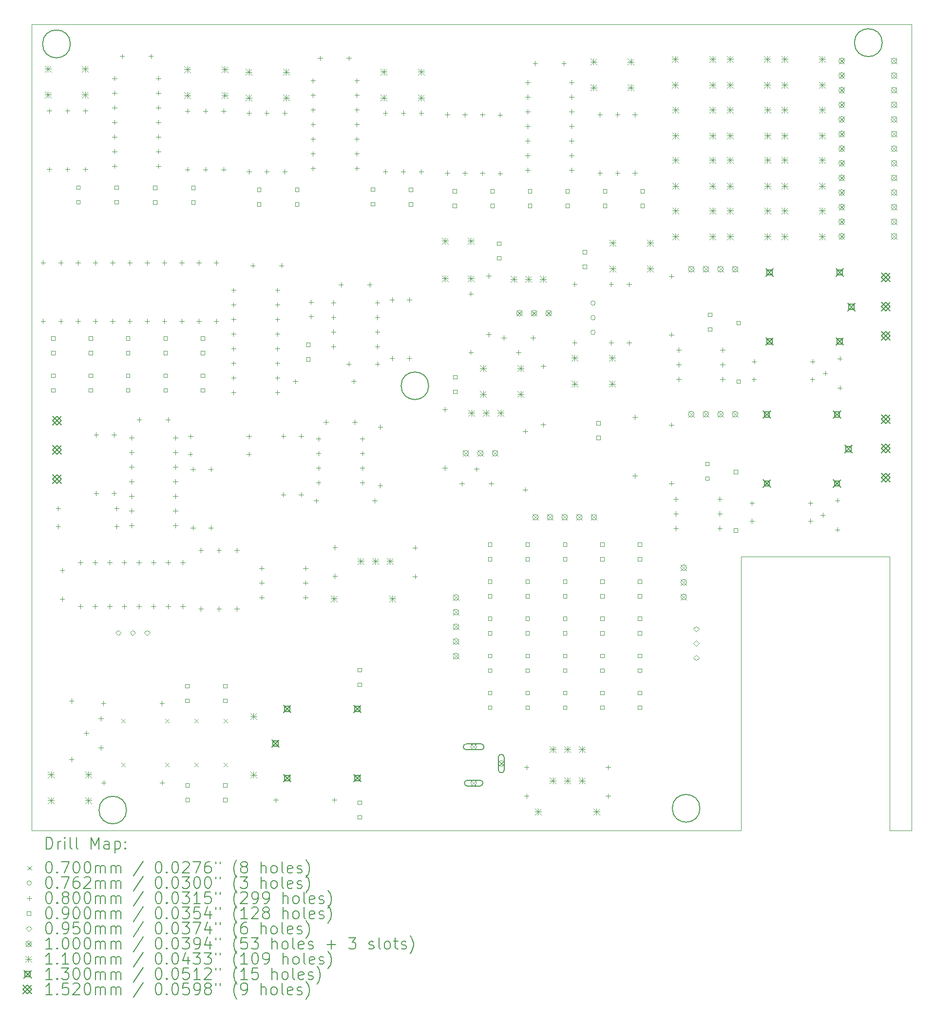
<source format=gbr>
%TF.GenerationSoftware,KiCad,Pcbnew,(6.0.8)*%
%TF.CreationDate,2023-03-21T03:17:26-04:00*%
%TF.ProjectId,pcb de prueba de dispositivos,70636220-6465-4207-9072-756562612064,rev?*%
%TF.SameCoordinates,Original*%
%TF.FileFunction,Drillmap*%
%TF.FilePolarity,Positive*%
%FSLAX45Y45*%
G04 Gerber Fmt 4.5, Leading zero omitted, Abs format (unit mm)*
G04 Created by KiCad (PCBNEW (6.0.8)) date 2023-03-21 03:17:26*
%MOMM*%
%LPD*%
G01*
G04 APERTURE LIST*
%ADD10C,0.200000*%
%ADD11C,0.100000*%
%ADD12C,0.070000*%
%ADD13C,0.076200*%
%ADD14C,0.080000*%
%ADD15C,0.090000*%
%ADD16C,0.095000*%
%ADD17C,0.110000*%
%ADD18C,0.130000*%
%ADD19C,0.152000*%
G04 APERTURE END LIST*
D10*
X10117513Y-8650000D02*
G75*
G03*
X10117513Y-8650000I-239174J0D01*
G01*
D11*
X18512500Y-16380000D02*
X18507500Y-2375000D01*
D10*
X3892501Y-2711661D02*
G75*
G03*
X3892501Y-2711661I-242502J0D01*
G01*
D11*
X18130000Y-11620000D02*
X18130000Y-16380000D01*
X3220000Y-16380000D02*
X15550000Y-16380000D01*
X15550000Y-16380000D02*
X15550000Y-11620000D01*
X3220000Y-2375000D02*
X3220000Y-16380000D01*
X15550000Y-11620000D02*
X18130000Y-11620000D01*
D10*
X14832552Y-15990000D02*
G75*
G03*
X14832552Y-15990000I-240891J0D01*
G01*
D11*
X18507500Y-2375000D02*
X3220000Y-2375000D01*
D10*
X18000116Y-2690000D02*
G75*
G03*
X18000116Y-2690000I-241777J0D01*
G01*
X4867513Y-16020000D02*
G75*
G03*
X4867513Y-16020000I-239174J0D01*
G01*
D11*
X18130000Y-16380000D02*
X18512500Y-16380000D01*
D10*
D12*
X4775000Y-14438000D02*
X4845000Y-14508000D01*
X4845000Y-14438000D02*
X4775000Y-14508000D01*
X4775000Y-15200000D02*
X4845000Y-15270000D01*
X4845000Y-15200000D02*
X4775000Y-15270000D01*
X5537000Y-14438000D02*
X5607000Y-14508000D01*
X5607000Y-14438000D02*
X5537000Y-14508000D01*
X5537000Y-15200000D02*
X5607000Y-15270000D01*
X5607000Y-15200000D02*
X5537000Y-15270000D01*
X6045000Y-14438000D02*
X6115000Y-14508000D01*
X6115000Y-14438000D02*
X6045000Y-14508000D01*
X6045000Y-15200000D02*
X6115000Y-15270000D01*
X6115000Y-15200000D02*
X6045000Y-15270000D01*
X6553000Y-14438000D02*
X6623000Y-14508000D01*
X6623000Y-14438000D02*
X6553000Y-14508000D01*
X6553000Y-15200000D02*
X6623000Y-15270000D01*
X6623000Y-15200000D02*
X6553000Y-15270000D01*
D13*
X13011300Y-7213500D02*
G75*
G03*
X13011300Y-7213500I-38100J0D01*
G01*
X13011300Y-7467500D02*
G75*
G03*
X13011300Y-7467500I-38100J0D01*
G01*
X13011300Y-7721500D02*
G75*
G03*
X13011300Y-7721500I-38100J0D01*
G01*
D14*
X3417500Y-6469500D02*
X3417500Y-6549500D01*
X3377500Y-6509500D02*
X3457500Y-6509500D01*
X3417500Y-7485500D02*
X3417500Y-7565500D01*
X3377500Y-7525500D02*
X3457500Y-7525500D01*
X3522500Y-3834500D02*
X3522500Y-3914500D01*
X3482500Y-3874500D02*
X3562500Y-3874500D01*
X3522500Y-4850500D02*
X3522500Y-4930500D01*
X3482500Y-4890500D02*
X3562500Y-4890500D01*
X3679000Y-10742500D02*
X3679000Y-10822500D01*
X3639000Y-10782500D02*
X3719000Y-10782500D01*
X3679000Y-11052500D02*
X3679000Y-11132500D01*
X3639000Y-11092500D02*
X3719000Y-11092500D01*
X3725000Y-6471500D02*
X3725000Y-6551500D01*
X3685000Y-6511500D02*
X3765000Y-6511500D01*
X3725000Y-7487500D02*
X3725000Y-7567500D01*
X3685000Y-7527500D02*
X3765000Y-7527500D01*
X3750000Y-11815000D02*
X3750000Y-11895000D01*
X3710000Y-11855000D02*
X3790000Y-11855000D01*
X3750000Y-12315000D02*
X3750000Y-12395000D01*
X3710000Y-12355000D02*
X3790000Y-12355000D01*
X3840000Y-3834000D02*
X3840000Y-3914000D01*
X3800000Y-3874000D02*
X3880000Y-3874000D01*
X3840000Y-4850000D02*
X3840000Y-4930000D01*
X3800000Y-4890000D02*
X3880000Y-4890000D01*
X3910000Y-14082500D02*
X3910000Y-14162500D01*
X3870000Y-14122500D02*
X3950000Y-14122500D01*
X3910000Y-15098500D02*
X3910000Y-15178500D01*
X3870000Y-15138500D02*
X3950000Y-15138500D01*
X4025000Y-6471500D02*
X4025000Y-6551500D01*
X3985000Y-6511500D02*
X4065000Y-6511500D01*
X4025000Y-7487500D02*
X4025000Y-7567500D01*
X3985000Y-7527500D02*
X4065000Y-7527500D01*
X4067500Y-11680500D02*
X4067500Y-11760500D01*
X4027500Y-11720500D02*
X4107500Y-11720500D01*
X4067500Y-12442500D02*
X4067500Y-12522500D01*
X4027500Y-12482500D02*
X4107500Y-12482500D01*
X4150000Y-3834500D02*
X4150000Y-3914500D01*
X4110000Y-3874500D02*
X4190000Y-3874500D01*
X4150000Y-4850500D02*
X4150000Y-4930500D01*
X4110000Y-4890500D02*
X4190000Y-4890500D01*
X4168500Y-14641500D02*
X4168500Y-14721500D01*
X4128500Y-14681500D02*
X4208500Y-14681500D01*
X4321500Y-11680500D02*
X4321500Y-11760500D01*
X4281500Y-11720500D02*
X4361500Y-11720500D01*
X4321500Y-12442500D02*
X4321500Y-12522500D01*
X4281500Y-12482500D02*
X4361500Y-12482500D01*
X4325000Y-6471500D02*
X4325000Y-6551500D01*
X4285000Y-6511500D02*
X4365000Y-6511500D01*
X4325000Y-7487500D02*
X4325000Y-7567500D01*
X4285000Y-7527500D02*
X4365000Y-7527500D01*
X4340000Y-9459500D02*
X4340000Y-9539500D01*
X4300000Y-9499500D02*
X4380000Y-9499500D01*
X4340000Y-10475500D02*
X4340000Y-10555500D01*
X4300000Y-10515500D02*
X4380000Y-10515500D01*
X4422500Y-14387500D02*
X4422500Y-14467500D01*
X4382500Y-14427500D02*
X4462500Y-14427500D01*
X4422500Y-14895500D02*
X4422500Y-14975500D01*
X4382500Y-14935500D02*
X4462500Y-14935500D01*
X4467000Y-14125000D02*
X4467000Y-14205000D01*
X4427000Y-14165000D02*
X4507000Y-14165000D01*
X4469500Y-15502500D02*
X4469500Y-15582500D01*
X4429500Y-15542500D02*
X4509500Y-15542500D01*
X4575500Y-11680500D02*
X4575500Y-11760500D01*
X4535500Y-11720500D02*
X4615500Y-11720500D01*
X4575500Y-12442500D02*
X4575500Y-12522500D01*
X4535500Y-12482500D02*
X4615500Y-12482500D01*
X4625000Y-6472000D02*
X4625000Y-6552000D01*
X4585000Y-6512000D02*
X4665000Y-6512000D01*
X4625000Y-7488000D02*
X4625000Y-7568000D01*
X4585000Y-7528000D02*
X4665000Y-7528000D01*
X4650000Y-9462000D02*
X4650000Y-9542000D01*
X4610000Y-9502000D02*
X4690000Y-9502000D01*
X4650000Y-10478000D02*
X4650000Y-10558000D01*
X4610000Y-10518000D02*
X4690000Y-10518000D01*
X4660000Y-3270000D02*
X4660000Y-3350000D01*
X4620000Y-3310000D02*
X4700000Y-3310000D01*
X4660000Y-3524000D02*
X4660000Y-3604000D01*
X4620000Y-3564000D02*
X4700000Y-3564000D01*
X4660000Y-3778000D02*
X4660000Y-3858000D01*
X4620000Y-3818000D02*
X4700000Y-3818000D01*
X4660000Y-4032000D02*
X4660000Y-4112000D01*
X4620000Y-4072000D02*
X4700000Y-4072000D01*
X4660000Y-4286000D02*
X4660000Y-4366000D01*
X4620000Y-4326000D02*
X4700000Y-4326000D01*
X4660000Y-4540000D02*
X4660000Y-4620000D01*
X4620000Y-4580000D02*
X4700000Y-4580000D01*
X4660000Y-4794000D02*
X4660000Y-4874000D01*
X4620000Y-4834000D02*
X4700000Y-4834000D01*
X4695000Y-10742500D02*
X4695000Y-10822500D01*
X4655000Y-10782500D02*
X4735000Y-10782500D01*
X4695000Y-11052500D02*
X4695000Y-11132500D01*
X4655000Y-11092500D02*
X4735000Y-11092500D01*
X4790000Y-2885000D02*
X4790000Y-2965000D01*
X4750000Y-2925000D02*
X4830000Y-2925000D01*
X4829500Y-11680500D02*
X4829500Y-11760500D01*
X4789500Y-11720500D02*
X4869500Y-11720500D01*
X4829500Y-12442500D02*
X4829500Y-12522500D01*
X4789500Y-12482500D02*
X4869500Y-12482500D01*
X4925000Y-6472000D02*
X4925000Y-6552000D01*
X4885000Y-6512000D02*
X4965000Y-6512000D01*
X4925000Y-7488000D02*
X4925000Y-7568000D01*
X4885000Y-7528000D02*
X4965000Y-7528000D01*
X4955000Y-9512500D02*
X4955000Y-9592500D01*
X4915000Y-9552500D02*
X4995000Y-9552500D01*
X4955000Y-9766500D02*
X4955000Y-9846500D01*
X4915000Y-9806500D02*
X4995000Y-9806500D01*
X4955000Y-10020500D02*
X4955000Y-10100500D01*
X4915000Y-10060500D02*
X4995000Y-10060500D01*
X4955000Y-10274500D02*
X4955000Y-10354500D01*
X4915000Y-10314500D02*
X4995000Y-10314500D01*
X4955000Y-10528500D02*
X4955000Y-10608500D01*
X4915000Y-10568500D02*
X4995000Y-10568500D01*
X4955000Y-10782500D02*
X4955000Y-10862500D01*
X4915000Y-10822500D02*
X4995000Y-10822500D01*
X4955000Y-11036500D02*
X4955000Y-11116500D01*
X4915000Y-11076500D02*
X4995000Y-11076500D01*
X5083500Y-11680500D02*
X5083500Y-11760500D01*
X5043500Y-11720500D02*
X5123500Y-11720500D01*
X5083500Y-12442500D02*
X5083500Y-12522500D01*
X5043500Y-12482500D02*
X5123500Y-12482500D01*
X5087500Y-9197500D02*
X5087500Y-9277500D01*
X5047500Y-9237500D02*
X5127500Y-9237500D01*
X5225000Y-6472000D02*
X5225000Y-6552000D01*
X5185000Y-6512000D02*
X5265000Y-6512000D01*
X5225000Y-7488000D02*
X5225000Y-7568000D01*
X5185000Y-7528000D02*
X5265000Y-7528000D01*
X5290000Y-2885000D02*
X5290000Y-2965000D01*
X5250000Y-2925000D02*
X5330000Y-2925000D01*
X5337500Y-11680500D02*
X5337500Y-11760500D01*
X5297500Y-11720500D02*
X5377500Y-11720500D01*
X5337500Y-12442500D02*
X5337500Y-12522500D01*
X5297500Y-12482500D02*
X5377500Y-12482500D01*
X5422000Y-3270000D02*
X5422000Y-3350000D01*
X5382000Y-3310000D02*
X5462000Y-3310000D01*
X5422000Y-3524000D02*
X5422000Y-3604000D01*
X5382000Y-3564000D02*
X5462000Y-3564000D01*
X5422000Y-3778000D02*
X5422000Y-3858000D01*
X5382000Y-3818000D02*
X5462000Y-3818000D01*
X5422000Y-4032000D02*
X5422000Y-4112000D01*
X5382000Y-4072000D02*
X5462000Y-4072000D01*
X5422000Y-4286000D02*
X5422000Y-4366000D01*
X5382000Y-4326000D02*
X5462000Y-4326000D01*
X5422000Y-4540000D02*
X5422000Y-4620000D01*
X5382000Y-4580000D02*
X5462000Y-4580000D01*
X5422000Y-4794000D02*
X5422000Y-4874000D01*
X5382000Y-4834000D02*
X5462000Y-4834000D01*
X5483000Y-14125000D02*
X5483000Y-14205000D01*
X5443000Y-14165000D02*
X5523000Y-14165000D01*
X5485500Y-15502500D02*
X5485500Y-15582500D01*
X5445500Y-15542500D02*
X5525500Y-15542500D01*
X5525000Y-6471500D02*
X5525000Y-6551500D01*
X5485000Y-6511500D02*
X5565000Y-6511500D01*
X5525000Y-7487500D02*
X5525000Y-7567500D01*
X5485000Y-7527500D02*
X5565000Y-7527500D01*
X5587500Y-9197500D02*
X5587500Y-9277500D01*
X5547500Y-9237500D02*
X5627500Y-9237500D01*
X5591500Y-11680500D02*
X5591500Y-11760500D01*
X5551500Y-11720500D02*
X5631500Y-11720500D01*
X5591500Y-12442500D02*
X5591500Y-12522500D01*
X5551500Y-12482500D02*
X5631500Y-12482500D01*
X5717000Y-9512500D02*
X5717000Y-9592500D01*
X5677000Y-9552500D02*
X5757000Y-9552500D01*
X5717000Y-9766500D02*
X5717000Y-9846500D01*
X5677000Y-9806500D02*
X5757000Y-9806500D01*
X5717000Y-10020500D02*
X5717000Y-10100500D01*
X5677000Y-10060500D02*
X5757000Y-10060500D01*
X5717000Y-10274500D02*
X5717000Y-10354500D01*
X5677000Y-10314500D02*
X5757000Y-10314500D01*
X5717000Y-10528500D02*
X5717000Y-10608500D01*
X5677000Y-10568500D02*
X5757000Y-10568500D01*
X5717000Y-10782500D02*
X5717000Y-10862500D01*
X5677000Y-10822500D02*
X5757000Y-10822500D01*
X5717000Y-11036500D02*
X5717000Y-11116500D01*
X5677000Y-11076500D02*
X5757000Y-11076500D01*
X5825000Y-6471500D02*
X5825000Y-6551500D01*
X5785000Y-6511500D02*
X5865000Y-6511500D01*
X5825000Y-7487500D02*
X5825000Y-7567500D01*
X5785000Y-7527500D02*
X5865000Y-7527500D01*
X5845500Y-11680500D02*
X5845500Y-11760500D01*
X5805500Y-11720500D02*
X5885500Y-11720500D01*
X5845500Y-12442500D02*
X5845500Y-12522500D01*
X5805500Y-12482500D02*
X5885500Y-12482500D01*
X5925000Y-3837000D02*
X5925000Y-3917000D01*
X5885000Y-3877000D02*
X5965000Y-3877000D01*
X5925000Y-4853000D02*
X5925000Y-4933000D01*
X5885000Y-4893000D02*
X5965000Y-4893000D01*
X5977000Y-9797500D02*
X5977000Y-9877500D01*
X5937000Y-9837500D02*
X6017000Y-9837500D01*
X5977500Y-9490000D02*
X5977500Y-9570000D01*
X5937500Y-9530000D02*
X6017500Y-9530000D01*
X6022500Y-10059500D02*
X6022500Y-10139500D01*
X5982500Y-10099500D02*
X6062500Y-10099500D01*
X6022500Y-11075500D02*
X6022500Y-11155500D01*
X5982500Y-11115500D02*
X6062500Y-11115500D01*
X6125000Y-6471500D02*
X6125000Y-6551500D01*
X6085000Y-6511500D02*
X6165000Y-6511500D01*
X6125000Y-7487500D02*
X6125000Y-7567500D01*
X6085000Y-7527500D02*
X6165000Y-7527500D01*
X6160000Y-11467000D02*
X6160000Y-11547000D01*
X6120000Y-11507000D02*
X6200000Y-11507000D01*
X6160000Y-12483000D02*
X6160000Y-12563000D01*
X6120000Y-12523000D02*
X6200000Y-12523000D01*
X6237500Y-3837000D02*
X6237500Y-3917000D01*
X6197500Y-3877000D02*
X6277500Y-3877000D01*
X6237500Y-4853000D02*
X6237500Y-4933000D01*
X6197500Y-4893000D02*
X6277500Y-4893000D01*
X6332500Y-10059500D02*
X6332500Y-10139500D01*
X6292500Y-10099500D02*
X6372500Y-10099500D01*
X6332500Y-11075500D02*
X6332500Y-11155500D01*
X6292500Y-11115500D02*
X6372500Y-11115500D01*
X6425000Y-6471500D02*
X6425000Y-6551500D01*
X6385000Y-6511500D02*
X6465000Y-6511500D01*
X6425000Y-7487500D02*
X6425000Y-7567500D01*
X6385000Y-7527500D02*
X6465000Y-7527500D01*
X6472500Y-11467000D02*
X6472500Y-11547000D01*
X6432500Y-11507000D02*
X6512500Y-11507000D01*
X6472500Y-12483000D02*
X6472500Y-12563000D01*
X6432500Y-12523000D02*
X6512500Y-12523000D01*
X6555000Y-3836500D02*
X6555000Y-3916500D01*
X6515000Y-3876500D02*
X6595000Y-3876500D01*
X6555000Y-4852500D02*
X6555000Y-4932500D01*
X6515000Y-4892500D02*
X6595000Y-4892500D01*
X6727500Y-6950000D02*
X6727500Y-7030000D01*
X6687500Y-6990000D02*
X6767500Y-6990000D01*
X6727500Y-7204000D02*
X6727500Y-7284000D01*
X6687500Y-7244000D02*
X6767500Y-7244000D01*
X6727500Y-7458000D02*
X6727500Y-7538000D01*
X6687500Y-7498000D02*
X6767500Y-7498000D01*
X6727500Y-7712000D02*
X6727500Y-7792000D01*
X6687500Y-7752000D02*
X6767500Y-7752000D01*
X6727500Y-7966000D02*
X6727500Y-8046000D01*
X6687500Y-8006000D02*
X6767500Y-8006000D01*
X6727500Y-8220000D02*
X6727500Y-8300000D01*
X6687500Y-8260000D02*
X6767500Y-8260000D01*
X6727500Y-8474000D02*
X6727500Y-8554000D01*
X6687500Y-8514000D02*
X6767500Y-8514000D01*
X6727500Y-8728000D02*
X6727500Y-8808000D01*
X6687500Y-8768000D02*
X6767500Y-8768000D01*
X6782500Y-11467000D02*
X6782500Y-11547000D01*
X6742500Y-11507000D02*
X6822500Y-11507000D01*
X6782500Y-12483000D02*
X6782500Y-12563000D01*
X6742500Y-12523000D02*
X6822500Y-12523000D01*
X6993000Y-9797500D02*
X6993000Y-9877500D01*
X6953000Y-9837500D02*
X7033000Y-9837500D01*
X6993500Y-9490000D02*
X6993500Y-9570000D01*
X6953500Y-9530000D02*
X7033500Y-9530000D01*
X6995000Y-3874500D02*
X6995000Y-3954500D01*
X6955000Y-3914500D02*
X7035000Y-3914500D01*
X6995000Y-4890500D02*
X6995000Y-4970500D01*
X6955000Y-4930500D02*
X7035000Y-4930500D01*
X7060000Y-6520000D02*
X7060000Y-6600000D01*
X7020000Y-6560000D02*
X7100000Y-6560000D01*
X7217250Y-11777000D02*
X7217250Y-11857000D01*
X7177250Y-11817000D02*
X7257250Y-11817000D01*
X7217250Y-12031000D02*
X7217250Y-12111000D01*
X7177250Y-12071000D02*
X7257250Y-12071000D01*
X7217250Y-12285000D02*
X7217250Y-12365000D01*
X7177250Y-12325000D02*
X7257250Y-12325000D01*
X7302500Y-3874500D02*
X7302500Y-3954500D01*
X7262500Y-3914500D02*
X7342500Y-3914500D01*
X7302500Y-4890500D02*
X7302500Y-4970500D01*
X7262500Y-4930500D02*
X7342500Y-4930500D01*
X7461500Y-15805000D02*
X7461500Y-15885000D01*
X7421500Y-15845000D02*
X7501500Y-15845000D01*
X7489500Y-6950000D02*
X7489500Y-7030000D01*
X7449500Y-6990000D02*
X7529500Y-6990000D01*
X7489500Y-7204000D02*
X7489500Y-7284000D01*
X7449500Y-7244000D02*
X7529500Y-7244000D01*
X7489500Y-7458000D02*
X7489500Y-7538000D01*
X7449500Y-7498000D02*
X7529500Y-7498000D01*
X7489500Y-7712000D02*
X7489500Y-7792000D01*
X7449500Y-7752000D02*
X7529500Y-7752000D01*
X7489500Y-7966000D02*
X7489500Y-8046000D01*
X7449500Y-8006000D02*
X7529500Y-8006000D01*
X7489500Y-8220000D02*
X7489500Y-8300000D01*
X7449500Y-8260000D02*
X7529500Y-8260000D01*
X7489500Y-8474000D02*
X7489500Y-8554000D01*
X7449500Y-8514000D02*
X7529500Y-8514000D01*
X7489500Y-8728000D02*
X7489500Y-8808000D01*
X7449500Y-8768000D02*
X7529500Y-8768000D01*
X7560000Y-6520000D02*
X7560000Y-6600000D01*
X7520000Y-6560000D02*
X7600000Y-6560000D01*
X7590000Y-9482500D02*
X7590000Y-9562500D01*
X7550000Y-9522500D02*
X7630000Y-9522500D01*
X7590000Y-10498500D02*
X7590000Y-10578500D01*
X7550000Y-10538500D02*
X7630000Y-10538500D01*
X7617500Y-3874000D02*
X7617500Y-3954000D01*
X7577500Y-3914000D02*
X7657500Y-3914000D01*
X7617500Y-4890000D02*
X7617500Y-4970000D01*
X7577500Y-4930000D02*
X7657500Y-4930000D01*
X7799500Y-8532750D02*
X7799500Y-8612750D01*
X7759500Y-8572750D02*
X7839500Y-8572750D01*
X7900000Y-9482500D02*
X7900000Y-9562500D01*
X7860000Y-9522500D02*
X7940000Y-9522500D01*
X7900000Y-10498500D02*
X7900000Y-10578500D01*
X7860000Y-10538500D02*
X7940000Y-10538500D01*
X7979250Y-11777000D02*
X7979250Y-11857000D01*
X7939250Y-11817000D02*
X8019250Y-11817000D01*
X7979250Y-12031000D02*
X7979250Y-12111000D01*
X7939250Y-12071000D02*
X8019250Y-12071000D01*
X7979250Y-12285000D02*
X7979250Y-12365000D01*
X7939250Y-12325000D02*
X8019250Y-12325000D01*
X8072500Y-7155761D02*
X8072500Y-7235761D01*
X8032500Y-7195761D02*
X8112500Y-7195761D01*
X8072500Y-7405761D02*
X8072500Y-7485761D01*
X8032500Y-7445761D02*
X8112500Y-7445761D01*
X8107500Y-3309500D02*
X8107500Y-3389500D01*
X8067500Y-3349500D02*
X8147500Y-3349500D01*
X8107500Y-3563500D02*
X8107500Y-3643500D01*
X8067500Y-3603500D02*
X8147500Y-3603500D01*
X8107500Y-3817500D02*
X8107500Y-3897500D01*
X8067500Y-3857500D02*
X8147500Y-3857500D01*
X8107500Y-4071500D02*
X8107500Y-4151500D01*
X8067500Y-4111500D02*
X8147500Y-4111500D01*
X8107500Y-4325500D02*
X8107500Y-4405500D01*
X8067500Y-4365500D02*
X8147500Y-4365500D01*
X8107500Y-4579500D02*
X8107500Y-4659500D01*
X8067500Y-4619500D02*
X8147500Y-4619500D01*
X8107500Y-4833500D02*
X8107500Y-4913500D01*
X8067500Y-4873500D02*
X8147500Y-4873500D01*
X8162000Y-10607500D02*
X8162000Y-10687500D01*
X8122000Y-10647500D02*
X8202000Y-10647500D01*
X8202500Y-9532500D02*
X8202500Y-9612500D01*
X8162500Y-9572500D02*
X8242500Y-9572500D01*
X8202500Y-9786500D02*
X8202500Y-9866500D01*
X8162500Y-9826500D02*
X8242500Y-9826500D01*
X8202500Y-10040500D02*
X8202500Y-10120500D01*
X8162500Y-10080500D02*
X8242500Y-10080500D01*
X8202500Y-10294500D02*
X8202500Y-10374500D01*
X8162500Y-10334500D02*
X8242500Y-10334500D01*
X8232500Y-2919500D02*
X8232500Y-2999500D01*
X8192500Y-2959500D02*
X8272500Y-2959500D01*
X8332500Y-9242500D02*
X8332500Y-9322500D01*
X8292500Y-9282500D02*
X8372500Y-9282500D01*
X8462500Y-7165250D02*
X8462500Y-7245250D01*
X8422500Y-7205250D02*
X8502500Y-7205250D01*
X8462500Y-7419250D02*
X8462500Y-7499250D01*
X8422500Y-7459250D02*
X8502500Y-7459250D01*
X8462500Y-7673250D02*
X8462500Y-7753250D01*
X8422500Y-7713250D02*
X8502500Y-7713250D01*
X8462500Y-7927250D02*
X8462500Y-8007250D01*
X8422500Y-7967250D02*
X8502500Y-7967250D01*
X8477500Y-15805000D02*
X8477500Y-15885000D01*
X8437500Y-15845000D02*
X8517500Y-15845000D01*
X8487500Y-11417500D02*
X8487500Y-11497500D01*
X8447500Y-11457500D02*
X8527500Y-11457500D01*
X8487500Y-11917500D02*
X8487500Y-11997500D01*
X8447500Y-11957500D02*
X8527500Y-11957500D01*
X8592500Y-6852750D02*
X8592500Y-6932750D01*
X8552500Y-6892750D02*
X8632500Y-6892750D01*
X8727500Y-8230250D02*
X8727500Y-8310250D01*
X8687500Y-8270250D02*
X8767500Y-8270250D01*
X8732500Y-2919500D02*
X8732500Y-2999500D01*
X8692500Y-2959500D02*
X8772500Y-2959500D01*
X8815500Y-8532750D02*
X8815500Y-8612750D01*
X8775500Y-8572750D02*
X8855500Y-8572750D01*
X8832500Y-9242500D02*
X8832500Y-9322500D01*
X8792500Y-9282500D02*
X8872500Y-9282500D01*
X8869500Y-3309500D02*
X8869500Y-3389500D01*
X8829500Y-3349500D02*
X8909500Y-3349500D01*
X8869500Y-3563500D02*
X8869500Y-3643500D01*
X8829500Y-3603500D02*
X8909500Y-3603500D01*
X8869500Y-3817500D02*
X8869500Y-3897500D01*
X8829500Y-3857500D02*
X8909500Y-3857500D01*
X8869500Y-4071500D02*
X8869500Y-4151500D01*
X8829500Y-4111500D02*
X8909500Y-4111500D01*
X8869500Y-4325500D02*
X8869500Y-4405500D01*
X8829500Y-4365500D02*
X8909500Y-4365500D01*
X8869500Y-4579500D02*
X8869500Y-4659500D01*
X8829500Y-4619500D02*
X8909500Y-4619500D01*
X8869500Y-4833500D02*
X8869500Y-4913500D01*
X8829500Y-4873500D02*
X8909500Y-4873500D01*
X8964500Y-9532500D02*
X8964500Y-9612500D01*
X8924500Y-9572500D02*
X9004500Y-9572500D01*
X8964500Y-9786500D02*
X8964500Y-9866500D01*
X8924500Y-9826500D02*
X9004500Y-9826500D01*
X8964500Y-10040500D02*
X8964500Y-10120500D01*
X8924500Y-10080500D02*
X9004500Y-10080500D01*
X8964500Y-10294500D02*
X8964500Y-10374500D01*
X8924500Y-10334500D02*
X9004500Y-10334500D01*
X9092500Y-6852750D02*
X9092500Y-6932750D01*
X9052500Y-6892750D02*
X9132500Y-6892750D01*
X9178000Y-10607500D02*
X9178000Y-10687500D01*
X9138000Y-10647500D02*
X9218000Y-10647500D01*
X9224500Y-7165250D02*
X9224500Y-7245250D01*
X9184500Y-7205250D02*
X9264500Y-7205250D01*
X9224500Y-7419250D02*
X9224500Y-7499250D01*
X9184500Y-7459250D02*
X9264500Y-7459250D01*
X9224500Y-7673250D02*
X9224500Y-7753250D01*
X9184500Y-7713250D02*
X9264500Y-7713250D01*
X9224500Y-7927250D02*
X9224500Y-8007250D01*
X9184500Y-7967250D02*
X9264500Y-7967250D01*
X9227500Y-8230250D02*
X9227500Y-8310250D01*
X9187500Y-8270250D02*
X9267500Y-8270250D01*
X9275000Y-9326500D02*
X9275000Y-9406500D01*
X9235000Y-9366500D02*
X9315000Y-9366500D01*
X9275000Y-10342500D02*
X9275000Y-10422500D01*
X9235000Y-10382500D02*
X9315000Y-10382500D01*
X9362500Y-3871500D02*
X9362500Y-3951500D01*
X9322500Y-3911500D02*
X9402500Y-3911500D01*
X9362500Y-4887500D02*
X9362500Y-4967500D01*
X9322500Y-4927500D02*
X9402500Y-4927500D01*
X9482500Y-7115250D02*
X9482500Y-7195250D01*
X9442500Y-7155250D02*
X9522500Y-7155250D01*
X9482500Y-8131250D02*
X9482500Y-8211250D01*
X9442500Y-8171250D02*
X9522500Y-8171250D01*
X9675000Y-3871500D02*
X9675000Y-3951500D01*
X9635000Y-3911500D02*
X9715000Y-3911500D01*
X9675000Y-4887500D02*
X9675000Y-4967500D01*
X9635000Y-4927500D02*
X9715000Y-4927500D01*
X9782500Y-7115250D02*
X9782500Y-7195250D01*
X9742500Y-7155250D02*
X9822500Y-7155250D01*
X9782500Y-8131250D02*
X9782500Y-8211250D01*
X9742500Y-8171250D02*
X9822500Y-8171250D01*
X9880000Y-11422500D02*
X9880000Y-11502500D01*
X9840000Y-11462500D02*
X9920000Y-11462500D01*
X9880000Y-11922500D02*
X9880000Y-12002500D01*
X9840000Y-11962500D02*
X9920000Y-11962500D01*
X9987500Y-3874000D02*
X9987500Y-3954000D01*
X9947500Y-3914000D02*
X10027500Y-3914000D01*
X9987500Y-4890000D02*
X9987500Y-4970000D01*
X9947500Y-4930000D02*
X10027500Y-4930000D01*
X10400000Y-9019500D02*
X10400000Y-9099500D01*
X10360000Y-9059500D02*
X10440000Y-9059500D01*
X10400000Y-10035500D02*
X10400000Y-10115500D01*
X10360000Y-10075500D02*
X10440000Y-10075500D01*
X10440000Y-3899500D02*
X10440000Y-3979500D01*
X10400000Y-3939500D02*
X10480000Y-3939500D01*
X10440000Y-4915500D02*
X10440000Y-4995500D01*
X10400000Y-4955500D02*
X10480000Y-4955500D01*
X10696000Y-10312000D02*
X10696000Y-10392000D01*
X10656000Y-10352000D02*
X10736000Y-10352000D01*
X10745000Y-3902000D02*
X10745000Y-3982000D01*
X10705000Y-3942000D02*
X10785000Y-3942000D01*
X10745000Y-4918000D02*
X10745000Y-4998000D01*
X10705000Y-4958000D02*
X10785000Y-4958000D01*
X10850000Y-7011500D02*
X10850000Y-7091500D01*
X10810000Y-7051500D02*
X10890000Y-7051500D01*
X10850000Y-8027500D02*
X10850000Y-8107500D01*
X10810000Y-8067500D02*
X10890000Y-8067500D01*
X10950000Y-10058000D02*
X10950000Y-10138000D01*
X10910000Y-10098000D02*
X10990000Y-10098000D01*
X11050000Y-3902000D02*
X11050000Y-3982000D01*
X11010000Y-3942000D02*
X11090000Y-3942000D01*
X11050000Y-4918000D02*
X11050000Y-4998000D01*
X11010000Y-4958000D02*
X11090000Y-4958000D01*
X11162500Y-6701000D02*
X11162500Y-6781000D01*
X11122500Y-6741000D02*
X11202500Y-6741000D01*
X11162500Y-7717000D02*
X11162500Y-7797000D01*
X11122500Y-7757000D02*
X11202500Y-7757000D01*
X11204000Y-10312000D02*
X11204000Y-10392000D01*
X11164000Y-10352000D02*
X11244000Y-10352000D01*
X11357500Y-3904500D02*
X11357500Y-3984500D01*
X11317500Y-3944500D02*
X11397500Y-3944500D01*
X11357500Y-4920500D02*
X11357500Y-5000500D01*
X11317500Y-4960500D02*
X11397500Y-4960500D01*
X11423500Y-7774500D02*
X11423500Y-7854500D01*
X11383500Y-7814500D02*
X11463500Y-7814500D01*
X11677500Y-8028500D02*
X11677500Y-8108500D01*
X11637500Y-8068500D02*
X11717500Y-8068500D01*
X11797500Y-9399500D02*
X11797500Y-9479500D01*
X11757500Y-9439500D02*
X11837500Y-9439500D01*
X11797500Y-10415500D02*
X11797500Y-10495500D01*
X11757500Y-10455500D02*
X11837500Y-10455500D01*
X11818000Y-15237500D02*
X11818000Y-15317500D01*
X11778000Y-15277500D02*
X11858000Y-15277500D01*
X11818000Y-15737500D02*
X11818000Y-15817500D01*
X11778000Y-15777500D02*
X11858000Y-15777500D01*
X11840000Y-3340000D02*
X11840000Y-3420000D01*
X11800000Y-3380000D02*
X11880000Y-3380000D01*
X11840000Y-3594000D02*
X11840000Y-3674000D01*
X11800000Y-3634000D02*
X11880000Y-3634000D01*
X11840000Y-3848000D02*
X11840000Y-3928000D01*
X11800000Y-3888000D02*
X11880000Y-3888000D01*
X11840000Y-4102000D02*
X11840000Y-4182000D01*
X11800000Y-4142000D02*
X11880000Y-4142000D01*
X11840000Y-4356000D02*
X11840000Y-4436000D01*
X11800000Y-4396000D02*
X11880000Y-4396000D01*
X11840000Y-4610000D02*
X11840000Y-4690000D01*
X11800000Y-4650000D02*
X11880000Y-4650000D01*
X11840000Y-4864000D02*
X11840000Y-4944000D01*
X11800000Y-4904000D02*
X11880000Y-4904000D01*
X11931500Y-7774500D02*
X11931500Y-7854500D01*
X11891500Y-7814500D02*
X11971500Y-7814500D01*
X11967500Y-3010000D02*
X11967500Y-3090000D01*
X11927500Y-3050000D02*
X12007500Y-3050000D01*
X12107500Y-8269500D02*
X12107500Y-8349500D01*
X12067500Y-8309500D02*
X12147500Y-8309500D01*
X12107500Y-9285500D02*
X12107500Y-9365500D01*
X12067500Y-9325500D02*
X12147500Y-9325500D01*
X12467500Y-3010000D02*
X12467500Y-3090000D01*
X12427500Y-3050000D02*
X12507500Y-3050000D01*
X12602000Y-3340000D02*
X12602000Y-3420000D01*
X12562000Y-3380000D02*
X12642000Y-3380000D01*
X12602000Y-3594000D02*
X12602000Y-3674000D01*
X12562000Y-3634000D02*
X12642000Y-3634000D01*
X12602000Y-3848000D02*
X12602000Y-3928000D01*
X12562000Y-3888000D02*
X12642000Y-3888000D01*
X12602000Y-4102000D02*
X12602000Y-4182000D01*
X12562000Y-4142000D02*
X12642000Y-4142000D01*
X12602000Y-4356000D02*
X12602000Y-4436000D01*
X12562000Y-4396000D02*
X12642000Y-4396000D01*
X12602000Y-4610000D02*
X12602000Y-4690000D01*
X12562000Y-4650000D02*
X12642000Y-4650000D01*
X12602000Y-4864000D02*
X12602000Y-4944000D01*
X12562000Y-4904000D02*
X12642000Y-4904000D01*
X12655000Y-6844500D02*
X12655000Y-6924500D01*
X12615000Y-6884500D02*
X12695000Y-6884500D01*
X12655000Y-7860500D02*
X12655000Y-7940500D01*
X12615000Y-7900500D02*
X12695000Y-7900500D01*
X13095000Y-3899500D02*
X13095000Y-3979500D01*
X13055000Y-3939500D02*
X13135000Y-3939500D01*
X13095000Y-4915500D02*
X13095000Y-4995500D01*
X13055000Y-4955500D02*
X13135000Y-4955500D01*
X13235500Y-15237500D02*
X13235500Y-15317500D01*
X13195500Y-15277500D02*
X13275500Y-15277500D01*
X13235500Y-15737500D02*
X13235500Y-15817500D01*
X13195500Y-15777500D02*
X13275500Y-15777500D01*
X13290000Y-6844500D02*
X13290000Y-6924500D01*
X13250000Y-6884500D02*
X13330000Y-6884500D01*
X13290000Y-7860500D02*
X13290000Y-7940500D01*
X13250000Y-7900500D02*
X13330000Y-7900500D01*
X13400000Y-3899500D02*
X13400000Y-3979500D01*
X13360000Y-3939500D02*
X13440000Y-3939500D01*
X13400000Y-4915500D02*
X13400000Y-4995500D01*
X13360000Y-4955500D02*
X13440000Y-4955500D01*
X13597500Y-6847000D02*
X13597500Y-6927000D01*
X13557500Y-6887000D02*
X13637500Y-6887000D01*
X13597500Y-7863000D02*
X13597500Y-7943000D01*
X13557500Y-7903000D02*
X13637500Y-7903000D01*
X13700000Y-9154500D02*
X13700000Y-9234500D01*
X13660000Y-9194500D02*
X13740000Y-9194500D01*
X13700000Y-10170500D02*
X13700000Y-10250500D01*
X13660000Y-10210500D02*
X13740000Y-10210500D01*
X13702500Y-3899500D02*
X13702500Y-3979500D01*
X13662500Y-3939500D02*
X13742500Y-3939500D01*
X13702500Y-4915500D02*
X13702500Y-4995500D01*
X13662500Y-4955500D02*
X13742500Y-4955500D01*
X14335000Y-9289500D02*
X14335000Y-9369500D01*
X14295000Y-9329500D02*
X14375000Y-9329500D01*
X14335000Y-10305500D02*
X14335000Y-10385500D01*
X14295000Y-10345500D02*
X14375000Y-10345500D01*
X14337500Y-6707000D02*
X14337500Y-6787000D01*
X14297500Y-6747000D02*
X14377500Y-6747000D01*
X14337500Y-7723000D02*
X14337500Y-7803000D01*
X14297500Y-7763000D02*
X14377500Y-7763000D01*
X14415000Y-10577500D02*
X14415000Y-10657500D01*
X14375000Y-10617500D02*
X14455000Y-10617500D01*
X14415000Y-10831500D02*
X14415000Y-10911500D01*
X14375000Y-10871500D02*
X14455000Y-10871500D01*
X14415000Y-11085500D02*
X14415000Y-11165500D01*
X14375000Y-11125500D02*
X14455000Y-11125500D01*
X14461250Y-7988500D02*
X14461250Y-8068500D01*
X14421250Y-8028500D02*
X14501250Y-8028500D01*
X14461250Y-8242500D02*
X14461250Y-8322500D01*
X14421250Y-8282500D02*
X14501250Y-8282500D01*
X14461250Y-8496500D02*
X14461250Y-8576500D01*
X14421250Y-8536500D02*
X14501250Y-8536500D01*
X15177000Y-10577500D02*
X15177000Y-10657500D01*
X15137000Y-10617500D02*
X15217000Y-10617500D01*
X15177000Y-10831500D02*
X15177000Y-10911500D01*
X15137000Y-10871500D02*
X15217000Y-10871500D01*
X15177000Y-11085500D02*
X15177000Y-11165500D01*
X15137000Y-11125500D02*
X15217000Y-11125500D01*
X15223250Y-7988500D02*
X15223250Y-8068500D01*
X15183250Y-8028500D02*
X15263250Y-8028500D01*
X15223250Y-8242500D02*
X15223250Y-8322500D01*
X15183250Y-8282500D02*
X15263250Y-8282500D01*
X15223250Y-8496500D02*
X15223250Y-8576500D01*
X15183250Y-8536500D02*
X15263250Y-8536500D01*
X15735000Y-10650000D02*
X15735000Y-10730000D01*
X15695000Y-10690000D02*
X15775000Y-10690000D01*
X15735000Y-10960000D02*
X15735000Y-11040000D01*
X15695000Y-11000000D02*
X15775000Y-11000000D01*
X15770250Y-8499000D02*
X15770250Y-8579000D01*
X15730250Y-8539000D02*
X15810250Y-8539000D01*
X15772750Y-8189000D02*
X15772750Y-8269000D01*
X15732750Y-8229000D02*
X15812750Y-8229000D01*
X16751000Y-10650000D02*
X16751000Y-10730000D01*
X16711000Y-10690000D02*
X16791000Y-10690000D01*
X16751000Y-10960000D02*
X16751000Y-11040000D01*
X16711000Y-11000000D02*
X16791000Y-11000000D01*
X16786250Y-8499000D02*
X16786250Y-8579000D01*
X16746250Y-8539000D02*
X16826250Y-8539000D01*
X16788750Y-8189000D02*
X16788750Y-8269000D01*
X16748750Y-8229000D02*
X16828750Y-8229000D01*
X16965500Y-10855000D02*
X16965500Y-10935000D01*
X16925500Y-10895000D02*
X17005500Y-10895000D01*
X17008750Y-8391500D02*
X17008750Y-8471500D01*
X16968750Y-8431500D02*
X17048750Y-8431500D01*
X17219500Y-10601000D02*
X17219500Y-10681000D01*
X17179500Y-10641000D02*
X17259500Y-10641000D01*
X17219500Y-11109000D02*
X17219500Y-11189000D01*
X17179500Y-11149000D02*
X17259500Y-11149000D01*
X17262750Y-8137500D02*
X17262750Y-8217500D01*
X17222750Y-8177500D02*
X17302750Y-8177500D01*
X17262750Y-8645500D02*
X17262750Y-8725500D01*
X17222750Y-8685500D02*
X17302750Y-8685500D01*
D15*
X3624320Y-7857820D02*
X3624320Y-7794180D01*
X3560680Y-7794180D01*
X3560680Y-7857820D01*
X3624320Y-7857820D01*
X3624320Y-8111820D02*
X3624320Y-8048180D01*
X3560680Y-8048180D01*
X3560680Y-8111820D01*
X3624320Y-8111820D01*
X3624320Y-8502820D02*
X3624320Y-8439180D01*
X3560680Y-8439180D01*
X3560680Y-8502820D01*
X3624320Y-8502820D01*
X3624320Y-8756820D02*
X3624320Y-8693180D01*
X3560680Y-8693180D01*
X3560680Y-8756820D01*
X3624320Y-8756820D01*
X4059320Y-5237820D02*
X4059320Y-5174180D01*
X3995680Y-5174180D01*
X3995680Y-5237820D01*
X4059320Y-5237820D01*
X4059320Y-5491820D02*
X4059320Y-5428180D01*
X3995680Y-5428180D01*
X3995680Y-5491820D01*
X4059320Y-5491820D01*
X4274320Y-7857820D02*
X4274320Y-7794180D01*
X4210680Y-7794180D01*
X4210680Y-7857820D01*
X4274320Y-7857820D01*
X4274320Y-8111820D02*
X4274320Y-8048180D01*
X4210680Y-8048180D01*
X4210680Y-8111820D01*
X4274320Y-8111820D01*
X4274320Y-8502820D02*
X4274320Y-8439180D01*
X4210680Y-8439180D01*
X4210680Y-8502820D01*
X4274320Y-8502820D01*
X4274320Y-8756820D02*
X4274320Y-8693180D01*
X4210680Y-8693180D01*
X4210680Y-8756820D01*
X4274320Y-8756820D01*
X4724320Y-5237820D02*
X4724320Y-5174180D01*
X4660680Y-5174180D01*
X4660680Y-5237820D01*
X4724320Y-5237820D01*
X4724320Y-5491820D02*
X4724320Y-5428180D01*
X4660680Y-5428180D01*
X4660680Y-5491820D01*
X4724320Y-5491820D01*
X4924320Y-7857820D02*
X4924320Y-7794180D01*
X4860680Y-7794180D01*
X4860680Y-7857820D01*
X4924320Y-7857820D01*
X4924320Y-8111820D02*
X4924320Y-8048180D01*
X4860680Y-8048180D01*
X4860680Y-8111820D01*
X4924320Y-8111820D01*
X4924320Y-8502820D02*
X4924320Y-8439180D01*
X4860680Y-8439180D01*
X4860680Y-8502820D01*
X4924320Y-8502820D01*
X4924320Y-8756820D02*
X4924320Y-8693180D01*
X4860680Y-8693180D01*
X4860680Y-8756820D01*
X4924320Y-8756820D01*
X5391820Y-5240320D02*
X5391820Y-5176680D01*
X5328180Y-5176680D01*
X5328180Y-5240320D01*
X5391820Y-5240320D01*
X5391820Y-5494320D02*
X5391820Y-5430680D01*
X5328180Y-5430680D01*
X5328180Y-5494320D01*
X5391820Y-5494320D01*
X5574320Y-7857820D02*
X5574320Y-7794180D01*
X5510680Y-7794180D01*
X5510680Y-7857820D01*
X5574320Y-7857820D01*
X5574320Y-8111820D02*
X5574320Y-8048180D01*
X5510680Y-8048180D01*
X5510680Y-8111820D01*
X5574320Y-8111820D01*
X5574320Y-8502820D02*
X5574320Y-8439180D01*
X5510680Y-8439180D01*
X5510680Y-8502820D01*
X5574320Y-8502820D01*
X5574320Y-8756820D02*
X5574320Y-8693180D01*
X5510680Y-8693180D01*
X5510680Y-8756820D01*
X5574320Y-8756820D01*
X5951820Y-13896820D02*
X5951820Y-13833180D01*
X5888180Y-13833180D01*
X5888180Y-13896820D01*
X5951820Y-13896820D01*
X5951820Y-14150820D02*
X5951820Y-14087180D01*
X5888180Y-14087180D01*
X5888180Y-14150820D01*
X5951820Y-14150820D01*
X5954320Y-15620320D02*
X5954320Y-15556680D01*
X5890680Y-15556680D01*
X5890680Y-15620320D01*
X5954320Y-15620320D01*
X5954320Y-15874320D02*
X5954320Y-15810680D01*
X5890680Y-15810680D01*
X5890680Y-15874320D01*
X5954320Y-15874320D01*
X6056820Y-5240320D02*
X6056820Y-5176680D01*
X5993180Y-5176680D01*
X5993180Y-5240320D01*
X6056820Y-5240320D01*
X6056820Y-5494320D02*
X6056820Y-5430680D01*
X5993180Y-5430680D01*
X5993180Y-5494320D01*
X6056820Y-5494320D01*
X6224320Y-7857820D02*
X6224320Y-7794180D01*
X6160680Y-7794180D01*
X6160680Y-7857820D01*
X6224320Y-7857820D01*
X6224320Y-8111820D02*
X6224320Y-8048180D01*
X6160680Y-8048180D01*
X6160680Y-8111820D01*
X6224320Y-8111820D01*
X6224320Y-8502820D02*
X6224320Y-8439180D01*
X6160680Y-8439180D01*
X6160680Y-8502820D01*
X6224320Y-8502820D01*
X6224320Y-8756820D02*
X6224320Y-8693180D01*
X6160680Y-8693180D01*
X6160680Y-8756820D01*
X6224320Y-8756820D01*
X6611820Y-13897820D02*
X6611820Y-13834180D01*
X6548180Y-13834180D01*
X6548180Y-13897820D01*
X6611820Y-13897820D01*
X6611820Y-14151820D02*
X6611820Y-14088180D01*
X6548180Y-14088180D01*
X6548180Y-14151820D01*
X6611820Y-14151820D01*
X6611820Y-15620320D02*
X6611820Y-15556680D01*
X6548180Y-15556680D01*
X6548180Y-15620320D01*
X6611820Y-15620320D01*
X6611820Y-15874320D02*
X6611820Y-15810680D01*
X6548180Y-15810680D01*
X6548180Y-15874320D01*
X6611820Y-15874320D01*
X7201820Y-5275320D02*
X7201820Y-5211680D01*
X7138180Y-5211680D01*
X7138180Y-5275320D01*
X7201820Y-5275320D01*
X7201820Y-5529320D02*
X7201820Y-5465680D01*
X7138180Y-5465680D01*
X7138180Y-5529320D01*
X7201820Y-5529320D01*
X7861820Y-5275320D02*
X7861820Y-5211680D01*
X7798180Y-5211680D01*
X7798180Y-5275320D01*
X7861820Y-5275320D01*
X7861820Y-5529320D02*
X7861820Y-5465680D01*
X7798180Y-5465680D01*
X7798180Y-5529320D01*
X7861820Y-5529320D01*
X8056820Y-7965570D02*
X8056820Y-7901930D01*
X7993180Y-7901930D01*
X7993180Y-7965570D01*
X8056820Y-7965570D01*
X8056820Y-8219570D02*
X8056820Y-8155930D01*
X7993180Y-8155930D01*
X7993180Y-8219570D01*
X8056820Y-8219570D01*
X8949320Y-13616820D02*
X8949320Y-13553180D01*
X8885680Y-13553180D01*
X8885680Y-13616820D01*
X8949320Y-13616820D01*
X8949320Y-13870820D02*
X8949320Y-13807180D01*
X8885680Y-13807180D01*
X8885680Y-13870820D01*
X8949320Y-13870820D01*
X8949320Y-15922820D02*
X8949320Y-15859180D01*
X8885680Y-15859180D01*
X8885680Y-15922820D01*
X8949320Y-15922820D01*
X8949320Y-16176820D02*
X8949320Y-16113180D01*
X8885680Y-16113180D01*
X8885680Y-16176820D01*
X8949320Y-16176820D01*
X9176820Y-5269820D02*
X9176820Y-5206180D01*
X9113180Y-5206180D01*
X9113180Y-5269820D01*
X9176820Y-5269820D01*
X9176820Y-5523820D02*
X9176820Y-5460180D01*
X9113180Y-5460180D01*
X9113180Y-5523820D01*
X9176820Y-5523820D01*
X9839320Y-5272320D02*
X9839320Y-5208680D01*
X9775680Y-5208680D01*
X9775680Y-5272320D01*
X9839320Y-5272320D01*
X9839320Y-5526320D02*
X9839320Y-5462680D01*
X9775680Y-5462680D01*
X9775680Y-5526320D01*
X9839320Y-5526320D01*
X10601820Y-5297820D02*
X10601820Y-5234180D01*
X10538180Y-5234180D01*
X10538180Y-5297820D01*
X10601820Y-5297820D01*
X10601820Y-5551820D02*
X10601820Y-5488180D01*
X10538180Y-5488180D01*
X10538180Y-5551820D01*
X10601820Y-5551820D01*
X10609320Y-8530320D02*
X10609320Y-8466680D01*
X10545680Y-8466680D01*
X10545680Y-8530320D01*
X10609320Y-8530320D01*
X10609320Y-8784320D02*
X10609320Y-8720680D01*
X10545680Y-8720680D01*
X10545680Y-8784320D01*
X10609320Y-8784320D01*
X11215820Y-11436820D02*
X11215820Y-11373180D01*
X11152180Y-11373180D01*
X11152180Y-11436820D01*
X11215820Y-11436820D01*
X11215820Y-11690820D02*
X11215820Y-11627180D01*
X11152180Y-11627180D01*
X11152180Y-11690820D01*
X11215820Y-11690820D01*
X11215820Y-12081820D02*
X11215820Y-12018180D01*
X11152180Y-12018180D01*
X11152180Y-12081820D01*
X11215820Y-12081820D01*
X11215820Y-12335820D02*
X11215820Y-12272180D01*
X11152180Y-12272180D01*
X11152180Y-12335820D01*
X11215820Y-12335820D01*
X11215820Y-12726820D02*
X11215820Y-12663180D01*
X11152180Y-12663180D01*
X11152180Y-12726820D01*
X11215820Y-12726820D01*
X11215820Y-12980820D02*
X11215820Y-12917180D01*
X11152180Y-12917180D01*
X11152180Y-12980820D01*
X11215820Y-12980820D01*
X11215820Y-13371820D02*
X11215820Y-13308180D01*
X11152180Y-13308180D01*
X11152180Y-13371820D01*
X11215820Y-13371820D01*
X11215820Y-13625820D02*
X11215820Y-13562180D01*
X11152180Y-13562180D01*
X11152180Y-13625820D01*
X11215820Y-13625820D01*
X11215820Y-14016820D02*
X11215820Y-13953180D01*
X11152180Y-13953180D01*
X11152180Y-14016820D01*
X11215820Y-14016820D01*
X11215820Y-14270820D02*
X11215820Y-14207180D01*
X11152180Y-14207180D01*
X11152180Y-14270820D01*
X11215820Y-14270820D01*
X11254320Y-5297820D02*
X11254320Y-5234180D01*
X11190680Y-5234180D01*
X11190680Y-5297820D01*
X11254320Y-5297820D01*
X11254320Y-5551820D02*
X11254320Y-5488180D01*
X11190680Y-5488180D01*
X11190680Y-5551820D01*
X11254320Y-5551820D01*
X11369320Y-6211820D02*
X11369320Y-6148180D01*
X11305680Y-6148180D01*
X11305680Y-6211820D01*
X11369320Y-6211820D01*
X11369320Y-6465820D02*
X11369320Y-6402180D01*
X11305680Y-6402180D01*
X11305680Y-6465820D01*
X11369320Y-6465820D01*
X11865820Y-11436820D02*
X11865820Y-11373180D01*
X11802180Y-11373180D01*
X11802180Y-11436820D01*
X11865820Y-11436820D01*
X11865820Y-11690820D02*
X11865820Y-11627180D01*
X11802180Y-11627180D01*
X11802180Y-11690820D01*
X11865820Y-11690820D01*
X11865820Y-12081820D02*
X11865820Y-12018180D01*
X11802180Y-12018180D01*
X11802180Y-12081820D01*
X11865820Y-12081820D01*
X11865820Y-12335820D02*
X11865820Y-12272180D01*
X11802180Y-12272180D01*
X11802180Y-12335820D01*
X11865820Y-12335820D01*
X11865820Y-12726820D02*
X11865820Y-12663180D01*
X11802180Y-12663180D01*
X11802180Y-12726820D01*
X11865820Y-12726820D01*
X11865820Y-12980820D02*
X11865820Y-12917180D01*
X11802180Y-12917180D01*
X11802180Y-12980820D01*
X11865820Y-12980820D01*
X11865820Y-13371820D02*
X11865820Y-13308180D01*
X11802180Y-13308180D01*
X11802180Y-13371820D01*
X11865820Y-13371820D01*
X11865820Y-13625820D02*
X11865820Y-13562180D01*
X11802180Y-13562180D01*
X11802180Y-13625820D01*
X11865820Y-13625820D01*
X11865820Y-14016820D02*
X11865820Y-13953180D01*
X11802180Y-13953180D01*
X11802180Y-14016820D01*
X11865820Y-14016820D01*
X11865820Y-14270820D02*
X11865820Y-14207180D01*
X11802180Y-14207180D01*
X11802180Y-14270820D01*
X11865820Y-14270820D01*
X11906820Y-5297820D02*
X11906820Y-5234180D01*
X11843180Y-5234180D01*
X11843180Y-5297820D01*
X11906820Y-5297820D01*
X11906820Y-5551820D02*
X11906820Y-5488180D01*
X11843180Y-5488180D01*
X11843180Y-5551820D01*
X11906820Y-5551820D01*
X12515820Y-11436820D02*
X12515820Y-11373180D01*
X12452180Y-11373180D01*
X12452180Y-11436820D01*
X12515820Y-11436820D01*
X12515820Y-11690820D02*
X12515820Y-11627180D01*
X12452180Y-11627180D01*
X12452180Y-11690820D01*
X12515820Y-11690820D01*
X12515820Y-12081820D02*
X12515820Y-12018180D01*
X12452180Y-12018180D01*
X12452180Y-12081820D01*
X12515820Y-12081820D01*
X12515820Y-12335820D02*
X12515820Y-12272180D01*
X12452180Y-12272180D01*
X12452180Y-12335820D01*
X12515820Y-12335820D01*
X12515820Y-12726820D02*
X12515820Y-12663180D01*
X12452180Y-12663180D01*
X12452180Y-12726820D01*
X12515820Y-12726820D01*
X12515820Y-12980820D02*
X12515820Y-12917180D01*
X12452180Y-12917180D01*
X12452180Y-12980820D01*
X12515820Y-12980820D01*
X12515820Y-13371820D02*
X12515820Y-13308180D01*
X12452180Y-13308180D01*
X12452180Y-13371820D01*
X12515820Y-13371820D01*
X12515820Y-13625820D02*
X12515820Y-13562180D01*
X12452180Y-13562180D01*
X12452180Y-13625820D01*
X12515820Y-13625820D01*
X12515820Y-14016820D02*
X12515820Y-13953180D01*
X12452180Y-13953180D01*
X12452180Y-14016820D01*
X12515820Y-14016820D01*
X12515820Y-14270820D02*
X12515820Y-14207180D01*
X12452180Y-14207180D01*
X12452180Y-14270820D01*
X12515820Y-14270820D01*
X12559320Y-5297820D02*
X12559320Y-5234180D01*
X12495680Y-5234180D01*
X12495680Y-5297820D01*
X12559320Y-5297820D01*
X12559320Y-5551820D02*
X12559320Y-5488180D01*
X12495680Y-5488180D01*
X12495680Y-5551820D01*
X12559320Y-5551820D01*
X12861820Y-6357820D02*
X12861820Y-6294180D01*
X12798180Y-6294180D01*
X12798180Y-6357820D01*
X12861820Y-6357820D01*
X12861820Y-6611820D02*
X12861820Y-6548180D01*
X12798180Y-6548180D01*
X12798180Y-6611820D01*
X12861820Y-6611820D01*
X13096820Y-9330320D02*
X13096820Y-9266680D01*
X13033180Y-9266680D01*
X13033180Y-9330320D01*
X13096820Y-9330320D01*
X13096820Y-9584320D02*
X13096820Y-9520680D01*
X13033180Y-9520680D01*
X13033180Y-9584320D01*
X13096820Y-9584320D01*
X13165820Y-11436820D02*
X13165820Y-11373180D01*
X13102180Y-11373180D01*
X13102180Y-11436820D01*
X13165820Y-11436820D01*
X13165820Y-11690820D02*
X13165820Y-11627180D01*
X13102180Y-11627180D01*
X13102180Y-11690820D01*
X13165820Y-11690820D01*
X13165820Y-12081820D02*
X13165820Y-12018180D01*
X13102180Y-12018180D01*
X13102180Y-12081820D01*
X13165820Y-12081820D01*
X13165820Y-12335820D02*
X13165820Y-12272180D01*
X13102180Y-12272180D01*
X13102180Y-12335820D01*
X13165820Y-12335820D01*
X13165820Y-12726820D02*
X13165820Y-12663180D01*
X13102180Y-12663180D01*
X13102180Y-12726820D01*
X13165820Y-12726820D01*
X13165820Y-12980820D02*
X13165820Y-12917180D01*
X13102180Y-12917180D01*
X13102180Y-12980820D01*
X13165820Y-12980820D01*
X13165820Y-13371820D02*
X13165820Y-13308180D01*
X13102180Y-13308180D01*
X13102180Y-13371820D01*
X13165820Y-13371820D01*
X13165820Y-13625820D02*
X13165820Y-13562180D01*
X13102180Y-13562180D01*
X13102180Y-13625820D01*
X13165820Y-13625820D01*
X13165820Y-14016820D02*
X13165820Y-13953180D01*
X13102180Y-13953180D01*
X13102180Y-14016820D01*
X13165820Y-14016820D01*
X13165820Y-14270820D02*
X13165820Y-14207180D01*
X13102180Y-14207180D01*
X13102180Y-14270820D01*
X13165820Y-14270820D01*
X13211820Y-5297820D02*
X13211820Y-5234180D01*
X13148180Y-5234180D01*
X13148180Y-5297820D01*
X13211820Y-5297820D01*
X13211820Y-5551820D02*
X13211820Y-5488180D01*
X13148180Y-5488180D01*
X13148180Y-5551820D01*
X13211820Y-5551820D01*
X13815820Y-11436820D02*
X13815820Y-11373180D01*
X13752180Y-11373180D01*
X13752180Y-11436820D01*
X13815820Y-11436820D01*
X13815820Y-11690820D02*
X13815820Y-11627180D01*
X13752180Y-11627180D01*
X13752180Y-11690820D01*
X13815820Y-11690820D01*
X13815820Y-12081820D02*
X13815820Y-12018180D01*
X13752180Y-12018180D01*
X13752180Y-12081820D01*
X13815820Y-12081820D01*
X13815820Y-12335820D02*
X13815820Y-12272180D01*
X13752180Y-12272180D01*
X13752180Y-12335820D01*
X13815820Y-12335820D01*
X13815820Y-12726820D02*
X13815820Y-12663180D01*
X13752180Y-12663180D01*
X13752180Y-12726820D01*
X13815820Y-12726820D01*
X13815820Y-12980820D02*
X13815820Y-12917180D01*
X13752180Y-12917180D01*
X13752180Y-12980820D01*
X13815820Y-12980820D01*
X13815820Y-13371820D02*
X13815820Y-13308180D01*
X13752180Y-13308180D01*
X13752180Y-13371820D01*
X13815820Y-13371820D01*
X13815820Y-13625820D02*
X13815820Y-13562180D01*
X13752180Y-13562180D01*
X13752180Y-13625820D01*
X13815820Y-13625820D01*
X13815820Y-14016820D02*
X13815820Y-13953180D01*
X13752180Y-13953180D01*
X13752180Y-14016820D01*
X13815820Y-14016820D01*
X13815820Y-14270820D02*
X13815820Y-14207180D01*
X13752180Y-14207180D01*
X13752180Y-14270820D01*
X13815820Y-14270820D01*
X13864320Y-5297820D02*
X13864320Y-5234180D01*
X13800680Y-5234180D01*
X13800680Y-5297820D01*
X13864320Y-5297820D01*
X13864320Y-5551820D02*
X13864320Y-5488180D01*
X13800680Y-5488180D01*
X13800680Y-5551820D01*
X13864320Y-5551820D01*
X14991820Y-10036820D02*
X14991820Y-9973180D01*
X14928180Y-9973180D01*
X14928180Y-10036820D01*
X14991820Y-10036820D01*
X14991820Y-10290820D02*
X14991820Y-10227180D01*
X14928180Y-10227180D01*
X14928180Y-10290820D01*
X14991820Y-10290820D01*
X15037570Y-7444320D02*
X15037570Y-7380680D01*
X14973930Y-7380680D01*
X14973930Y-7444320D01*
X15037570Y-7444320D01*
X15037570Y-7698320D02*
X15037570Y-7634680D01*
X14973930Y-7634680D01*
X14973930Y-7698320D01*
X15037570Y-7698320D01*
X15484320Y-10176320D02*
X15484320Y-10112680D01*
X15420680Y-10112680D01*
X15420680Y-10176320D01*
X15484320Y-10176320D01*
X15484320Y-11192320D02*
X15484320Y-11128680D01*
X15420680Y-11128680D01*
X15420680Y-11192320D01*
X15484320Y-11192320D01*
X15530070Y-7589820D02*
X15530070Y-7526180D01*
X15466430Y-7526180D01*
X15466430Y-7589820D01*
X15530070Y-7589820D01*
X15530070Y-8605820D02*
X15530070Y-8542180D01*
X15466430Y-8542180D01*
X15466430Y-8605820D01*
X15530070Y-8605820D01*
D16*
X4725000Y-12987500D02*
X4772500Y-12940000D01*
X4725000Y-12892500D01*
X4677500Y-12940000D01*
X4725000Y-12987500D01*
X4975000Y-12987500D02*
X5022500Y-12940000D01*
X4975000Y-12892500D01*
X4927500Y-12940000D01*
X4975000Y-12987500D01*
X5225000Y-12987500D02*
X5272500Y-12940000D01*
X5225000Y-12892500D01*
X5177500Y-12940000D01*
X5225000Y-12987500D01*
X14767500Y-12922500D02*
X14815000Y-12875000D01*
X14767500Y-12827500D01*
X14720000Y-12875000D01*
X14767500Y-12922500D01*
X14767500Y-13172500D02*
X14815000Y-13125000D01*
X14767500Y-13077500D01*
X14720000Y-13125000D01*
X14767500Y-13172500D01*
X14767500Y-13422500D02*
X14815000Y-13375000D01*
X14767500Y-13327500D01*
X14720000Y-13375000D01*
X14767500Y-13422500D01*
D11*
X10541500Y-12278000D02*
X10641500Y-12378000D01*
X10641500Y-12278000D02*
X10541500Y-12378000D01*
X10641500Y-12328000D02*
G75*
G03*
X10641500Y-12328000I-50000J0D01*
G01*
X10541500Y-12532000D02*
X10641500Y-12632000D01*
X10641500Y-12532000D02*
X10541500Y-12632000D01*
X10641500Y-12582000D02*
G75*
G03*
X10641500Y-12582000I-50000J0D01*
G01*
X10541500Y-12786000D02*
X10641500Y-12886000D01*
X10641500Y-12786000D02*
X10541500Y-12886000D01*
X10641500Y-12836000D02*
G75*
G03*
X10641500Y-12836000I-50000J0D01*
G01*
X10541500Y-13040000D02*
X10641500Y-13140000D01*
X10641500Y-13040000D02*
X10541500Y-13140000D01*
X10641500Y-13090000D02*
G75*
G03*
X10641500Y-13090000I-50000J0D01*
G01*
X10541500Y-13294000D02*
X10641500Y-13394000D01*
X10641500Y-13294000D02*
X10541500Y-13394000D01*
X10641500Y-13344000D02*
G75*
G03*
X10641500Y-13344000I-50000J0D01*
G01*
X10713500Y-9772500D02*
X10813500Y-9872500D01*
X10813500Y-9772500D02*
X10713500Y-9872500D01*
X10813500Y-9822500D02*
G75*
G03*
X10813500Y-9822500I-50000J0D01*
G01*
X10850000Y-14872500D02*
X10950000Y-14972500D01*
X10950000Y-14872500D02*
X10850000Y-14972500D01*
X10950000Y-14922500D02*
G75*
G03*
X10950000Y-14922500I-50000J0D01*
G01*
D10*
X10770000Y-14972500D02*
X11030000Y-14972500D01*
X10770000Y-14872500D02*
X11030000Y-14872500D01*
X11030000Y-14972500D02*
G75*
G03*
X11030000Y-14872500I0J50000D01*
G01*
X10770000Y-14872500D02*
G75*
G03*
X10770000Y-14972500I0J-50000D01*
G01*
D11*
X10850000Y-15502500D02*
X10950000Y-15602500D01*
X10950000Y-15502500D02*
X10850000Y-15602500D01*
X10950000Y-15552500D02*
G75*
G03*
X10950000Y-15552500I-50000J0D01*
G01*
D10*
X10790000Y-15602500D02*
X11010000Y-15602500D01*
X10790000Y-15502500D02*
X11010000Y-15502500D01*
X11010000Y-15602500D02*
G75*
G03*
X11010000Y-15502500I0J50000D01*
G01*
X10790000Y-15502500D02*
G75*
G03*
X10790000Y-15602500I0J-50000D01*
G01*
D11*
X10967500Y-9772500D02*
X11067500Y-9872500D01*
X11067500Y-9772500D02*
X10967500Y-9872500D01*
X11067500Y-9822500D02*
G75*
G03*
X11067500Y-9822500I-50000J0D01*
G01*
X11221500Y-9772500D02*
X11321500Y-9872500D01*
X11321500Y-9772500D02*
X11221500Y-9872500D01*
X11321500Y-9822500D02*
G75*
G03*
X11321500Y-9822500I-50000J0D01*
G01*
X11330000Y-15162500D02*
X11430000Y-15262500D01*
X11430000Y-15162500D02*
X11330000Y-15262500D01*
X11430000Y-15212500D02*
G75*
G03*
X11430000Y-15212500I-50000J0D01*
G01*
D10*
X11330000Y-15102500D02*
X11330000Y-15322500D01*
X11430000Y-15102500D02*
X11430000Y-15322500D01*
X11330000Y-15322500D02*
G75*
G03*
X11430000Y-15322500I50000J0D01*
G01*
X11430000Y-15102500D02*
G75*
G03*
X11330000Y-15102500I-50000J0D01*
G01*
D11*
X11645000Y-7339000D02*
X11745000Y-7439000D01*
X11745000Y-7339000D02*
X11645000Y-7439000D01*
X11745000Y-7389000D02*
G75*
G03*
X11745000Y-7389000I-50000J0D01*
G01*
X11899000Y-7339000D02*
X11999000Y-7439000D01*
X11999000Y-7339000D02*
X11899000Y-7439000D01*
X11999000Y-7389000D02*
G75*
G03*
X11999000Y-7389000I-50000J0D01*
G01*
X11924000Y-10883500D02*
X12024000Y-10983500D01*
X12024000Y-10883500D02*
X11924000Y-10983500D01*
X12024000Y-10933500D02*
G75*
G03*
X12024000Y-10933500I-50000J0D01*
G01*
X12153000Y-7339000D02*
X12253000Y-7439000D01*
X12253000Y-7339000D02*
X12153000Y-7439000D01*
X12253000Y-7389000D02*
G75*
G03*
X12253000Y-7389000I-50000J0D01*
G01*
X12178000Y-10883500D02*
X12278000Y-10983500D01*
X12278000Y-10883500D02*
X12178000Y-10983500D01*
X12278000Y-10933500D02*
G75*
G03*
X12278000Y-10933500I-50000J0D01*
G01*
X12432000Y-10883500D02*
X12532000Y-10983500D01*
X12532000Y-10883500D02*
X12432000Y-10983500D01*
X12532000Y-10933500D02*
G75*
G03*
X12532000Y-10933500I-50000J0D01*
G01*
X12686000Y-10883500D02*
X12786000Y-10983500D01*
X12786000Y-10883500D02*
X12686000Y-10983500D01*
X12786000Y-10933500D02*
G75*
G03*
X12786000Y-10933500I-50000J0D01*
G01*
X12940000Y-10883500D02*
X13040000Y-10983500D01*
X13040000Y-10883500D02*
X12940000Y-10983500D01*
X13040000Y-10933500D02*
G75*
G03*
X13040000Y-10933500I-50000J0D01*
G01*
X14500000Y-11760000D02*
X14600000Y-11860000D01*
X14600000Y-11760000D02*
X14500000Y-11860000D01*
X14600000Y-11810000D02*
G75*
G03*
X14600000Y-11810000I-50000J0D01*
G01*
X14500000Y-12014000D02*
X14600000Y-12114000D01*
X14600000Y-12014000D02*
X14500000Y-12114000D01*
X14600000Y-12064000D02*
G75*
G03*
X14600000Y-12064000I-50000J0D01*
G01*
X14500000Y-12268000D02*
X14600000Y-12368000D01*
X14600000Y-12268000D02*
X14500000Y-12368000D01*
X14600000Y-12318000D02*
G75*
G03*
X14600000Y-12318000I-50000J0D01*
G01*
X14630000Y-9092500D02*
X14730000Y-9192500D01*
X14730000Y-9092500D02*
X14630000Y-9192500D01*
X14730000Y-9142500D02*
G75*
G03*
X14730000Y-9142500I-50000J0D01*
G01*
X14630750Y-6574000D02*
X14730750Y-6674000D01*
X14730750Y-6574000D02*
X14630750Y-6674000D01*
X14730750Y-6624000D02*
G75*
G03*
X14730750Y-6624000I-50000J0D01*
G01*
X14884000Y-9092500D02*
X14984000Y-9192500D01*
X14984000Y-9092500D02*
X14884000Y-9192500D01*
X14984000Y-9142500D02*
G75*
G03*
X14984000Y-9142500I-50000J0D01*
G01*
X14884750Y-6574000D02*
X14984750Y-6674000D01*
X14984750Y-6574000D02*
X14884750Y-6674000D01*
X14984750Y-6624000D02*
G75*
G03*
X14984750Y-6624000I-50000J0D01*
G01*
X15138000Y-9092500D02*
X15238000Y-9192500D01*
X15238000Y-9092500D02*
X15138000Y-9192500D01*
X15238000Y-9142500D02*
G75*
G03*
X15238000Y-9142500I-50000J0D01*
G01*
X15138750Y-6574000D02*
X15238750Y-6674000D01*
X15238750Y-6574000D02*
X15138750Y-6674000D01*
X15238750Y-6624000D02*
G75*
G03*
X15238750Y-6624000I-50000J0D01*
G01*
X15392000Y-9092500D02*
X15492000Y-9192500D01*
X15492000Y-9092500D02*
X15392000Y-9192500D01*
X15492000Y-9142500D02*
G75*
G03*
X15492000Y-9142500I-50000J0D01*
G01*
X15392750Y-6574000D02*
X15492750Y-6674000D01*
X15492750Y-6574000D02*
X15392750Y-6674000D01*
X15492750Y-6624000D02*
G75*
G03*
X15492750Y-6624000I-50000J0D01*
G01*
X17245000Y-2956000D02*
X17345000Y-3056000D01*
X17345000Y-2956000D02*
X17245000Y-3056000D01*
X17345000Y-3006000D02*
G75*
G03*
X17345000Y-3006000I-50000J0D01*
G01*
X17245000Y-3210000D02*
X17345000Y-3310000D01*
X17345000Y-3210000D02*
X17245000Y-3310000D01*
X17345000Y-3260000D02*
G75*
G03*
X17345000Y-3260000I-50000J0D01*
G01*
X17245000Y-3464000D02*
X17345000Y-3564000D01*
X17345000Y-3464000D02*
X17245000Y-3564000D01*
X17345000Y-3514000D02*
G75*
G03*
X17345000Y-3514000I-50000J0D01*
G01*
X17245000Y-3718000D02*
X17345000Y-3818000D01*
X17345000Y-3718000D02*
X17245000Y-3818000D01*
X17345000Y-3768000D02*
G75*
G03*
X17345000Y-3768000I-50000J0D01*
G01*
X17245000Y-3972000D02*
X17345000Y-4072000D01*
X17345000Y-3972000D02*
X17245000Y-4072000D01*
X17345000Y-4022000D02*
G75*
G03*
X17345000Y-4022000I-50000J0D01*
G01*
X17245000Y-4226000D02*
X17345000Y-4326000D01*
X17345000Y-4226000D02*
X17245000Y-4326000D01*
X17345000Y-4276000D02*
G75*
G03*
X17345000Y-4276000I-50000J0D01*
G01*
X17245000Y-4480000D02*
X17345000Y-4580000D01*
X17345000Y-4480000D02*
X17245000Y-4580000D01*
X17345000Y-4530000D02*
G75*
G03*
X17345000Y-4530000I-50000J0D01*
G01*
X17245000Y-4734000D02*
X17345000Y-4834000D01*
X17345000Y-4734000D02*
X17245000Y-4834000D01*
X17345000Y-4784000D02*
G75*
G03*
X17345000Y-4784000I-50000J0D01*
G01*
X17245000Y-4988000D02*
X17345000Y-5088000D01*
X17345000Y-4988000D02*
X17245000Y-5088000D01*
X17345000Y-5038000D02*
G75*
G03*
X17345000Y-5038000I-50000J0D01*
G01*
X17245000Y-5242000D02*
X17345000Y-5342000D01*
X17345000Y-5242000D02*
X17245000Y-5342000D01*
X17345000Y-5292000D02*
G75*
G03*
X17345000Y-5292000I-50000J0D01*
G01*
X17245000Y-5496000D02*
X17345000Y-5596000D01*
X17345000Y-5496000D02*
X17245000Y-5596000D01*
X17345000Y-5546000D02*
G75*
G03*
X17345000Y-5546000I-50000J0D01*
G01*
X17245000Y-5750000D02*
X17345000Y-5850000D01*
X17345000Y-5750000D02*
X17245000Y-5850000D01*
X17345000Y-5800000D02*
G75*
G03*
X17345000Y-5800000I-50000J0D01*
G01*
X17245000Y-6004000D02*
X17345000Y-6104000D01*
X17345000Y-6004000D02*
X17245000Y-6104000D01*
X17345000Y-6054000D02*
G75*
G03*
X17345000Y-6054000I-50000J0D01*
G01*
X18155000Y-2955000D02*
X18255000Y-3055000D01*
X18255000Y-2955000D02*
X18155000Y-3055000D01*
X18255000Y-3005000D02*
G75*
G03*
X18255000Y-3005000I-50000J0D01*
G01*
X18155000Y-3209000D02*
X18255000Y-3309000D01*
X18255000Y-3209000D02*
X18155000Y-3309000D01*
X18255000Y-3259000D02*
G75*
G03*
X18255000Y-3259000I-50000J0D01*
G01*
X18155000Y-3463000D02*
X18255000Y-3563000D01*
X18255000Y-3463000D02*
X18155000Y-3563000D01*
X18255000Y-3513000D02*
G75*
G03*
X18255000Y-3513000I-50000J0D01*
G01*
X18155000Y-3717000D02*
X18255000Y-3817000D01*
X18255000Y-3717000D02*
X18155000Y-3817000D01*
X18255000Y-3767000D02*
G75*
G03*
X18255000Y-3767000I-50000J0D01*
G01*
X18155000Y-3971000D02*
X18255000Y-4071000D01*
X18255000Y-3971000D02*
X18155000Y-4071000D01*
X18255000Y-4021000D02*
G75*
G03*
X18255000Y-4021000I-50000J0D01*
G01*
X18155000Y-4225000D02*
X18255000Y-4325000D01*
X18255000Y-4225000D02*
X18155000Y-4325000D01*
X18255000Y-4275000D02*
G75*
G03*
X18255000Y-4275000I-50000J0D01*
G01*
X18155000Y-4479000D02*
X18255000Y-4579000D01*
X18255000Y-4479000D02*
X18155000Y-4579000D01*
X18255000Y-4529000D02*
G75*
G03*
X18255000Y-4529000I-50000J0D01*
G01*
X18155000Y-4733000D02*
X18255000Y-4833000D01*
X18255000Y-4733000D02*
X18155000Y-4833000D01*
X18255000Y-4783000D02*
G75*
G03*
X18255000Y-4783000I-50000J0D01*
G01*
X18155000Y-4987000D02*
X18255000Y-5087000D01*
X18255000Y-4987000D02*
X18155000Y-5087000D01*
X18255000Y-5037000D02*
G75*
G03*
X18255000Y-5037000I-50000J0D01*
G01*
X18155000Y-5241000D02*
X18255000Y-5341000D01*
X18255000Y-5241000D02*
X18155000Y-5341000D01*
X18255000Y-5291000D02*
G75*
G03*
X18255000Y-5291000I-50000J0D01*
G01*
X18155000Y-5495000D02*
X18255000Y-5595000D01*
X18255000Y-5495000D02*
X18155000Y-5595000D01*
X18255000Y-5545000D02*
G75*
G03*
X18255000Y-5545000I-50000J0D01*
G01*
X18155000Y-5749000D02*
X18255000Y-5849000D01*
X18255000Y-5749000D02*
X18155000Y-5849000D01*
X18255000Y-5799000D02*
G75*
G03*
X18255000Y-5799000I-50000J0D01*
G01*
X18155000Y-6003000D02*
X18255000Y-6103000D01*
X18255000Y-6003000D02*
X18155000Y-6103000D01*
X18255000Y-6053000D02*
G75*
G03*
X18255000Y-6053000I-50000J0D01*
G01*
D17*
X3445000Y-3090000D02*
X3555000Y-3200000D01*
X3555000Y-3090000D02*
X3445000Y-3200000D01*
X3500000Y-3090000D02*
X3500000Y-3200000D01*
X3445000Y-3145000D02*
X3555000Y-3145000D01*
X3445000Y-3540000D02*
X3555000Y-3650000D01*
X3555000Y-3540000D02*
X3445000Y-3650000D01*
X3500000Y-3540000D02*
X3500000Y-3650000D01*
X3445000Y-3595000D02*
X3555000Y-3595000D01*
X3500000Y-15350000D02*
X3610000Y-15460000D01*
X3610000Y-15350000D02*
X3500000Y-15460000D01*
X3555000Y-15350000D02*
X3555000Y-15460000D01*
X3500000Y-15405000D02*
X3610000Y-15405000D01*
X3500000Y-15800000D02*
X3610000Y-15910000D01*
X3610000Y-15800000D02*
X3500000Y-15910000D01*
X3555000Y-15800000D02*
X3555000Y-15910000D01*
X3500000Y-15855000D02*
X3610000Y-15855000D01*
X4095000Y-3090000D02*
X4205000Y-3200000D01*
X4205000Y-3090000D02*
X4095000Y-3200000D01*
X4150000Y-3090000D02*
X4150000Y-3200000D01*
X4095000Y-3145000D02*
X4205000Y-3145000D01*
X4095000Y-3540000D02*
X4205000Y-3650000D01*
X4205000Y-3540000D02*
X4095000Y-3650000D01*
X4150000Y-3540000D02*
X4150000Y-3650000D01*
X4095000Y-3595000D02*
X4205000Y-3595000D01*
X4150000Y-15350000D02*
X4260000Y-15460000D01*
X4260000Y-15350000D02*
X4150000Y-15460000D01*
X4205000Y-15350000D02*
X4205000Y-15460000D01*
X4150000Y-15405000D02*
X4260000Y-15405000D01*
X4150000Y-15800000D02*
X4260000Y-15910000D01*
X4260000Y-15800000D02*
X4150000Y-15910000D01*
X4205000Y-15800000D02*
X4205000Y-15910000D01*
X4150000Y-15855000D02*
X4260000Y-15855000D01*
X5870000Y-3100000D02*
X5980000Y-3210000D01*
X5980000Y-3100000D02*
X5870000Y-3210000D01*
X5925000Y-3100000D02*
X5925000Y-3210000D01*
X5870000Y-3155000D02*
X5980000Y-3155000D01*
X5870000Y-3550000D02*
X5980000Y-3660000D01*
X5980000Y-3550000D02*
X5870000Y-3660000D01*
X5925000Y-3550000D02*
X5925000Y-3660000D01*
X5870000Y-3605000D02*
X5980000Y-3605000D01*
X6520000Y-3100000D02*
X6630000Y-3210000D01*
X6630000Y-3100000D02*
X6520000Y-3210000D01*
X6575000Y-3100000D02*
X6575000Y-3210000D01*
X6520000Y-3155000D02*
X6630000Y-3155000D01*
X6520000Y-3550000D02*
X6630000Y-3660000D01*
X6630000Y-3550000D02*
X6520000Y-3660000D01*
X6575000Y-3550000D02*
X6575000Y-3660000D01*
X6520000Y-3605000D02*
X6630000Y-3605000D01*
X6937500Y-3144500D02*
X7047500Y-3254500D01*
X7047500Y-3144500D02*
X6937500Y-3254500D01*
X6992500Y-3144500D02*
X6992500Y-3254500D01*
X6937500Y-3199500D02*
X7047500Y-3199500D01*
X6937500Y-3594500D02*
X7047500Y-3704500D01*
X7047500Y-3594500D02*
X6937500Y-3704500D01*
X6992500Y-3594500D02*
X6992500Y-3704500D01*
X6937500Y-3649500D02*
X7047500Y-3649500D01*
X7020000Y-14336500D02*
X7130000Y-14446500D01*
X7130000Y-14336500D02*
X7020000Y-14446500D01*
X7075000Y-14336500D02*
X7075000Y-14446500D01*
X7020000Y-14391500D02*
X7130000Y-14391500D01*
X7020000Y-15352500D02*
X7130000Y-15462500D01*
X7130000Y-15352500D02*
X7020000Y-15462500D01*
X7075000Y-15352500D02*
X7075000Y-15462500D01*
X7020000Y-15407500D02*
X7130000Y-15407500D01*
X7587500Y-3144500D02*
X7697500Y-3254500D01*
X7697500Y-3144500D02*
X7587500Y-3254500D01*
X7642500Y-3144500D02*
X7642500Y-3254500D01*
X7587500Y-3199500D02*
X7697500Y-3199500D01*
X7587500Y-3594500D02*
X7697500Y-3704500D01*
X7697500Y-3594500D02*
X7587500Y-3704500D01*
X7642500Y-3594500D02*
X7642500Y-3704500D01*
X7587500Y-3649500D02*
X7697500Y-3649500D01*
X8414500Y-12295000D02*
X8524500Y-12405000D01*
X8524500Y-12295000D02*
X8414500Y-12405000D01*
X8469500Y-12295000D02*
X8469500Y-12405000D01*
X8414500Y-12350000D02*
X8524500Y-12350000D01*
X8880000Y-11642500D02*
X8990000Y-11752500D01*
X8990000Y-11642500D02*
X8880000Y-11752500D01*
X8935000Y-11642500D02*
X8935000Y-11752500D01*
X8880000Y-11697500D02*
X8990000Y-11697500D01*
X9134000Y-11642500D02*
X9244000Y-11752500D01*
X9244000Y-11642500D02*
X9134000Y-11752500D01*
X9189000Y-11642500D02*
X9189000Y-11752500D01*
X9134000Y-11697500D02*
X9244000Y-11697500D01*
X9282500Y-3142000D02*
X9392500Y-3252000D01*
X9392500Y-3142000D02*
X9282500Y-3252000D01*
X9337500Y-3142000D02*
X9337500Y-3252000D01*
X9282500Y-3197000D02*
X9392500Y-3197000D01*
X9282500Y-3592000D02*
X9392500Y-3702000D01*
X9392500Y-3592000D02*
X9282500Y-3702000D01*
X9337500Y-3592000D02*
X9337500Y-3702000D01*
X9282500Y-3647000D02*
X9392500Y-3647000D01*
X9388000Y-11642500D02*
X9498000Y-11752500D01*
X9498000Y-11642500D02*
X9388000Y-11752500D01*
X9443000Y-11642500D02*
X9443000Y-11752500D01*
X9388000Y-11697500D02*
X9498000Y-11697500D01*
X9430500Y-12295000D02*
X9540500Y-12405000D01*
X9540500Y-12295000D02*
X9430500Y-12405000D01*
X9485500Y-12295000D02*
X9485500Y-12405000D01*
X9430500Y-12350000D02*
X9540500Y-12350000D01*
X9932500Y-3142000D02*
X10042500Y-3252000D01*
X10042500Y-3142000D02*
X9932500Y-3252000D01*
X9987500Y-3142000D02*
X9987500Y-3252000D01*
X9932500Y-3197000D02*
X10042500Y-3197000D01*
X9932500Y-3592000D02*
X10042500Y-3702000D01*
X10042500Y-3592000D02*
X9932500Y-3702000D01*
X9987500Y-3592000D02*
X9987500Y-3702000D01*
X9932500Y-3647000D02*
X10042500Y-3647000D01*
X10345000Y-6079000D02*
X10455000Y-6189000D01*
X10455000Y-6079000D02*
X10345000Y-6189000D01*
X10400000Y-6079000D02*
X10400000Y-6189000D01*
X10345000Y-6134000D02*
X10455000Y-6134000D01*
X10345000Y-6729000D02*
X10455000Y-6839000D01*
X10455000Y-6729000D02*
X10345000Y-6839000D01*
X10400000Y-6729000D02*
X10400000Y-6839000D01*
X10345000Y-6784000D02*
X10455000Y-6784000D01*
X10795000Y-6079000D02*
X10905000Y-6189000D01*
X10905000Y-6079000D02*
X10795000Y-6189000D01*
X10850000Y-6079000D02*
X10850000Y-6189000D01*
X10795000Y-6134000D02*
X10905000Y-6134000D01*
X10795000Y-6729000D02*
X10905000Y-6839000D01*
X10905000Y-6729000D02*
X10795000Y-6839000D01*
X10850000Y-6729000D02*
X10850000Y-6839000D01*
X10795000Y-6784000D02*
X10905000Y-6784000D01*
X10808500Y-9068000D02*
X10918500Y-9178000D01*
X10918500Y-9068000D02*
X10808500Y-9178000D01*
X10863500Y-9068000D02*
X10863500Y-9178000D01*
X10808500Y-9123000D02*
X10918500Y-9123000D01*
X11012500Y-8292500D02*
X11122500Y-8402500D01*
X11122500Y-8292500D02*
X11012500Y-8402500D01*
X11067500Y-8292500D02*
X11067500Y-8402500D01*
X11012500Y-8347500D02*
X11122500Y-8347500D01*
X11012500Y-8742500D02*
X11122500Y-8852500D01*
X11122500Y-8742500D02*
X11012500Y-8852500D01*
X11067500Y-8742500D02*
X11067500Y-8852500D01*
X11012500Y-8797500D02*
X11122500Y-8797500D01*
X11062500Y-9068000D02*
X11172500Y-9178000D01*
X11172500Y-9068000D02*
X11062500Y-9178000D01*
X11117500Y-9068000D02*
X11117500Y-9178000D01*
X11062500Y-9123000D02*
X11172500Y-9123000D01*
X11316500Y-9068000D02*
X11426500Y-9178000D01*
X11426500Y-9068000D02*
X11316500Y-9178000D01*
X11371500Y-9068000D02*
X11371500Y-9178000D01*
X11316500Y-9123000D02*
X11426500Y-9123000D01*
X11542500Y-6742000D02*
X11652500Y-6852000D01*
X11652500Y-6742000D02*
X11542500Y-6852000D01*
X11597500Y-6742000D02*
X11597500Y-6852000D01*
X11542500Y-6797000D02*
X11652500Y-6797000D01*
X11662500Y-8292500D02*
X11772500Y-8402500D01*
X11772500Y-8292500D02*
X11662500Y-8402500D01*
X11717500Y-8292500D02*
X11717500Y-8402500D01*
X11662500Y-8347500D02*
X11772500Y-8347500D01*
X11662500Y-8742500D02*
X11772500Y-8852500D01*
X11772500Y-8742500D02*
X11662500Y-8852500D01*
X11717500Y-8742500D02*
X11717500Y-8852500D01*
X11662500Y-8797500D02*
X11772500Y-8797500D01*
X11796500Y-6742000D02*
X11906500Y-6852000D01*
X11906500Y-6742000D02*
X11796500Y-6852000D01*
X11851500Y-6742000D02*
X11851500Y-6852000D01*
X11796500Y-6797000D02*
X11906500Y-6797000D01*
X11965000Y-15995000D02*
X12075000Y-16105000D01*
X12075000Y-15995000D02*
X11965000Y-16105000D01*
X12020000Y-15995000D02*
X12020000Y-16105000D01*
X11965000Y-16050000D02*
X12075000Y-16050000D01*
X12050500Y-6742000D02*
X12160500Y-6852000D01*
X12160500Y-6742000D02*
X12050500Y-6852000D01*
X12105500Y-6742000D02*
X12105500Y-6852000D01*
X12050500Y-6797000D02*
X12160500Y-6797000D01*
X12221500Y-14909500D02*
X12331500Y-15019500D01*
X12331500Y-14909500D02*
X12221500Y-15019500D01*
X12276500Y-14909500D02*
X12276500Y-15019500D01*
X12221500Y-14964500D02*
X12331500Y-14964500D01*
X12221500Y-15457000D02*
X12331500Y-15567000D01*
X12331500Y-15457000D02*
X12221500Y-15567000D01*
X12276500Y-15457000D02*
X12276500Y-15567000D01*
X12221500Y-15512000D02*
X12331500Y-15512000D01*
X12475500Y-14909500D02*
X12585500Y-15019500D01*
X12585500Y-14909500D02*
X12475500Y-15019500D01*
X12530500Y-14909500D02*
X12530500Y-15019500D01*
X12475500Y-14964500D02*
X12585500Y-14964500D01*
X12475500Y-15457000D02*
X12585500Y-15567000D01*
X12585500Y-15457000D02*
X12475500Y-15567000D01*
X12530500Y-15457000D02*
X12530500Y-15567000D01*
X12475500Y-15512000D02*
X12585500Y-15512000D01*
X12600000Y-8112500D02*
X12710000Y-8222500D01*
X12710000Y-8112500D02*
X12600000Y-8222500D01*
X12655000Y-8112500D02*
X12655000Y-8222500D01*
X12600000Y-8167500D02*
X12710000Y-8167500D01*
X12600000Y-8562500D02*
X12710000Y-8672500D01*
X12710000Y-8562500D02*
X12600000Y-8672500D01*
X12655000Y-8562500D02*
X12655000Y-8672500D01*
X12600000Y-8617500D02*
X12710000Y-8617500D01*
X12729500Y-14909500D02*
X12839500Y-15019500D01*
X12839500Y-14909500D02*
X12729500Y-15019500D01*
X12784500Y-14909500D02*
X12784500Y-15019500D01*
X12729500Y-14964500D02*
X12839500Y-14964500D01*
X12729500Y-15457000D02*
X12839500Y-15567000D01*
X12839500Y-15457000D02*
X12729500Y-15567000D01*
X12784500Y-15457000D02*
X12784500Y-15567000D01*
X12729500Y-15512000D02*
X12839500Y-15512000D01*
X12927500Y-2965000D02*
X13037500Y-3075000D01*
X13037500Y-2965000D02*
X12927500Y-3075000D01*
X12982500Y-2965000D02*
X12982500Y-3075000D01*
X12927500Y-3020000D02*
X13037500Y-3020000D01*
X12927500Y-3415000D02*
X13037500Y-3525000D01*
X13037500Y-3415000D02*
X12927500Y-3525000D01*
X12982500Y-3415000D02*
X12982500Y-3525000D01*
X12927500Y-3470000D02*
X13037500Y-3470000D01*
X12981000Y-15995000D02*
X13091000Y-16105000D01*
X13091000Y-15995000D02*
X12981000Y-16105000D01*
X13036000Y-15995000D02*
X13036000Y-16105000D01*
X12981000Y-16050000D02*
X13091000Y-16050000D01*
X13250000Y-8112500D02*
X13360000Y-8222500D01*
X13360000Y-8112500D02*
X13250000Y-8222500D01*
X13305000Y-8112500D02*
X13305000Y-8222500D01*
X13250000Y-8167500D02*
X13360000Y-8167500D01*
X13250000Y-8562500D02*
X13360000Y-8672500D01*
X13360000Y-8562500D02*
X13250000Y-8672500D01*
X13305000Y-8562500D02*
X13305000Y-8672500D01*
X13250000Y-8617500D02*
X13360000Y-8617500D01*
X13262500Y-6112500D02*
X13372500Y-6222500D01*
X13372500Y-6112500D02*
X13262500Y-6222500D01*
X13317500Y-6112500D02*
X13317500Y-6222500D01*
X13262500Y-6167500D02*
X13372500Y-6167500D01*
X13262500Y-6562500D02*
X13372500Y-6672500D01*
X13372500Y-6562500D02*
X13262500Y-6672500D01*
X13317500Y-6562500D02*
X13317500Y-6672500D01*
X13262500Y-6617500D02*
X13372500Y-6617500D01*
X13577500Y-2965000D02*
X13687500Y-3075000D01*
X13687500Y-2965000D02*
X13577500Y-3075000D01*
X13632500Y-2965000D02*
X13632500Y-3075000D01*
X13577500Y-3020000D02*
X13687500Y-3020000D01*
X13577500Y-3415000D02*
X13687500Y-3525000D01*
X13687500Y-3415000D02*
X13577500Y-3525000D01*
X13632500Y-3415000D02*
X13632500Y-3525000D01*
X13577500Y-3470000D02*
X13687500Y-3470000D01*
X13912500Y-6112500D02*
X14022500Y-6222500D01*
X14022500Y-6112500D02*
X13912500Y-6222500D01*
X13967500Y-6112500D02*
X13967500Y-6222500D01*
X13912500Y-6167500D02*
X14022500Y-6167500D01*
X13912500Y-6562500D02*
X14022500Y-6672500D01*
X14022500Y-6562500D02*
X13912500Y-6672500D01*
X13967500Y-6562500D02*
X13967500Y-6672500D01*
X13912500Y-6617500D02*
X14022500Y-6617500D01*
X14348000Y-2921000D02*
X14458000Y-3031000D01*
X14458000Y-2921000D02*
X14348000Y-3031000D01*
X14403000Y-2921000D02*
X14403000Y-3031000D01*
X14348000Y-2976000D02*
X14458000Y-2976000D01*
X14348000Y-3371000D02*
X14458000Y-3481000D01*
X14458000Y-3371000D02*
X14348000Y-3481000D01*
X14403000Y-3371000D02*
X14403000Y-3481000D01*
X14348000Y-3426000D02*
X14458000Y-3426000D01*
X14349000Y-3800000D02*
X14459000Y-3910000D01*
X14459000Y-3800000D02*
X14349000Y-3910000D01*
X14404000Y-3800000D02*
X14404000Y-3910000D01*
X14349000Y-3855000D02*
X14459000Y-3855000D01*
X14349000Y-4250000D02*
X14459000Y-4360000D01*
X14459000Y-4250000D02*
X14349000Y-4360000D01*
X14404000Y-4250000D02*
X14404000Y-4360000D01*
X14349000Y-4305000D02*
X14459000Y-4305000D01*
X14349000Y-4674000D02*
X14459000Y-4784000D01*
X14459000Y-4674000D02*
X14349000Y-4784000D01*
X14404000Y-4674000D02*
X14404000Y-4784000D01*
X14349000Y-4729000D02*
X14459000Y-4729000D01*
X14349000Y-5124000D02*
X14459000Y-5234000D01*
X14459000Y-5124000D02*
X14349000Y-5234000D01*
X14404000Y-5124000D02*
X14404000Y-5234000D01*
X14349000Y-5179000D02*
X14459000Y-5179000D01*
X14349000Y-5552000D02*
X14459000Y-5662000D01*
X14459000Y-5552000D02*
X14349000Y-5662000D01*
X14404000Y-5552000D02*
X14404000Y-5662000D01*
X14349000Y-5607000D02*
X14459000Y-5607000D01*
X14349000Y-6002000D02*
X14459000Y-6112000D01*
X14459000Y-6002000D02*
X14349000Y-6112000D01*
X14404000Y-6002000D02*
X14404000Y-6112000D01*
X14349000Y-6057000D02*
X14459000Y-6057000D01*
X14998000Y-2921000D02*
X15108000Y-3031000D01*
X15108000Y-2921000D02*
X14998000Y-3031000D01*
X15053000Y-2921000D02*
X15053000Y-3031000D01*
X14998000Y-2976000D02*
X15108000Y-2976000D01*
X14998000Y-3371000D02*
X15108000Y-3481000D01*
X15108000Y-3371000D02*
X14998000Y-3481000D01*
X15053000Y-3371000D02*
X15053000Y-3481000D01*
X14998000Y-3426000D02*
X15108000Y-3426000D01*
X14999000Y-3800000D02*
X15109000Y-3910000D01*
X15109000Y-3800000D02*
X14999000Y-3910000D01*
X15054000Y-3800000D02*
X15054000Y-3910000D01*
X14999000Y-3855000D02*
X15109000Y-3855000D01*
X14999000Y-4250000D02*
X15109000Y-4360000D01*
X15109000Y-4250000D02*
X14999000Y-4360000D01*
X15054000Y-4250000D02*
X15054000Y-4360000D01*
X14999000Y-4305000D02*
X15109000Y-4305000D01*
X14999000Y-4674000D02*
X15109000Y-4784000D01*
X15109000Y-4674000D02*
X14999000Y-4784000D01*
X15054000Y-4674000D02*
X15054000Y-4784000D01*
X14999000Y-4729000D02*
X15109000Y-4729000D01*
X14999000Y-5124000D02*
X15109000Y-5234000D01*
X15109000Y-5124000D02*
X14999000Y-5234000D01*
X15054000Y-5124000D02*
X15054000Y-5234000D01*
X14999000Y-5179000D02*
X15109000Y-5179000D01*
X14999000Y-5552000D02*
X15109000Y-5662000D01*
X15109000Y-5552000D02*
X14999000Y-5662000D01*
X15054000Y-5552000D02*
X15054000Y-5662000D01*
X14999000Y-5607000D02*
X15109000Y-5607000D01*
X14999000Y-6002000D02*
X15109000Y-6112000D01*
X15109000Y-6002000D02*
X14999000Y-6112000D01*
X15054000Y-6002000D02*
X15054000Y-6112000D01*
X14999000Y-6057000D02*
X15109000Y-6057000D01*
X15298000Y-2921000D02*
X15408000Y-3031000D01*
X15408000Y-2921000D02*
X15298000Y-3031000D01*
X15353000Y-2921000D02*
X15353000Y-3031000D01*
X15298000Y-2976000D02*
X15408000Y-2976000D01*
X15298000Y-3371000D02*
X15408000Y-3481000D01*
X15408000Y-3371000D02*
X15298000Y-3481000D01*
X15353000Y-3371000D02*
X15353000Y-3481000D01*
X15298000Y-3426000D02*
X15408000Y-3426000D01*
X15299000Y-3800000D02*
X15409000Y-3910000D01*
X15409000Y-3800000D02*
X15299000Y-3910000D01*
X15354000Y-3800000D02*
X15354000Y-3910000D01*
X15299000Y-3855000D02*
X15409000Y-3855000D01*
X15299000Y-4250000D02*
X15409000Y-4360000D01*
X15409000Y-4250000D02*
X15299000Y-4360000D01*
X15354000Y-4250000D02*
X15354000Y-4360000D01*
X15299000Y-4305000D02*
X15409000Y-4305000D01*
X15299000Y-4674000D02*
X15409000Y-4784000D01*
X15409000Y-4674000D02*
X15299000Y-4784000D01*
X15354000Y-4674000D02*
X15354000Y-4784000D01*
X15299000Y-4729000D02*
X15409000Y-4729000D01*
X15299000Y-5124000D02*
X15409000Y-5234000D01*
X15409000Y-5124000D02*
X15299000Y-5234000D01*
X15354000Y-5124000D02*
X15354000Y-5234000D01*
X15299000Y-5179000D02*
X15409000Y-5179000D01*
X15299000Y-5552000D02*
X15409000Y-5662000D01*
X15409000Y-5552000D02*
X15299000Y-5662000D01*
X15354000Y-5552000D02*
X15354000Y-5662000D01*
X15299000Y-5607000D02*
X15409000Y-5607000D01*
X15299000Y-6002000D02*
X15409000Y-6112000D01*
X15409000Y-6002000D02*
X15299000Y-6112000D01*
X15354000Y-6002000D02*
X15354000Y-6112000D01*
X15299000Y-6057000D02*
X15409000Y-6057000D01*
X15948000Y-2921000D02*
X16058000Y-3031000D01*
X16058000Y-2921000D02*
X15948000Y-3031000D01*
X16003000Y-2921000D02*
X16003000Y-3031000D01*
X15948000Y-2976000D02*
X16058000Y-2976000D01*
X15948000Y-3371000D02*
X16058000Y-3481000D01*
X16058000Y-3371000D02*
X15948000Y-3481000D01*
X16003000Y-3371000D02*
X16003000Y-3481000D01*
X15948000Y-3426000D02*
X16058000Y-3426000D01*
X15949000Y-3800000D02*
X16059000Y-3910000D01*
X16059000Y-3800000D02*
X15949000Y-3910000D01*
X16004000Y-3800000D02*
X16004000Y-3910000D01*
X15949000Y-3855000D02*
X16059000Y-3855000D01*
X15949000Y-4250000D02*
X16059000Y-4360000D01*
X16059000Y-4250000D02*
X15949000Y-4360000D01*
X16004000Y-4250000D02*
X16004000Y-4360000D01*
X15949000Y-4305000D02*
X16059000Y-4305000D01*
X15949000Y-4674000D02*
X16059000Y-4784000D01*
X16059000Y-4674000D02*
X15949000Y-4784000D01*
X16004000Y-4674000D02*
X16004000Y-4784000D01*
X15949000Y-4729000D02*
X16059000Y-4729000D01*
X15949000Y-5124000D02*
X16059000Y-5234000D01*
X16059000Y-5124000D02*
X15949000Y-5234000D01*
X16004000Y-5124000D02*
X16004000Y-5234000D01*
X15949000Y-5179000D02*
X16059000Y-5179000D01*
X15949000Y-5552000D02*
X16059000Y-5662000D01*
X16059000Y-5552000D02*
X15949000Y-5662000D01*
X16004000Y-5552000D02*
X16004000Y-5662000D01*
X15949000Y-5607000D02*
X16059000Y-5607000D01*
X15949000Y-6002000D02*
X16059000Y-6112000D01*
X16059000Y-6002000D02*
X15949000Y-6112000D01*
X16004000Y-6002000D02*
X16004000Y-6112000D01*
X15949000Y-6057000D02*
X16059000Y-6057000D01*
X16248000Y-2921000D02*
X16358000Y-3031000D01*
X16358000Y-2921000D02*
X16248000Y-3031000D01*
X16303000Y-2921000D02*
X16303000Y-3031000D01*
X16248000Y-2976000D02*
X16358000Y-2976000D01*
X16248000Y-3371000D02*
X16358000Y-3481000D01*
X16358000Y-3371000D02*
X16248000Y-3481000D01*
X16303000Y-3371000D02*
X16303000Y-3481000D01*
X16248000Y-3426000D02*
X16358000Y-3426000D01*
X16249000Y-3800000D02*
X16359000Y-3910000D01*
X16359000Y-3800000D02*
X16249000Y-3910000D01*
X16304000Y-3800000D02*
X16304000Y-3910000D01*
X16249000Y-3855000D02*
X16359000Y-3855000D01*
X16249000Y-4250000D02*
X16359000Y-4360000D01*
X16359000Y-4250000D02*
X16249000Y-4360000D01*
X16304000Y-4250000D02*
X16304000Y-4360000D01*
X16249000Y-4305000D02*
X16359000Y-4305000D01*
X16249000Y-4674000D02*
X16359000Y-4784000D01*
X16359000Y-4674000D02*
X16249000Y-4784000D01*
X16304000Y-4674000D02*
X16304000Y-4784000D01*
X16249000Y-4729000D02*
X16359000Y-4729000D01*
X16249000Y-5124000D02*
X16359000Y-5234000D01*
X16359000Y-5124000D02*
X16249000Y-5234000D01*
X16304000Y-5124000D02*
X16304000Y-5234000D01*
X16249000Y-5179000D02*
X16359000Y-5179000D01*
X16249000Y-5552000D02*
X16359000Y-5662000D01*
X16359000Y-5552000D02*
X16249000Y-5662000D01*
X16304000Y-5552000D02*
X16304000Y-5662000D01*
X16249000Y-5607000D02*
X16359000Y-5607000D01*
X16249000Y-6002000D02*
X16359000Y-6112000D01*
X16359000Y-6002000D02*
X16249000Y-6112000D01*
X16304000Y-6002000D02*
X16304000Y-6112000D01*
X16249000Y-6057000D02*
X16359000Y-6057000D01*
X16898000Y-2921000D02*
X17008000Y-3031000D01*
X17008000Y-2921000D02*
X16898000Y-3031000D01*
X16953000Y-2921000D02*
X16953000Y-3031000D01*
X16898000Y-2976000D02*
X17008000Y-2976000D01*
X16898000Y-3371000D02*
X17008000Y-3481000D01*
X17008000Y-3371000D02*
X16898000Y-3481000D01*
X16953000Y-3371000D02*
X16953000Y-3481000D01*
X16898000Y-3426000D02*
X17008000Y-3426000D01*
X16899000Y-3800000D02*
X17009000Y-3910000D01*
X17009000Y-3800000D02*
X16899000Y-3910000D01*
X16954000Y-3800000D02*
X16954000Y-3910000D01*
X16899000Y-3855000D02*
X17009000Y-3855000D01*
X16899000Y-4250000D02*
X17009000Y-4360000D01*
X17009000Y-4250000D02*
X16899000Y-4360000D01*
X16954000Y-4250000D02*
X16954000Y-4360000D01*
X16899000Y-4305000D02*
X17009000Y-4305000D01*
X16899000Y-4674000D02*
X17009000Y-4784000D01*
X17009000Y-4674000D02*
X16899000Y-4784000D01*
X16954000Y-4674000D02*
X16954000Y-4784000D01*
X16899000Y-4729000D02*
X17009000Y-4729000D01*
X16899000Y-5124000D02*
X17009000Y-5234000D01*
X17009000Y-5124000D02*
X16899000Y-5234000D01*
X16954000Y-5124000D02*
X16954000Y-5234000D01*
X16899000Y-5179000D02*
X17009000Y-5179000D01*
X16899000Y-5552000D02*
X17009000Y-5662000D01*
X17009000Y-5552000D02*
X16899000Y-5662000D01*
X16954000Y-5552000D02*
X16954000Y-5662000D01*
X16899000Y-5607000D02*
X17009000Y-5607000D01*
X16899000Y-6002000D02*
X17009000Y-6112000D01*
X17009000Y-6002000D02*
X16899000Y-6112000D01*
X16954000Y-6002000D02*
X16954000Y-6112000D01*
X16899000Y-6057000D02*
X17009000Y-6057000D01*
D18*
X7392500Y-14800000D02*
X7522500Y-14930000D01*
X7522500Y-14800000D02*
X7392500Y-14930000D01*
X7503462Y-14910962D02*
X7503462Y-14819038D01*
X7411538Y-14819038D01*
X7411538Y-14910962D01*
X7503462Y-14910962D01*
X7592500Y-14200000D02*
X7722500Y-14330000D01*
X7722500Y-14200000D02*
X7592500Y-14330000D01*
X7703462Y-14310962D02*
X7703462Y-14219038D01*
X7611538Y-14219038D01*
X7611538Y-14310962D01*
X7703462Y-14310962D01*
X7592500Y-15400000D02*
X7722500Y-15530000D01*
X7722500Y-15400000D02*
X7592500Y-15530000D01*
X7703462Y-15510962D02*
X7703462Y-15419038D01*
X7611538Y-15419038D01*
X7611538Y-15510962D01*
X7703462Y-15510962D01*
X8812500Y-14200000D02*
X8942500Y-14330000D01*
X8942500Y-14200000D02*
X8812500Y-14330000D01*
X8923462Y-14310962D02*
X8923462Y-14219038D01*
X8831538Y-14219038D01*
X8831538Y-14310962D01*
X8923462Y-14310962D01*
X8812500Y-15400000D02*
X8942500Y-15530000D01*
X8942500Y-15400000D02*
X8812500Y-15530000D01*
X8923462Y-15510962D02*
X8923462Y-15419038D01*
X8831538Y-15419038D01*
X8831538Y-15510962D01*
X8923462Y-15510962D01*
X15930000Y-9082500D02*
X16060000Y-9212500D01*
X16060000Y-9082500D02*
X15930000Y-9212500D01*
X16040962Y-9193462D02*
X16040962Y-9101538D01*
X15949038Y-9101538D01*
X15949038Y-9193462D01*
X16040962Y-9193462D01*
X15930000Y-10282500D02*
X16060000Y-10412500D01*
X16060000Y-10282500D02*
X15930000Y-10412500D01*
X16040962Y-10393462D02*
X16040962Y-10301538D01*
X15949038Y-10301538D01*
X15949038Y-10393462D01*
X16040962Y-10393462D01*
X15978250Y-6616500D02*
X16108250Y-6746500D01*
X16108250Y-6616500D02*
X15978250Y-6746500D01*
X16089212Y-6727462D02*
X16089212Y-6635538D01*
X15997288Y-6635538D01*
X15997288Y-6727462D01*
X16089212Y-6727462D01*
X15978250Y-7816500D02*
X16108250Y-7946500D01*
X16108250Y-7816500D02*
X15978250Y-7946500D01*
X16089212Y-7927462D02*
X16089212Y-7835538D01*
X15997288Y-7835538D01*
X15997288Y-7927462D01*
X16089212Y-7927462D01*
X17150000Y-9082500D02*
X17280000Y-9212500D01*
X17280000Y-9082500D02*
X17150000Y-9212500D01*
X17260962Y-9193462D02*
X17260962Y-9101538D01*
X17169038Y-9101538D01*
X17169038Y-9193462D01*
X17260962Y-9193462D01*
X17150000Y-10282500D02*
X17280000Y-10412500D01*
X17280000Y-10282500D02*
X17150000Y-10412500D01*
X17260962Y-10393462D02*
X17260962Y-10301538D01*
X17169038Y-10301538D01*
X17169038Y-10393462D01*
X17260962Y-10393462D01*
X17198250Y-6616500D02*
X17328250Y-6746500D01*
X17328250Y-6616500D02*
X17198250Y-6746500D01*
X17309212Y-6727462D02*
X17309212Y-6635538D01*
X17217288Y-6635538D01*
X17217288Y-6727462D01*
X17309212Y-6727462D01*
X17198250Y-7816500D02*
X17328250Y-7946500D01*
X17328250Y-7816500D02*
X17198250Y-7946500D01*
X17309212Y-7927462D02*
X17309212Y-7835538D01*
X17217288Y-7835538D01*
X17217288Y-7927462D01*
X17309212Y-7927462D01*
X17350000Y-9682500D02*
X17480000Y-9812500D01*
X17480000Y-9682500D02*
X17350000Y-9812500D01*
X17460962Y-9793462D02*
X17460962Y-9701538D01*
X17369038Y-9701538D01*
X17369038Y-9793462D01*
X17460962Y-9793462D01*
X17398250Y-7216500D02*
X17528250Y-7346500D01*
X17528250Y-7216500D02*
X17398250Y-7346500D01*
X17509212Y-7327462D02*
X17509212Y-7235538D01*
X17417288Y-7235538D01*
X17417288Y-7327462D01*
X17509212Y-7327462D01*
D19*
X3584000Y-9183500D02*
X3736000Y-9335500D01*
X3736000Y-9183500D02*
X3584000Y-9335500D01*
X3660000Y-9335500D02*
X3736000Y-9259500D01*
X3660000Y-9183500D01*
X3584000Y-9259500D01*
X3660000Y-9335500D01*
X3584000Y-9691500D02*
X3736000Y-9843500D01*
X3736000Y-9691500D02*
X3584000Y-9843500D01*
X3660000Y-9843500D02*
X3736000Y-9767500D01*
X3660000Y-9691500D01*
X3584000Y-9767500D01*
X3660000Y-9843500D01*
X3584000Y-10199500D02*
X3736000Y-10351500D01*
X3736000Y-10199500D02*
X3584000Y-10351500D01*
X3660000Y-10351500D02*
X3736000Y-10275500D01*
X3660000Y-10199500D01*
X3584000Y-10275500D01*
X3660000Y-10351500D01*
X17986500Y-6693500D02*
X18138500Y-6845500D01*
X18138500Y-6693500D02*
X17986500Y-6845500D01*
X18062500Y-6845500D02*
X18138500Y-6769500D01*
X18062500Y-6693500D01*
X17986500Y-6769500D01*
X18062500Y-6845500D01*
X17986500Y-7201500D02*
X18138500Y-7353500D01*
X18138500Y-7201500D02*
X17986500Y-7353500D01*
X18062500Y-7353500D02*
X18138500Y-7277500D01*
X18062500Y-7201500D01*
X17986500Y-7277500D01*
X18062500Y-7353500D01*
X17986500Y-7709500D02*
X18138500Y-7861500D01*
X18138500Y-7709500D02*
X17986500Y-7861500D01*
X18062500Y-7861500D02*
X18138500Y-7785500D01*
X18062500Y-7709500D01*
X17986500Y-7785500D01*
X18062500Y-7861500D01*
X17986500Y-9156000D02*
X18138500Y-9308000D01*
X18138500Y-9156000D02*
X17986500Y-9308000D01*
X18062500Y-9308000D02*
X18138500Y-9232000D01*
X18062500Y-9156000D01*
X17986500Y-9232000D01*
X18062500Y-9308000D01*
X17986500Y-9664000D02*
X18138500Y-9816000D01*
X18138500Y-9664000D02*
X17986500Y-9816000D01*
X18062500Y-9816000D02*
X18138500Y-9740000D01*
X18062500Y-9664000D01*
X17986500Y-9740000D01*
X18062500Y-9816000D01*
X17986500Y-10172000D02*
X18138500Y-10324000D01*
X18138500Y-10172000D02*
X17986500Y-10324000D01*
X18062500Y-10324000D02*
X18138500Y-10248000D01*
X18062500Y-10172000D01*
X17986500Y-10248000D01*
X18062500Y-10324000D01*
D10*
X3472619Y-16695476D02*
X3472619Y-16495476D01*
X3520238Y-16495476D01*
X3548809Y-16505000D01*
X3567857Y-16524048D01*
X3577381Y-16543095D01*
X3586905Y-16581190D01*
X3586905Y-16609762D01*
X3577381Y-16647857D01*
X3567857Y-16666905D01*
X3548809Y-16685952D01*
X3520238Y-16695476D01*
X3472619Y-16695476D01*
X3672619Y-16695476D02*
X3672619Y-16562143D01*
X3672619Y-16600238D02*
X3682143Y-16581190D01*
X3691667Y-16571667D01*
X3710714Y-16562143D01*
X3729762Y-16562143D01*
X3796428Y-16695476D02*
X3796428Y-16562143D01*
X3796428Y-16495476D02*
X3786905Y-16505000D01*
X3796428Y-16514524D01*
X3805952Y-16505000D01*
X3796428Y-16495476D01*
X3796428Y-16514524D01*
X3920238Y-16695476D02*
X3901190Y-16685952D01*
X3891667Y-16666905D01*
X3891667Y-16495476D01*
X4025000Y-16695476D02*
X4005952Y-16685952D01*
X3996428Y-16666905D01*
X3996428Y-16495476D01*
X4253571Y-16695476D02*
X4253571Y-16495476D01*
X4320238Y-16638333D01*
X4386905Y-16495476D01*
X4386905Y-16695476D01*
X4567857Y-16695476D02*
X4567857Y-16590714D01*
X4558333Y-16571667D01*
X4539286Y-16562143D01*
X4501190Y-16562143D01*
X4482143Y-16571667D01*
X4567857Y-16685952D02*
X4548810Y-16695476D01*
X4501190Y-16695476D01*
X4482143Y-16685952D01*
X4472619Y-16666905D01*
X4472619Y-16647857D01*
X4482143Y-16628809D01*
X4501190Y-16619286D01*
X4548810Y-16619286D01*
X4567857Y-16609762D01*
X4663095Y-16562143D02*
X4663095Y-16762143D01*
X4663095Y-16571667D02*
X4682143Y-16562143D01*
X4720238Y-16562143D01*
X4739286Y-16571667D01*
X4748810Y-16581190D01*
X4758333Y-16600238D01*
X4758333Y-16657381D01*
X4748810Y-16676428D01*
X4739286Y-16685952D01*
X4720238Y-16695476D01*
X4682143Y-16695476D01*
X4663095Y-16685952D01*
X4844048Y-16676428D02*
X4853571Y-16685952D01*
X4844048Y-16695476D01*
X4834524Y-16685952D01*
X4844048Y-16676428D01*
X4844048Y-16695476D01*
X4844048Y-16571667D02*
X4853571Y-16581190D01*
X4844048Y-16590714D01*
X4834524Y-16581190D01*
X4844048Y-16571667D01*
X4844048Y-16590714D01*
D12*
X3145000Y-16990000D02*
X3215000Y-17060000D01*
X3215000Y-16990000D02*
X3145000Y-17060000D01*
D10*
X3510714Y-16915476D02*
X3529762Y-16915476D01*
X3548809Y-16925000D01*
X3558333Y-16934524D01*
X3567857Y-16953571D01*
X3577381Y-16991667D01*
X3577381Y-17039286D01*
X3567857Y-17077381D01*
X3558333Y-17096429D01*
X3548809Y-17105952D01*
X3529762Y-17115476D01*
X3510714Y-17115476D01*
X3491667Y-17105952D01*
X3482143Y-17096429D01*
X3472619Y-17077381D01*
X3463095Y-17039286D01*
X3463095Y-16991667D01*
X3472619Y-16953571D01*
X3482143Y-16934524D01*
X3491667Y-16925000D01*
X3510714Y-16915476D01*
X3663095Y-17096429D02*
X3672619Y-17105952D01*
X3663095Y-17115476D01*
X3653571Y-17105952D01*
X3663095Y-17096429D01*
X3663095Y-17115476D01*
X3739286Y-16915476D02*
X3872619Y-16915476D01*
X3786905Y-17115476D01*
X3986905Y-16915476D02*
X4005952Y-16915476D01*
X4025000Y-16925000D01*
X4034524Y-16934524D01*
X4044048Y-16953571D01*
X4053571Y-16991667D01*
X4053571Y-17039286D01*
X4044048Y-17077381D01*
X4034524Y-17096429D01*
X4025000Y-17105952D01*
X4005952Y-17115476D01*
X3986905Y-17115476D01*
X3967857Y-17105952D01*
X3958333Y-17096429D01*
X3948809Y-17077381D01*
X3939286Y-17039286D01*
X3939286Y-16991667D01*
X3948809Y-16953571D01*
X3958333Y-16934524D01*
X3967857Y-16925000D01*
X3986905Y-16915476D01*
X4177381Y-16915476D02*
X4196429Y-16915476D01*
X4215476Y-16925000D01*
X4225000Y-16934524D01*
X4234524Y-16953571D01*
X4244048Y-16991667D01*
X4244048Y-17039286D01*
X4234524Y-17077381D01*
X4225000Y-17096429D01*
X4215476Y-17105952D01*
X4196429Y-17115476D01*
X4177381Y-17115476D01*
X4158333Y-17105952D01*
X4148809Y-17096429D01*
X4139286Y-17077381D01*
X4129762Y-17039286D01*
X4129762Y-16991667D01*
X4139286Y-16953571D01*
X4148809Y-16934524D01*
X4158333Y-16925000D01*
X4177381Y-16915476D01*
X4329762Y-17115476D02*
X4329762Y-16982143D01*
X4329762Y-17001190D02*
X4339286Y-16991667D01*
X4358333Y-16982143D01*
X4386905Y-16982143D01*
X4405952Y-16991667D01*
X4415476Y-17010714D01*
X4415476Y-17115476D01*
X4415476Y-17010714D02*
X4425000Y-16991667D01*
X4444048Y-16982143D01*
X4472619Y-16982143D01*
X4491667Y-16991667D01*
X4501190Y-17010714D01*
X4501190Y-17115476D01*
X4596429Y-17115476D02*
X4596429Y-16982143D01*
X4596429Y-17001190D02*
X4605952Y-16991667D01*
X4625000Y-16982143D01*
X4653571Y-16982143D01*
X4672619Y-16991667D01*
X4682143Y-17010714D01*
X4682143Y-17115476D01*
X4682143Y-17010714D02*
X4691667Y-16991667D01*
X4710714Y-16982143D01*
X4739286Y-16982143D01*
X4758333Y-16991667D01*
X4767857Y-17010714D01*
X4767857Y-17115476D01*
X5158333Y-16905952D02*
X4986905Y-17163095D01*
X5415476Y-16915476D02*
X5434524Y-16915476D01*
X5453571Y-16925000D01*
X5463095Y-16934524D01*
X5472619Y-16953571D01*
X5482143Y-16991667D01*
X5482143Y-17039286D01*
X5472619Y-17077381D01*
X5463095Y-17096429D01*
X5453571Y-17105952D01*
X5434524Y-17115476D01*
X5415476Y-17115476D01*
X5396429Y-17105952D01*
X5386905Y-17096429D01*
X5377381Y-17077381D01*
X5367857Y-17039286D01*
X5367857Y-16991667D01*
X5377381Y-16953571D01*
X5386905Y-16934524D01*
X5396429Y-16925000D01*
X5415476Y-16915476D01*
X5567857Y-17096429D02*
X5577381Y-17105952D01*
X5567857Y-17115476D01*
X5558333Y-17105952D01*
X5567857Y-17096429D01*
X5567857Y-17115476D01*
X5701190Y-16915476D02*
X5720238Y-16915476D01*
X5739286Y-16925000D01*
X5748809Y-16934524D01*
X5758333Y-16953571D01*
X5767857Y-16991667D01*
X5767857Y-17039286D01*
X5758333Y-17077381D01*
X5748809Y-17096429D01*
X5739286Y-17105952D01*
X5720238Y-17115476D01*
X5701190Y-17115476D01*
X5682143Y-17105952D01*
X5672619Y-17096429D01*
X5663095Y-17077381D01*
X5653571Y-17039286D01*
X5653571Y-16991667D01*
X5663095Y-16953571D01*
X5672619Y-16934524D01*
X5682143Y-16925000D01*
X5701190Y-16915476D01*
X5844048Y-16934524D02*
X5853571Y-16925000D01*
X5872619Y-16915476D01*
X5920238Y-16915476D01*
X5939286Y-16925000D01*
X5948809Y-16934524D01*
X5958333Y-16953571D01*
X5958333Y-16972619D01*
X5948809Y-17001190D01*
X5834524Y-17115476D01*
X5958333Y-17115476D01*
X6025000Y-16915476D02*
X6158333Y-16915476D01*
X6072619Y-17115476D01*
X6320238Y-16915476D02*
X6282143Y-16915476D01*
X6263095Y-16925000D01*
X6253571Y-16934524D01*
X6234524Y-16963095D01*
X6225000Y-17001190D01*
X6225000Y-17077381D01*
X6234524Y-17096429D01*
X6244048Y-17105952D01*
X6263095Y-17115476D01*
X6301190Y-17115476D01*
X6320238Y-17105952D01*
X6329762Y-17096429D01*
X6339286Y-17077381D01*
X6339286Y-17029762D01*
X6329762Y-17010714D01*
X6320238Y-17001190D01*
X6301190Y-16991667D01*
X6263095Y-16991667D01*
X6244048Y-17001190D01*
X6234524Y-17010714D01*
X6225000Y-17029762D01*
X6415476Y-16915476D02*
X6415476Y-16953571D01*
X6491667Y-16915476D02*
X6491667Y-16953571D01*
X6786905Y-17191667D02*
X6777381Y-17182143D01*
X6758333Y-17153571D01*
X6748809Y-17134524D01*
X6739286Y-17105952D01*
X6729762Y-17058333D01*
X6729762Y-17020238D01*
X6739286Y-16972619D01*
X6748809Y-16944048D01*
X6758333Y-16925000D01*
X6777381Y-16896429D01*
X6786905Y-16886905D01*
X6891667Y-17001190D02*
X6872619Y-16991667D01*
X6863095Y-16982143D01*
X6853571Y-16963095D01*
X6853571Y-16953571D01*
X6863095Y-16934524D01*
X6872619Y-16925000D01*
X6891667Y-16915476D01*
X6929762Y-16915476D01*
X6948809Y-16925000D01*
X6958333Y-16934524D01*
X6967857Y-16953571D01*
X6967857Y-16963095D01*
X6958333Y-16982143D01*
X6948809Y-16991667D01*
X6929762Y-17001190D01*
X6891667Y-17001190D01*
X6872619Y-17010714D01*
X6863095Y-17020238D01*
X6853571Y-17039286D01*
X6853571Y-17077381D01*
X6863095Y-17096429D01*
X6872619Y-17105952D01*
X6891667Y-17115476D01*
X6929762Y-17115476D01*
X6948809Y-17105952D01*
X6958333Y-17096429D01*
X6967857Y-17077381D01*
X6967857Y-17039286D01*
X6958333Y-17020238D01*
X6948809Y-17010714D01*
X6929762Y-17001190D01*
X7205952Y-17115476D02*
X7205952Y-16915476D01*
X7291667Y-17115476D02*
X7291667Y-17010714D01*
X7282143Y-16991667D01*
X7263095Y-16982143D01*
X7234524Y-16982143D01*
X7215476Y-16991667D01*
X7205952Y-17001190D01*
X7415476Y-17115476D02*
X7396428Y-17105952D01*
X7386905Y-17096429D01*
X7377381Y-17077381D01*
X7377381Y-17020238D01*
X7386905Y-17001190D01*
X7396428Y-16991667D01*
X7415476Y-16982143D01*
X7444048Y-16982143D01*
X7463095Y-16991667D01*
X7472619Y-17001190D01*
X7482143Y-17020238D01*
X7482143Y-17077381D01*
X7472619Y-17096429D01*
X7463095Y-17105952D01*
X7444048Y-17115476D01*
X7415476Y-17115476D01*
X7596428Y-17115476D02*
X7577381Y-17105952D01*
X7567857Y-17086905D01*
X7567857Y-16915476D01*
X7748809Y-17105952D02*
X7729762Y-17115476D01*
X7691667Y-17115476D01*
X7672619Y-17105952D01*
X7663095Y-17086905D01*
X7663095Y-17010714D01*
X7672619Y-16991667D01*
X7691667Y-16982143D01*
X7729762Y-16982143D01*
X7748809Y-16991667D01*
X7758333Y-17010714D01*
X7758333Y-17029762D01*
X7663095Y-17048810D01*
X7834524Y-17105952D02*
X7853571Y-17115476D01*
X7891667Y-17115476D01*
X7910714Y-17105952D01*
X7920238Y-17086905D01*
X7920238Y-17077381D01*
X7910714Y-17058333D01*
X7891667Y-17048810D01*
X7863095Y-17048810D01*
X7844048Y-17039286D01*
X7834524Y-17020238D01*
X7834524Y-17010714D01*
X7844048Y-16991667D01*
X7863095Y-16982143D01*
X7891667Y-16982143D01*
X7910714Y-16991667D01*
X7986905Y-17191667D02*
X7996428Y-17182143D01*
X8015476Y-17153571D01*
X8025000Y-17134524D01*
X8034524Y-17105952D01*
X8044048Y-17058333D01*
X8044048Y-17020238D01*
X8034524Y-16972619D01*
X8025000Y-16944048D01*
X8015476Y-16925000D01*
X7996428Y-16896429D01*
X7986905Y-16886905D01*
D13*
X3215000Y-17289000D02*
G75*
G03*
X3215000Y-17289000I-38100J0D01*
G01*
D10*
X3510714Y-17179476D02*
X3529762Y-17179476D01*
X3548809Y-17189000D01*
X3558333Y-17198524D01*
X3567857Y-17217571D01*
X3577381Y-17255667D01*
X3577381Y-17303286D01*
X3567857Y-17341381D01*
X3558333Y-17360429D01*
X3548809Y-17369952D01*
X3529762Y-17379476D01*
X3510714Y-17379476D01*
X3491667Y-17369952D01*
X3482143Y-17360429D01*
X3472619Y-17341381D01*
X3463095Y-17303286D01*
X3463095Y-17255667D01*
X3472619Y-17217571D01*
X3482143Y-17198524D01*
X3491667Y-17189000D01*
X3510714Y-17179476D01*
X3663095Y-17360429D02*
X3672619Y-17369952D01*
X3663095Y-17379476D01*
X3653571Y-17369952D01*
X3663095Y-17360429D01*
X3663095Y-17379476D01*
X3739286Y-17179476D02*
X3872619Y-17179476D01*
X3786905Y-17379476D01*
X4034524Y-17179476D02*
X3996428Y-17179476D01*
X3977381Y-17189000D01*
X3967857Y-17198524D01*
X3948809Y-17227095D01*
X3939286Y-17265190D01*
X3939286Y-17341381D01*
X3948809Y-17360429D01*
X3958333Y-17369952D01*
X3977381Y-17379476D01*
X4015476Y-17379476D01*
X4034524Y-17369952D01*
X4044048Y-17360429D01*
X4053571Y-17341381D01*
X4053571Y-17293762D01*
X4044048Y-17274714D01*
X4034524Y-17265190D01*
X4015476Y-17255667D01*
X3977381Y-17255667D01*
X3958333Y-17265190D01*
X3948809Y-17274714D01*
X3939286Y-17293762D01*
X4129762Y-17198524D02*
X4139286Y-17189000D01*
X4158333Y-17179476D01*
X4205952Y-17179476D01*
X4225000Y-17189000D01*
X4234524Y-17198524D01*
X4244048Y-17217571D01*
X4244048Y-17236619D01*
X4234524Y-17265190D01*
X4120238Y-17379476D01*
X4244048Y-17379476D01*
X4329762Y-17379476D02*
X4329762Y-17246143D01*
X4329762Y-17265190D02*
X4339286Y-17255667D01*
X4358333Y-17246143D01*
X4386905Y-17246143D01*
X4405952Y-17255667D01*
X4415476Y-17274714D01*
X4415476Y-17379476D01*
X4415476Y-17274714D02*
X4425000Y-17255667D01*
X4444048Y-17246143D01*
X4472619Y-17246143D01*
X4491667Y-17255667D01*
X4501190Y-17274714D01*
X4501190Y-17379476D01*
X4596429Y-17379476D02*
X4596429Y-17246143D01*
X4596429Y-17265190D02*
X4605952Y-17255667D01*
X4625000Y-17246143D01*
X4653571Y-17246143D01*
X4672619Y-17255667D01*
X4682143Y-17274714D01*
X4682143Y-17379476D01*
X4682143Y-17274714D02*
X4691667Y-17255667D01*
X4710714Y-17246143D01*
X4739286Y-17246143D01*
X4758333Y-17255667D01*
X4767857Y-17274714D01*
X4767857Y-17379476D01*
X5158333Y-17169952D02*
X4986905Y-17427095D01*
X5415476Y-17179476D02*
X5434524Y-17179476D01*
X5453571Y-17189000D01*
X5463095Y-17198524D01*
X5472619Y-17217571D01*
X5482143Y-17255667D01*
X5482143Y-17303286D01*
X5472619Y-17341381D01*
X5463095Y-17360429D01*
X5453571Y-17369952D01*
X5434524Y-17379476D01*
X5415476Y-17379476D01*
X5396429Y-17369952D01*
X5386905Y-17360429D01*
X5377381Y-17341381D01*
X5367857Y-17303286D01*
X5367857Y-17255667D01*
X5377381Y-17217571D01*
X5386905Y-17198524D01*
X5396429Y-17189000D01*
X5415476Y-17179476D01*
X5567857Y-17360429D02*
X5577381Y-17369952D01*
X5567857Y-17379476D01*
X5558333Y-17369952D01*
X5567857Y-17360429D01*
X5567857Y-17379476D01*
X5701190Y-17179476D02*
X5720238Y-17179476D01*
X5739286Y-17189000D01*
X5748809Y-17198524D01*
X5758333Y-17217571D01*
X5767857Y-17255667D01*
X5767857Y-17303286D01*
X5758333Y-17341381D01*
X5748809Y-17360429D01*
X5739286Y-17369952D01*
X5720238Y-17379476D01*
X5701190Y-17379476D01*
X5682143Y-17369952D01*
X5672619Y-17360429D01*
X5663095Y-17341381D01*
X5653571Y-17303286D01*
X5653571Y-17255667D01*
X5663095Y-17217571D01*
X5672619Y-17198524D01*
X5682143Y-17189000D01*
X5701190Y-17179476D01*
X5834524Y-17179476D02*
X5958333Y-17179476D01*
X5891667Y-17255667D01*
X5920238Y-17255667D01*
X5939286Y-17265190D01*
X5948809Y-17274714D01*
X5958333Y-17293762D01*
X5958333Y-17341381D01*
X5948809Y-17360429D01*
X5939286Y-17369952D01*
X5920238Y-17379476D01*
X5863095Y-17379476D01*
X5844048Y-17369952D01*
X5834524Y-17360429D01*
X6082143Y-17179476D02*
X6101190Y-17179476D01*
X6120238Y-17189000D01*
X6129762Y-17198524D01*
X6139286Y-17217571D01*
X6148809Y-17255667D01*
X6148809Y-17303286D01*
X6139286Y-17341381D01*
X6129762Y-17360429D01*
X6120238Y-17369952D01*
X6101190Y-17379476D01*
X6082143Y-17379476D01*
X6063095Y-17369952D01*
X6053571Y-17360429D01*
X6044048Y-17341381D01*
X6034524Y-17303286D01*
X6034524Y-17255667D01*
X6044048Y-17217571D01*
X6053571Y-17198524D01*
X6063095Y-17189000D01*
X6082143Y-17179476D01*
X6272619Y-17179476D02*
X6291667Y-17179476D01*
X6310714Y-17189000D01*
X6320238Y-17198524D01*
X6329762Y-17217571D01*
X6339286Y-17255667D01*
X6339286Y-17303286D01*
X6329762Y-17341381D01*
X6320238Y-17360429D01*
X6310714Y-17369952D01*
X6291667Y-17379476D01*
X6272619Y-17379476D01*
X6253571Y-17369952D01*
X6244048Y-17360429D01*
X6234524Y-17341381D01*
X6225000Y-17303286D01*
X6225000Y-17255667D01*
X6234524Y-17217571D01*
X6244048Y-17198524D01*
X6253571Y-17189000D01*
X6272619Y-17179476D01*
X6415476Y-17179476D02*
X6415476Y-17217571D01*
X6491667Y-17179476D02*
X6491667Y-17217571D01*
X6786905Y-17455667D02*
X6777381Y-17446143D01*
X6758333Y-17417571D01*
X6748809Y-17398524D01*
X6739286Y-17369952D01*
X6729762Y-17322333D01*
X6729762Y-17284238D01*
X6739286Y-17236619D01*
X6748809Y-17208048D01*
X6758333Y-17189000D01*
X6777381Y-17160429D01*
X6786905Y-17150905D01*
X6844048Y-17179476D02*
X6967857Y-17179476D01*
X6901190Y-17255667D01*
X6929762Y-17255667D01*
X6948809Y-17265190D01*
X6958333Y-17274714D01*
X6967857Y-17293762D01*
X6967857Y-17341381D01*
X6958333Y-17360429D01*
X6948809Y-17369952D01*
X6929762Y-17379476D01*
X6872619Y-17379476D01*
X6853571Y-17369952D01*
X6844048Y-17360429D01*
X7205952Y-17379476D02*
X7205952Y-17179476D01*
X7291667Y-17379476D02*
X7291667Y-17274714D01*
X7282143Y-17255667D01*
X7263095Y-17246143D01*
X7234524Y-17246143D01*
X7215476Y-17255667D01*
X7205952Y-17265190D01*
X7415476Y-17379476D02*
X7396428Y-17369952D01*
X7386905Y-17360429D01*
X7377381Y-17341381D01*
X7377381Y-17284238D01*
X7386905Y-17265190D01*
X7396428Y-17255667D01*
X7415476Y-17246143D01*
X7444048Y-17246143D01*
X7463095Y-17255667D01*
X7472619Y-17265190D01*
X7482143Y-17284238D01*
X7482143Y-17341381D01*
X7472619Y-17360429D01*
X7463095Y-17369952D01*
X7444048Y-17379476D01*
X7415476Y-17379476D01*
X7596428Y-17379476D02*
X7577381Y-17369952D01*
X7567857Y-17350905D01*
X7567857Y-17179476D01*
X7748809Y-17369952D02*
X7729762Y-17379476D01*
X7691667Y-17379476D01*
X7672619Y-17369952D01*
X7663095Y-17350905D01*
X7663095Y-17274714D01*
X7672619Y-17255667D01*
X7691667Y-17246143D01*
X7729762Y-17246143D01*
X7748809Y-17255667D01*
X7758333Y-17274714D01*
X7758333Y-17293762D01*
X7663095Y-17312810D01*
X7834524Y-17369952D02*
X7853571Y-17379476D01*
X7891667Y-17379476D01*
X7910714Y-17369952D01*
X7920238Y-17350905D01*
X7920238Y-17341381D01*
X7910714Y-17322333D01*
X7891667Y-17312810D01*
X7863095Y-17312810D01*
X7844048Y-17303286D01*
X7834524Y-17284238D01*
X7834524Y-17274714D01*
X7844048Y-17255667D01*
X7863095Y-17246143D01*
X7891667Y-17246143D01*
X7910714Y-17255667D01*
X7986905Y-17455667D02*
X7996428Y-17446143D01*
X8015476Y-17417571D01*
X8025000Y-17398524D01*
X8034524Y-17369952D01*
X8044048Y-17322333D01*
X8044048Y-17284238D01*
X8034524Y-17236619D01*
X8025000Y-17208048D01*
X8015476Y-17189000D01*
X7996428Y-17160429D01*
X7986905Y-17150905D01*
D14*
X3175000Y-17513000D02*
X3175000Y-17593000D01*
X3135000Y-17553000D02*
X3215000Y-17553000D01*
D10*
X3510714Y-17443476D02*
X3529762Y-17443476D01*
X3548809Y-17453000D01*
X3558333Y-17462524D01*
X3567857Y-17481571D01*
X3577381Y-17519667D01*
X3577381Y-17567286D01*
X3567857Y-17605381D01*
X3558333Y-17624429D01*
X3548809Y-17633952D01*
X3529762Y-17643476D01*
X3510714Y-17643476D01*
X3491667Y-17633952D01*
X3482143Y-17624429D01*
X3472619Y-17605381D01*
X3463095Y-17567286D01*
X3463095Y-17519667D01*
X3472619Y-17481571D01*
X3482143Y-17462524D01*
X3491667Y-17453000D01*
X3510714Y-17443476D01*
X3663095Y-17624429D02*
X3672619Y-17633952D01*
X3663095Y-17643476D01*
X3653571Y-17633952D01*
X3663095Y-17624429D01*
X3663095Y-17643476D01*
X3786905Y-17529190D02*
X3767857Y-17519667D01*
X3758333Y-17510143D01*
X3748809Y-17491095D01*
X3748809Y-17481571D01*
X3758333Y-17462524D01*
X3767857Y-17453000D01*
X3786905Y-17443476D01*
X3825000Y-17443476D01*
X3844048Y-17453000D01*
X3853571Y-17462524D01*
X3863095Y-17481571D01*
X3863095Y-17491095D01*
X3853571Y-17510143D01*
X3844048Y-17519667D01*
X3825000Y-17529190D01*
X3786905Y-17529190D01*
X3767857Y-17538714D01*
X3758333Y-17548238D01*
X3748809Y-17567286D01*
X3748809Y-17605381D01*
X3758333Y-17624429D01*
X3767857Y-17633952D01*
X3786905Y-17643476D01*
X3825000Y-17643476D01*
X3844048Y-17633952D01*
X3853571Y-17624429D01*
X3863095Y-17605381D01*
X3863095Y-17567286D01*
X3853571Y-17548238D01*
X3844048Y-17538714D01*
X3825000Y-17529190D01*
X3986905Y-17443476D02*
X4005952Y-17443476D01*
X4025000Y-17453000D01*
X4034524Y-17462524D01*
X4044048Y-17481571D01*
X4053571Y-17519667D01*
X4053571Y-17567286D01*
X4044048Y-17605381D01*
X4034524Y-17624429D01*
X4025000Y-17633952D01*
X4005952Y-17643476D01*
X3986905Y-17643476D01*
X3967857Y-17633952D01*
X3958333Y-17624429D01*
X3948809Y-17605381D01*
X3939286Y-17567286D01*
X3939286Y-17519667D01*
X3948809Y-17481571D01*
X3958333Y-17462524D01*
X3967857Y-17453000D01*
X3986905Y-17443476D01*
X4177381Y-17443476D02*
X4196429Y-17443476D01*
X4215476Y-17453000D01*
X4225000Y-17462524D01*
X4234524Y-17481571D01*
X4244048Y-17519667D01*
X4244048Y-17567286D01*
X4234524Y-17605381D01*
X4225000Y-17624429D01*
X4215476Y-17633952D01*
X4196429Y-17643476D01*
X4177381Y-17643476D01*
X4158333Y-17633952D01*
X4148809Y-17624429D01*
X4139286Y-17605381D01*
X4129762Y-17567286D01*
X4129762Y-17519667D01*
X4139286Y-17481571D01*
X4148809Y-17462524D01*
X4158333Y-17453000D01*
X4177381Y-17443476D01*
X4329762Y-17643476D02*
X4329762Y-17510143D01*
X4329762Y-17529190D02*
X4339286Y-17519667D01*
X4358333Y-17510143D01*
X4386905Y-17510143D01*
X4405952Y-17519667D01*
X4415476Y-17538714D01*
X4415476Y-17643476D01*
X4415476Y-17538714D02*
X4425000Y-17519667D01*
X4444048Y-17510143D01*
X4472619Y-17510143D01*
X4491667Y-17519667D01*
X4501190Y-17538714D01*
X4501190Y-17643476D01*
X4596429Y-17643476D02*
X4596429Y-17510143D01*
X4596429Y-17529190D02*
X4605952Y-17519667D01*
X4625000Y-17510143D01*
X4653571Y-17510143D01*
X4672619Y-17519667D01*
X4682143Y-17538714D01*
X4682143Y-17643476D01*
X4682143Y-17538714D02*
X4691667Y-17519667D01*
X4710714Y-17510143D01*
X4739286Y-17510143D01*
X4758333Y-17519667D01*
X4767857Y-17538714D01*
X4767857Y-17643476D01*
X5158333Y-17433952D02*
X4986905Y-17691095D01*
X5415476Y-17443476D02*
X5434524Y-17443476D01*
X5453571Y-17453000D01*
X5463095Y-17462524D01*
X5472619Y-17481571D01*
X5482143Y-17519667D01*
X5482143Y-17567286D01*
X5472619Y-17605381D01*
X5463095Y-17624429D01*
X5453571Y-17633952D01*
X5434524Y-17643476D01*
X5415476Y-17643476D01*
X5396429Y-17633952D01*
X5386905Y-17624429D01*
X5377381Y-17605381D01*
X5367857Y-17567286D01*
X5367857Y-17519667D01*
X5377381Y-17481571D01*
X5386905Y-17462524D01*
X5396429Y-17453000D01*
X5415476Y-17443476D01*
X5567857Y-17624429D02*
X5577381Y-17633952D01*
X5567857Y-17643476D01*
X5558333Y-17633952D01*
X5567857Y-17624429D01*
X5567857Y-17643476D01*
X5701190Y-17443476D02*
X5720238Y-17443476D01*
X5739286Y-17453000D01*
X5748809Y-17462524D01*
X5758333Y-17481571D01*
X5767857Y-17519667D01*
X5767857Y-17567286D01*
X5758333Y-17605381D01*
X5748809Y-17624429D01*
X5739286Y-17633952D01*
X5720238Y-17643476D01*
X5701190Y-17643476D01*
X5682143Y-17633952D01*
X5672619Y-17624429D01*
X5663095Y-17605381D01*
X5653571Y-17567286D01*
X5653571Y-17519667D01*
X5663095Y-17481571D01*
X5672619Y-17462524D01*
X5682143Y-17453000D01*
X5701190Y-17443476D01*
X5834524Y-17443476D02*
X5958333Y-17443476D01*
X5891667Y-17519667D01*
X5920238Y-17519667D01*
X5939286Y-17529190D01*
X5948809Y-17538714D01*
X5958333Y-17557762D01*
X5958333Y-17605381D01*
X5948809Y-17624429D01*
X5939286Y-17633952D01*
X5920238Y-17643476D01*
X5863095Y-17643476D01*
X5844048Y-17633952D01*
X5834524Y-17624429D01*
X6148809Y-17643476D02*
X6034524Y-17643476D01*
X6091667Y-17643476D02*
X6091667Y-17443476D01*
X6072619Y-17472048D01*
X6053571Y-17491095D01*
X6034524Y-17500619D01*
X6329762Y-17443476D02*
X6234524Y-17443476D01*
X6225000Y-17538714D01*
X6234524Y-17529190D01*
X6253571Y-17519667D01*
X6301190Y-17519667D01*
X6320238Y-17529190D01*
X6329762Y-17538714D01*
X6339286Y-17557762D01*
X6339286Y-17605381D01*
X6329762Y-17624429D01*
X6320238Y-17633952D01*
X6301190Y-17643476D01*
X6253571Y-17643476D01*
X6234524Y-17633952D01*
X6225000Y-17624429D01*
X6415476Y-17443476D02*
X6415476Y-17481571D01*
X6491667Y-17443476D02*
X6491667Y-17481571D01*
X6786905Y-17719667D02*
X6777381Y-17710143D01*
X6758333Y-17681571D01*
X6748809Y-17662524D01*
X6739286Y-17633952D01*
X6729762Y-17586333D01*
X6729762Y-17548238D01*
X6739286Y-17500619D01*
X6748809Y-17472048D01*
X6758333Y-17453000D01*
X6777381Y-17424429D01*
X6786905Y-17414905D01*
X6853571Y-17462524D02*
X6863095Y-17453000D01*
X6882143Y-17443476D01*
X6929762Y-17443476D01*
X6948809Y-17453000D01*
X6958333Y-17462524D01*
X6967857Y-17481571D01*
X6967857Y-17500619D01*
X6958333Y-17529190D01*
X6844048Y-17643476D01*
X6967857Y-17643476D01*
X7063095Y-17643476D02*
X7101190Y-17643476D01*
X7120238Y-17633952D01*
X7129762Y-17624429D01*
X7148809Y-17595857D01*
X7158333Y-17557762D01*
X7158333Y-17481571D01*
X7148809Y-17462524D01*
X7139286Y-17453000D01*
X7120238Y-17443476D01*
X7082143Y-17443476D01*
X7063095Y-17453000D01*
X7053571Y-17462524D01*
X7044048Y-17481571D01*
X7044048Y-17529190D01*
X7053571Y-17548238D01*
X7063095Y-17557762D01*
X7082143Y-17567286D01*
X7120238Y-17567286D01*
X7139286Y-17557762D01*
X7148809Y-17548238D01*
X7158333Y-17529190D01*
X7253571Y-17643476D02*
X7291667Y-17643476D01*
X7310714Y-17633952D01*
X7320238Y-17624429D01*
X7339286Y-17595857D01*
X7348809Y-17557762D01*
X7348809Y-17481571D01*
X7339286Y-17462524D01*
X7329762Y-17453000D01*
X7310714Y-17443476D01*
X7272619Y-17443476D01*
X7253571Y-17453000D01*
X7244048Y-17462524D01*
X7234524Y-17481571D01*
X7234524Y-17529190D01*
X7244048Y-17548238D01*
X7253571Y-17557762D01*
X7272619Y-17567286D01*
X7310714Y-17567286D01*
X7329762Y-17557762D01*
X7339286Y-17548238D01*
X7348809Y-17529190D01*
X7586905Y-17643476D02*
X7586905Y-17443476D01*
X7672619Y-17643476D02*
X7672619Y-17538714D01*
X7663095Y-17519667D01*
X7644048Y-17510143D01*
X7615476Y-17510143D01*
X7596428Y-17519667D01*
X7586905Y-17529190D01*
X7796428Y-17643476D02*
X7777381Y-17633952D01*
X7767857Y-17624429D01*
X7758333Y-17605381D01*
X7758333Y-17548238D01*
X7767857Y-17529190D01*
X7777381Y-17519667D01*
X7796428Y-17510143D01*
X7825000Y-17510143D01*
X7844048Y-17519667D01*
X7853571Y-17529190D01*
X7863095Y-17548238D01*
X7863095Y-17605381D01*
X7853571Y-17624429D01*
X7844048Y-17633952D01*
X7825000Y-17643476D01*
X7796428Y-17643476D01*
X7977381Y-17643476D02*
X7958333Y-17633952D01*
X7948809Y-17614905D01*
X7948809Y-17443476D01*
X8129762Y-17633952D02*
X8110714Y-17643476D01*
X8072619Y-17643476D01*
X8053571Y-17633952D01*
X8044048Y-17614905D01*
X8044048Y-17538714D01*
X8053571Y-17519667D01*
X8072619Y-17510143D01*
X8110714Y-17510143D01*
X8129762Y-17519667D01*
X8139286Y-17538714D01*
X8139286Y-17557762D01*
X8044048Y-17576810D01*
X8215476Y-17633952D02*
X8234524Y-17643476D01*
X8272619Y-17643476D01*
X8291667Y-17633952D01*
X8301190Y-17614905D01*
X8301190Y-17605381D01*
X8291667Y-17586333D01*
X8272619Y-17576810D01*
X8244048Y-17576810D01*
X8225000Y-17567286D01*
X8215476Y-17548238D01*
X8215476Y-17538714D01*
X8225000Y-17519667D01*
X8244048Y-17510143D01*
X8272619Y-17510143D01*
X8291667Y-17519667D01*
X8367857Y-17719667D02*
X8377381Y-17710143D01*
X8396429Y-17681571D01*
X8405952Y-17662524D01*
X8415476Y-17633952D01*
X8425000Y-17586333D01*
X8425000Y-17548238D01*
X8415476Y-17500619D01*
X8405952Y-17472048D01*
X8396429Y-17453000D01*
X8377381Y-17424429D01*
X8367857Y-17414905D01*
D15*
X3201820Y-17848820D02*
X3201820Y-17785180D01*
X3138180Y-17785180D01*
X3138180Y-17848820D01*
X3201820Y-17848820D01*
D10*
X3510714Y-17707476D02*
X3529762Y-17707476D01*
X3548809Y-17717000D01*
X3558333Y-17726524D01*
X3567857Y-17745571D01*
X3577381Y-17783667D01*
X3577381Y-17831286D01*
X3567857Y-17869381D01*
X3558333Y-17888429D01*
X3548809Y-17897952D01*
X3529762Y-17907476D01*
X3510714Y-17907476D01*
X3491667Y-17897952D01*
X3482143Y-17888429D01*
X3472619Y-17869381D01*
X3463095Y-17831286D01*
X3463095Y-17783667D01*
X3472619Y-17745571D01*
X3482143Y-17726524D01*
X3491667Y-17717000D01*
X3510714Y-17707476D01*
X3663095Y-17888429D02*
X3672619Y-17897952D01*
X3663095Y-17907476D01*
X3653571Y-17897952D01*
X3663095Y-17888429D01*
X3663095Y-17907476D01*
X3767857Y-17907476D02*
X3805952Y-17907476D01*
X3825000Y-17897952D01*
X3834524Y-17888429D01*
X3853571Y-17859857D01*
X3863095Y-17821762D01*
X3863095Y-17745571D01*
X3853571Y-17726524D01*
X3844048Y-17717000D01*
X3825000Y-17707476D01*
X3786905Y-17707476D01*
X3767857Y-17717000D01*
X3758333Y-17726524D01*
X3748809Y-17745571D01*
X3748809Y-17793190D01*
X3758333Y-17812238D01*
X3767857Y-17821762D01*
X3786905Y-17831286D01*
X3825000Y-17831286D01*
X3844048Y-17821762D01*
X3853571Y-17812238D01*
X3863095Y-17793190D01*
X3986905Y-17707476D02*
X4005952Y-17707476D01*
X4025000Y-17717000D01*
X4034524Y-17726524D01*
X4044048Y-17745571D01*
X4053571Y-17783667D01*
X4053571Y-17831286D01*
X4044048Y-17869381D01*
X4034524Y-17888429D01*
X4025000Y-17897952D01*
X4005952Y-17907476D01*
X3986905Y-17907476D01*
X3967857Y-17897952D01*
X3958333Y-17888429D01*
X3948809Y-17869381D01*
X3939286Y-17831286D01*
X3939286Y-17783667D01*
X3948809Y-17745571D01*
X3958333Y-17726524D01*
X3967857Y-17717000D01*
X3986905Y-17707476D01*
X4177381Y-17707476D02*
X4196429Y-17707476D01*
X4215476Y-17717000D01*
X4225000Y-17726524D01*
X4234524Y-17745571D01*
X4244048Y-17783667D01*
X4244048Y-17831286D01*
X4234524Y-17869381D01*
X4225000Y-17888429D01*
X4215476Y-17897952D01*
X4196429Y-17907476D01*
X4177381Y-17907476D01*
X4158333Y-17897952D01*
X4148809Y-17888429D01*
X4139286Y-17869381D01*
X4129762Y-17831286D01*
X4129762Y-17783667D01*
X4139286Y-17745571D01*
X4148809Y-17726524D01*
X4158333Y-17717000D01*
X4177381Y-17707476D01*
X4329762Y-17907476D02*
X4329762Y-17774143D01*
X4329762Y-17793190D02*
X4339286Y-17783667D01*
X4358333Y-17774143D01*
X4386905Y-17774143D01*
X4405952Y-17783667D01*
X4415476Y-17802714D01*
X4415476Y-17907476D01*
X4415476Y-17802714D02*
X4425000Y-17783667D01*
X4444048Y-17774143D01*
X4472619Y-17774143D01*
X4491667Y-17783667D01*
X4501190Y-17802714D01*
X4501190Y-17907476D01*
X4596429Y-17907476D02*
X4596429Y-17774143D01*
X4596429Y-17793190D02*
X4605952Y-17783667D01*
X4625000Y-17774143D01*
X4653571Y-17774143D01*
X4672619Y-17783667D01*
X4682143Y-17802714D01*
X4682143Y-17907476D01*
X4682143Y-17802714D02*
X4691667Y-17783667D01*
X4710714Y-17774143D01*
X4739286Y-17774143D01*
X4758333Y-17783667D01*
X4767857Y-17802714D01*
X4767857Y-17907476D01*
X5158333Y-17697952D02*
X4986905Y-17955095D01*
X5415476Y-17707476D02*
X5434524Y-17707476D01*
X5453571Y-17717000D01*
X5463095Y-17726524D01*
X5472619Y-17745571D01*
X5482143Y-17783667D01*
X5482143Y-17831286D01*
X5472619Y-17869381D01*
X5463095Y-17888429D01*
X5453571Y-17897952D01*
X5434524Y-17907476D01*
X5415476Y-17907476D01*
X5396429Y-17897952D01*
X5386905Y-17888429D01*
X5377381Y-17869381D01*
X5367857Y-17831286D01*
X5367857Y-17783667D01*
X5377381Y-17745571D01*
X5386905Y-17726524D01*
X5396429Y-17717000D01*
X5415476Y-17707476D01*
X5567857Y-17888429D02*
X5577381Y-17897952D01*
X5567857Y-17907476D01*
X5558333Y-17897952D01*
X5567857Y-17888429D01*
X5567857Y-17907476D01*
X5701190Y-17707476D02*
X5720238Y-17707476D01*
X5739286Y-17717000D01*
X5748809Y-17726524D01*
X5758333Y-17745571D01*
X5767857Y-17783667D01*
X5767857Y-17831286D01*
X5758333Y-17869381D01*
X5748809Y-17888429D01*
X5739286Y-17897952D01*
X5720238Y-17907476D01*
X5701190Y-17907476D01*
X5682143Y-17897952D01*
X5672619Y-17888429D01*
X5663095Y-17869381D01*
X5653571Y-17831286D01*
X5653571Y-17783667D01*
X5663095Y-17745571D01*
X5672619Y-17726524D01*
X5682143Y-17717000D01*
X5701190Y-17707476D01*
X5834524Y-17707476D02*
X5958333Y-17707476D01*
X5891667Y-17783667D01*
X5920238Y-17783667D01*
X5939286Y-17793190D01*
X5948809Y-17802714D01*
X5958333Y-17821762D01*
X5958333Y-17869381D01*
X5948809Y-17888429D01*
X5939286Y-17897952D01*
X5920238Y-17907476D01*
X5863095Y-17907476D01*
X5844048Y-17897952D01*
X5834524Y-17888429D01*
X6139286Y-17707476D02*
X6044048Y-17707476D01*
X6034524Y-17802714D01*
X6044048Y-17793190D01*
X6063095Y-17783667D01*
X6110714Y-17783667D01*
X6129762Y-17793190D01*
X6139286Y-17802714D01*
X6148809Y-17821762D01*
X6148809Y-17869381D01*
X6139286Y-17888429D01*
X6129762Y-17897952D01*
X6110714Y-17907476D01*
X6063095Y-17907476D01*
X6044048Y-17897952D01*
X6034524Y-17888429D01*
X6320238Y-17774143D02*
X6320238Y-17907476D01*
X6272619Y-17697952D02*
X6225000Y-17840810D01*
X6348809Y-17840810D01*
X6415476Y-17707476D02*
X6415476Y-17745571D01*
X6491667Y-17707476D02*
X6491667Y-17745571D01*
X6786905Y-17983667D02*
X6777381Y-17974143D01*
X6758333Y-17945571D01*
X6748809Y-17926524D01*
X6739286Y-17897952D01*
X6729762Y-17850333D01*
X6729762Y-17812238D01*
X6739286Y-17764619D01*
X6748809Y-17736048D01*
X6758333Y-17717000D01*
X6777381Y-17688429D01*
X6786905Y-17678905D01*
X6967857Y-17907476D02*
X6853571Y-17907476D01*
X6910714Y-17907476D02*
X6910714Y-17707476D01*
X6891667Y-17736048D01*
X6872619Y-17755095D01*
X6853571Y-17764619D01*
X7044048Y-17726524D02*
X7053571Y-17717000D01*
X7072619Y-17707476D01*
X7120238Y-17707476D01*
X7139286Y-17717000D01*
X7148809Y-17726524D01*
X7158333Y-17745571D01*
X7158333Y-17764619D01*
X7148809Y-17793190D01*
X7034524Y-17907476D01*
X7158333Y-17907476D01*
X7272619Y-17793190D02*
X7253571Y-17783667D01*
X7244048Y-17774143D01*
X7234524Y-17755095D01*
X7234524Y-17745571D01*
X7244048Y-17726524D01*
X7253571Y-17717000D01*
X7272619Y-17707476D01*
X7310714Y-17707476D01*
X7329762Y-17717000D01*
X7339286Y-17726524D01*
X7348809Y-17745571D01*
X7348809Y-17755095D01*
X7339286Y-17774143D01*
X7329762Y-17783667D01*
X7310714Y-17793190D01*
X7272619Y-17793190D01*
X7253571Y-17802714D01*
X7244048Y-17812238D01*
X7234524Y-17831286D01*
X7234524Y-17869381D01*
X7244048Y-17888429D01*
X7253571Y-17897952D01*
X7272619Y-17907476D01*
X7310714Y-17907476D01*
X7329762Y-17897952D01*
X7339286Y-17888429D01*
X7348809Y-17869381D01*
X7348809Y-17831286D01*
X7339286Y-17812238D01*
X7329762Y-17802714D01*
X7310714Y-17793190D01*
X7586905Y-17907476D02*
X7586905Y-17707476D01*
X7672619Y-17907476D02*
X7672619Y-17802714D01*
X7663095Y-17783667D01*
X7644048Y-17774143D01*
X7615476Y-17774143D01*
X7596428Y-17783667D01*
X7586905Y-17793190D01*
X7796428Y-17907476D02*
X7777381Y-17897952D01*
X7767857Y-17888429D01*
X7758333Y-17869381D01*
X7758333Y-17812238D01*
X7767857Y-17793190D01*
X7777381Y-17783667D01*
X7796428Y-17774143D01*
X7825000Y-17774143D01*
X7844048Y-17783667D01*
X7853571Y-17793190D01*
X7863095Y-17812238D01*
X7863095Y-17869381D01*
X7853571Y-17888429D01*
X7844048Y-17897952D01*
X7825000Y-17907476D01*
X7796428Y-17907476D01*
X7977381Y-17907476D02*
X7958333Y-17897952D01*
X7948809Y-17878905D01*
X7948809Y-17707476D01*
X8129762Y-17897952D02*
X8110714Y-17907476D01*
X8072619Y-17907476D01*
X8053571Y-17897952D01*
X8044048Y-17878905D01*
X8044048Y-17802714D01*
X8053571Y-17783667D01*
X8072619Y-17774143D01*
X8110714Y-17774143D01*
X8129762Y-17783667D01*
X8139286Y-17802714D01*
X8139286Y-17821762D01*
X8044048Y-17840810D01*
X8215476Y-17897952D02*
X8234524Y-17907476D01*
X8272619Y-17907476D01*
X8291667Y-17897952D01*
X8301190Y-17878905D01*
X8301190Y-17869381D01*
X8291667Y-17850333D01*
X8272619Y-17840810D01*
X8244048Y-17840810D01*
X8225000Y-17831286D01*
X8215476Y-17812238D01*
X8215476Y-17802714D01*
X8225000Y-17783667D01*
X8244048Y-17774143D01*
X8272619Y-17774143D01*
X8291667Y-17783667D01*
X8367857Y-17983667D02*
X8377381Y-17974143D01*
X8396429Y-17945571D01*
X8405952Y-17926524D01*
X8415476Y-17897952D01*
X8425000Y-17850333D01*
X8425000Y-17812238D01*
X8415476Y-17764619D01*
X8405952Y-17736048D01*
X8396429Y-17717000D01*
X8377381Y-17688429D01*
X8367857Y-17678905D01*
D16*
X3167500Y-18128500D02*
X3215000Y-18081000D01*
X3167500Y-18033500D01*
X3120000Y-18081000D01*
X3167500Y-18128500D01*
D10*
X3510714Y-17971476D02*
X3529762Y-17971476D01*
X3548809Y-17981000D01*
X3558333Y-17990524D01*
X3567857Y-18009571D01*
X3577381Y-18047667D01*
X3577381Y-18095286D01*
X3567857Y-18133381D01*
X3558333Y-18152429D01*
X3548809Y-18161952D01*
X3529762Y-18171476D01*
X3510714Y-18171476D01*
X3491667Y-18161952D01*
X3482143Y-18152429D01*
X3472619Y-18133381D01*
X3463095Y-18095286D01*
X3463095Y-18047667D01*
X3472619Y-18009571D01*
X3482143Y-17990524D01*
X3491667Y-17981000D01*
X3510714Y-17971476D01*
X3663095Y-18152429D02*
X3672619Y-18161952D01*
X3663095Y-18171476D01*
X3653571Y-18161952D01*
X3663095Y-18152429D01*
X3663095Y-18171476D01*
X3767857Y-18171476D02*
X3805952Y-18171476D01*
X3825000Y-18161952D01*
X3834524Y-18152429D01*
X3853571Y-18123857D01*
X3863095Y-18085762D01*
X3863095Y-18009571D01*
X3853571Y-17990524D01*
X3844048Y-17981000D01*
X3825000Y-17971476D01*
X3786905Y-17971476D01*
X3767857Y-17981000D01*
X3758333Y-17990524D01*
X3748809Y-18009571D01*
X3748809Y-18057190D01*
X3758333Y-18076238D01*
X3767857Y-18085762D01*
X3786905Y-18095286D01*
X3825000Y-18095286D01*
X3844048Y-18085762D01*
X3853571Y-18076238D01*
X3863095Y-18057190D01*
X4044048Y-17971476D02*
X3948809Y-17971476D01*
X3939286Y-18066714D01*
X3948809Y-18057190D01*
X3967857Y-18047667D01*
X4015476Y-18047667D01*
X4034524Y-18057190D01*
X4044048Y-18066714D01*
X4053571Y-18085762D01*
X4053571Y-18133381D01*
X4044048Y-18152429D01*
X4034524Y-18161952D01*
X4015476Y-18171476D01*
X3967857Y-18171476D01*
X3948809Y-18161952D01*
X3939286Y-18152429D01*
X4177381Y-17971476D02*
X4196429Y-17971476D01*
X4215476Y-17981000D01*
X4225000Y-17990524D01*
X4234524Y-18009571D01*
X4244048Y-18047667D01*
X4244048Y-18095286D01*
X4234524Y-18133381D01*
X4225000Y-18152429D01*
X4215476Y-18161952D01*
X4196429Y-18171476D01*
X4177381Y-18171476D01*
X4158333Y-18161952D01*
X4148809Y-18152429D01*
X4139286Y-18133381D01*
X4129762Y-18095286D01*
X4129762Y-18047667D01*
X4139286Y-18009571D01*
X4148809Y-17990524D01*
X4158333Y-17981000D01*
X4177381Y-17971476D01*
X4329762Y-18171476D02*
X4329762Y-18038143D01*
X4329762Y-18057190D02*
X4339286Y-18047667D01*
X4358333Y-18038143D01*
X4386905Y-18038143D01*
X4405952Y-18047667D01*
X4415476Y-18066714D01*
X4415476Y-18171476D01*
X4415476Y-18066714D02*
X4425000Y-18047667D01*
X4444048Y-18038143D01*
X4472619Y-18038143D01*
X4491667Y-18047667D01*
X4501190Y-18066714D01*
X4501190Y-18171476D01*
X4596429Y-18171476D02*
X4596429Y-18038143D01*
X4596429Y-18057190D02*
X4605952Y-18047667D01*
X4625000Y-18038143D01*
X4653571Y-18038143D01*
X4672619Y-18047667D01*
X4682143Y-18066714D01*
X4682143Y-18171476D01*
X4682143Y-18066714D02*
X4691667Y-18047667D01*
X4710714Y-18038143D01*
X4739286Y-18038143D01*
X4758333Y-18047667D01*
X4767857Y-18066714D01*
X4767857Y-18171476D01*
X5158333Y-17961952D02*
X4986905Y-18219095D01*
X5415476Y-17971476D02*
X5434524Y-17971476D01*
X5453571Y-17981000D01*
X5463095Y-17990524D01*
X5472619Y-18009571D01*
X5482143Y-18047667D01*
X5482143Y-18095286D01*
X5472619Y-18133381D01*
X5463095Y-18152429D01*
X5453571Y-18161952D01*
X5434524Y-18171476D01*
X5415476Y-18171476D01*
X5396429Y-18161952D01*
X5386905Y-18152429D01*
X5377381Y-18133381D01*
X5367857Y-18095286D01*
X5367857Y-18047667D01*
X5377381Y-18009571D01*
X5386905Y-17990524D01*
X5396429Y-17981000D01*
X5415476Y-17971476D01*
X5567857Y-18152429D02*
X5577381Y-18161952D01*
X5567857Y-18171476D01*
X5558333Y-18161952D01*
X5567857Y-18152429D01*
X5567857Y-18171476D01*
X5701190Y-17971476D02*
X5720238Y-17971476D01*
X5739286Y-17981000D01*
X5748809Y-17990524D01*
X5758333Y-18009571D01*
X5767857Y-18047667D01*
X5767857Y-18095286D01*
X5758333Y-18133381D01*
X5748809Y-18152429D01*
X5739286Y-18161952D01*
X5720238Y-18171476D01*
X5701190Y-18171476D01*
X5682143Y-18161952D01*
X5672619Y-18152429D01*
X5663095Y-18133381D01*
X5653571Y-18095286D01*
X5653571Y-18047667D01*
X5663095Y-18009571D01*
X5672619Y-17990524D01*
X5682143Y-17981000D01*
X5701190Y-17971476D01*
X5834524Y-17971476D02*
X5958333Y-17971476D01*
X5891667Y-18047667D01*
X5920238Y-18047667D01*
X5939286Y-18057190D01*
X5948809Y-18066714D01*
X5958333Y-18085762D01*
X5958333Y-18133381D01*
X5948809Y-18152429D01*
X5939286Y-18161952D01*
X5920238Y-18171476D01*
X5863095Y-18171476D01*
X5844048Y-18161952D01*
X5834524Y-18152429D01*
X6025000Y-17971476D02*
X6158333Y-17971476D01*
X6072619Y-18171476D01*
X6320238Y-18038143D02*
X6320238Y-18171476D01*
X6272619Y-17961952D02*
X6225000Y-18104810D01*
X6348809Y-18104810D01*
X6415476Y-17971476D02*
X6415476Y-18009571D01*
X6491667Y-17971476D02*
X6491667Y-18009571D01*
X6786905Y-18247667D02*
X6777381Y-18238143D01*
X6758333Y-18209571D01*
X6748809Y-18190524D01*
X6739286Y-18161952D01*
X6729762Y-18114333D01*
X6729762Y-18076238D01*
X6739286Y-18028619D01*
X6748809Y-18000048D01*
X6758333Y-17981000D01*
X6777381Y-17952429D01*
X6786905Y-17942905D01*
X6948809Y-17971476D02*
X6910714Y-17971476D01*
X6891667Y-17981000D01*
X6882143Y-17990524D01*
X6863095Y-18019095D01*
X6853571Y-18057190D01*
X6853571Y-18133381D01*
X6863095Y-18152429D01*
X6872619Y-18161952D01*
X6891667Y-18171476D01*
X6929762Y-18171476D01*
X6948809Y-18161952D01*
X6958333Y-18152429D01*
X6967857Y-18133381D01*
X6967857Y-18085762D01*
X6958333Y-18066714D01*
X6948809Y-18057190D01*
X6929762Y-18047667D01*
X6891667Y-18047667D01*
X6872619Y-18057190D01*
X6863095Y-18066714D01*
X6853571Y-18085762D01*
X7205952Y-18171476D02*
X7205952Y-17971476D01*
X7291667Y-18171476D02*
X7291667Y-18066714D01*
X7282143Y-18047667D01*
X7263095Y-18038143D01*
X7234524Y-18038143D01*
X7215476Y-18047667D01*
X7205952Y-18057190D01*
X7415476Y-18171476D02*
X7396428Y-18161952D01*
X7386905Y-18152429D01*
X7377381Y-18133381D01*
X7377381Y-18076238D01*
X7386905Y-18057190D01*
X7396428Y-18047667D01*
X7415476Y-18038143D01*
X7444048Y-18038143D01*
X7463095Y-18047667D01*
X7472619Y-18057190D01*
X7482143Y-18076238D01*
X7482143Y-18133381D01*
X7472619Y-18152429D01*
X7463095Y-18161952D01*
X7444048Y-18171476D01*
X7415476Y-18171476D01*
X7596428Y-18171476D02*
X7577381Y-18161952D01*
X7567857Y-18142905D01*
X7567857Y-17971476D01*
X7748809Y-18161952D02*
X7729762Y-18171476D01*
X7691667Y-18171476D01*
X7672619Y-18161952D01*
X7663095Y-18142905D01*
X7663095Y-18066714D01*
X7672619Y-18047667D01*
X7691667Y-18038143D01*
X7729762Y-18038143D01*
X7748809Y-18047667D01*
X7758333Y-18066714D01*
X7758333Y-18085762D01*
X7663095Y-18104810D01*
X7834524Y-18161952D02*
X7853571Y-18171476D01*
X7891667Y-18171476D01*
X7910714Y-18161952D01*
X7920238Y-18142905D01*
X7920238Y-18133381D01*
X7910714Y-18114333D01*
X7891667Y-18104810D01*
X7863095Y-18104810D01*
X7844048Y-18095286D01*
X7834524Y-18076238D01*
X7834524Y-18066714D01*
X7844048Y-18047667D01*
X7863095Y-18038143D01*
X7891667Y-18038143D01*
X7910714Y-18047667D01*
X7986905Y-18247667D02*
X7996428Y-18238143D01*
X8015476Y-18209571D01*
X8025000Y-18190524D01*
X8034524Y-18161952D01*
X8044048Y-18114333D01*
X8044048Y-18076238D01*
X8034524Y-18028619D01*
X8025000Y-18000048D01*
X8015476Y-17981000D01*
X7996428Y-17952429D01*
X7986905Y-17942905D01*
D11*
X3115000Y-18295000D02*
X3215000Y-18395000D01*
X3215000Y-18295000D02*
X3115000Y-18395000D01*
X3215000Y-18345000D02*
G75*
G03*
X3215000Y-18345000I-50000J0D01*
G01*
D10*
X3577381Y-18435476D02*
X3463095Y-18435476D01*
X3520238Y-18435476D02*
X3520238Y-18235476D01*
X3501190Y-18264048D01*
X3482143Y-18283095D01*
X3463095Y-18292619D01*
X3663095Y-18416429D02*
X3672619Y-18425952D01*
X3663095Y-18435476D01*
X3653571Y-18425952D01*
X3663095Y-18416429D01*
X3663095Y-18435476D01*
X3796428Y-18235476D02*
X3815476Y-18235476D01*
X3834524Y-18245000D01*
X3844048Y-18254524D01*
X3853571Y-18273571D01*
X3863095Y-18311667D01*
X3863095Y-18359286D01*
X3853571Y-18397381D01*
X3844048Y-18416429D01*
X3834524Y-18425952D01*
X3815476Y-18435476D01*
X3796428Y-18435476D01*
X3777381Y-18425952D01*
X3767857Y-18416429D01*
X3758333Y-18397381D01*
X3748809Y-18359286D01*
X3748809Y-18311667D01*
X3758333Y-18273571D01*
X3767857Y-18254524D01*
X3777381Y-18245000D01*
X3796428Y-18235476D01*
X3986905Y-18235476D02*
X4005952Y-18235476D01*
X4025000Y-18245000D01*
X4034524Y-18254524D01*
X4044048Y-18273571D01*
X4053571Y-18311667D01*
X4053571Y-18359286D01*
X4044048Y-18397381D01*
X4034524Y-18416429D01*
X4025000Y-18425952D01*
X4005952Y-18435476D01*
X3986905Y-18435476D01*
X3967857Y-18425952D01*
X3958333Y-18416429D01*
X3948809Y-18397381D01*
X3939286Y-18359286D01*
X3939286Y-18311667D01*
X3948809Y-18273571D01*
X3958333Y-18254524D01*
X3967857Y-18245000D01*
X3986905Y-18235476D01*
X4177381Y-18235476D02*
X4196429Y-18235476D01*
X4215476Y-18245000D01*
X4225000Y-18254524D01*
X4234524Y-18273571D01*
X4244048Y-18311667D01*
X4244048Y-18359286D01*
X4234524Y-18397381D01*
X4225000Y-18416429D01*
X4215476Y-18425952D01*
X4196429Y-18435476D01*
X4177381Y-18435476D01*
X4158333Y-18425952D01*
X4148809Y-18416429D01*
X4139286Y-18397381D01*
X4129762Y-18359286D01*
X4129762Y-18311667D01*
X4139286Y-18273571D01*
X4148809Y-18254524D01*
X4158333Y-18245000D01*
X4177381Y-18235476D01*
X4329762Y-18435476D02*
X4329762Y-18302143D01*
X4329762Y-18321190D02*
X4339286Y-18311667D01*
X4358333Y-18302143D01*
X4386905Y-18302143D01*
X4405952Y-18311667D01*
X4415476Y-18330714D01*
X4415476Y-18435476D01*
X4415476Y-18330714D02*
X4425000Y-18311667D01*
X4444048Y-18302143D01*
X4472619Y-18302143D01*
X4491667Y-18311667D01*
X4501190Y-18330714D01*
X4501190Y-18435476D01*
X4596429Y-18435476D02*
X4596429Y-18302143D01*
X4596429Y-18321190D02*
X4605952Y-18311667D01*
X4625000Y-18302143D01*
X4653571Y-18302143D01*
X4672619Y-18311667D01*
X4682143Y-18330714D01*
X4682143Y-18435476D01*
X4682143Y-18330714D02*
X4691667Y-18311667D01*
X4710714Y-18302143D01*
X4739286Y-18302143D01*
X4758333Y-18311667D01*
X4767857Y-18330714D01*
X4767857Y-18435476D01*
X5158333Y-18225952D02*
X4986905Y-18483095D01*
X5415476Y-18235476D02*
X5434524Y-18235476D01*
X5453571Y-18245000D01*
X5463095Y-18254524D01*
X5472619Y-18273571D01*
X5482143Y-18311667D01*
X5482143Y-18359286D01*
X5472619Y-18397381D01*
X5463095Y-18416429D01*
X5453571Y-18425952D01*
X5434524Y-18435476D01*
X5415476Y-18435476D01*
X5396429Y-18425952D01*
X5386905Y-18416429D01*
X5377381Y-18397381D01*
X5367857Y-18359286D01*
X5367857Y-18311667D01*
X5377381Y-18273571D01*
X5386905Y-18254524D01*
X5396429Y-18245000D01*
X5415476Y-18235476D01*
X5567857Y-18416429D02*
X5577381Y-18425952D01*
X5567857Y-18435476D01*
X5558333Y-18425952D01*
X5567857Y-18416429D01*
X5567857Y-18435476D01*
X5701190Y-18235476D02*
X5720238Y-18235476D01*
X5739286Y-18245000D01*
X5748809Y-18254524D01*
X5758333Y-18273571D01*
X5767857Y-18311667D01*
X5767857Y-18359286D01*
X5758333Y-18397381D01*
X5748809Y-18416429D01*
X5739286Y-18425952D01*
X5720238Y-18435476D01*
X5701190Y-18435476D01*
X5682143Y-18425952D01*
X5672619Y-18416429D01*
X5663095Y-18397381D01*
X5653571Y-18359286D01*
X5653571Y-18311667D01*
X5663095Y-18273571D01*
X5672619Y-18254524D01*
X5682143Y-18245000D01*
X5701190Y-18235476D01*
X5834524Y-18235476D02*
X5958333Y-18235476D01*
X5891667Y-18311667D01*
X5920238Y-18311667D01*
X5939286Y-18321190D01*
X5948809Y-18330714D01*
X5958333Y-18349762D01*
X5958333Y-18397381D01*
X5948809Y-18416429D01*
X5939286Y-18425952D01*
X5920238Y-18435476D01*
X5863095Y-18435476D01*
X5844048Y-18425952D01*
X5834524Y-18416429D01*
X6053571Y-18435476D02*
X6091667Y-18435476D01*
X6110714Y-18425952D01*
X6120238Y-18416429D01*
X6139286Y-18387857D01*
X6148809Y-18349762D01*
X6148809Y-18273571D01*
X6139286Y-18254524D01*
X6129762Y-18245000D01*
X6110714Y-18235476D01*
X6072619Y-18235476D01*
X6053571Y-18245000D01*
X6044048Y-18254524D01*
X6034524Y-18273571D01*
X6034524Y-18321190D01*
X6044048Y-18340238D01*
X6053571Y-18349762D01*
X6072619Y-18359286D01*
X6110714Y-18359286D01*
X6129762Y-18349762D01*
X6139286Y-18340238D01*
X6148809Y-18321190D01*
X6320238Y-18302143D02*
X6320238Y-18435476D01*
X6272619Y-18225952D02*
X6225000Y-18368810D01*
X6348809Y-18368810D01*
X6415476Y-18235476D02*
X6415476Y-18273571D01*
X6491667Y-18235476D02*
X6491667Y-18273571D01*
X6786905Y-18511667D02*
X6777381Y-18502143D01*
X6758333Y-18473571D01*
X6748809Y-18454524D01*
X6739286Y-18425952D01*
X6729762Y-18378333D01*
X6729762Y-18340238D01*
X6739286Y-18292619D01*
X6748809Y-18264048D01*
X6758333Y-18245000D01*
X6777381Y-18216429D01*
X6786905Y-18206905D01*
X6958333Y-18235476D02*
X6863095Y-18235476D01*
X6853571Y-18330714D01*
X6863095Y-18321190D01*
X6882143Y-18311667D01*
X6929762Y-18311667D01*
X6948809Y-18321190D01*
X6958333Y-18330714D01*
X6967857Y-18349762D01*
X6967857Y-18397381D01*
X6958333Y-18416429D01*
X6948809Y-18425952D01*
X6929762Y-18435476D01*
X6882143Y-18435476D01*
X6863095Y-18425952D01*
X6853571Y-18416429D01*
X7034524Y-18235476D02*
X7158333Y-18235476D01*
X7091667Y-18311667D01*
X7120238Y-18311667D01*
X7139286Y-18321190D01*
X7148809Y-18330714D01*
X7158333Y-18349762D01*
X7158333Y-18397381D01*
X7148809Y-18416429D01*
X7139286Y-18425952D01*
X7120238Y-18435476D01*
X7063095Y-18435476D01*
X7044048Y-18425952D01*
X7034524Y-18416429D01*
X7396428Y-18435476D02*
X7396428Y-18235476D01*
X7482143Y-18435476D02*
X7482143Y-18330714D01*
X7472619Y-18311667D01*
X7453571Y-18302143D01*
X7425000Y-18302143D01*
X7405952Y-18311667D01*
X7396428Y-18321190D01*
X7605952Y-18435476D02*
X7586905Y-18425952D01*
X7577381Y-18416429D01*
X7567857Y-18397381D01*
X7567857Y-18340238D01*
X7577381Y-18321190D01*
X7586905Y-18311667D01*
X7605952Y-18302143D01*
X7634524Y-18302143D01*
X7653571Y-18311667D01*
X7663095Y-18321190D01*
X7672619Y-18340238D01*
X7672619Y-18397381D01*
X7663095Y-18416429D01*
X7653571Y-18425952D01*
X7634524Y-18435476D01*
X7605952Y-18435476D01*
X7786905Y-18435476D02*
X7767857Y-18425952D01*
X7758333Y-18406905D01*
X7758333Y-18235476D01*
X7939286Y-18425952D02*
X7920238Y-18435476D01*
X7882143Y-18435476D01*
X7863095Y-18425952D01*
X7853571Y-18406905D01*
X7853571Y-18330714D01*
X7863095Y-18311667D01*
X7882143Y-18302143D01*
X7920238Y-18302143D01*
X7939286Y-18311667D01*
X7948809Y-18330714D01*
X7948809Y-18349762D01*
X7853571Y-18368810D01*
X8025000Y-18425952D02*
X8044048Y-18435476D01*
X8082143Y-18435476D01*
X8101190Y-18425952D01*
X8110714Y-18406905D01*
X8110714Y-18397381D01*
X8101190Y-18378333D01*
X8082143Y-18368810D01*
X8053571Y-18368810D01*
X8034524Y-18359286D01*
X8025000Y-18340238D01*
X8025000Y-18330714D01*
X8034524Y-18311667D01*
X8053571Y-18302143D01*
X8082143Y-18302143D01*
X8101190Y-18311667D01*
X8348809Y-18359286D02*
X8501190Y-18359286D01*
X8425000Y-18435476D02*
X8425000Y-18283095D01*
X8729762Y-18235476D02*
X8853571Y-18235476D01*
X8786905Y-18311667D01*
X8815476Y-18311667D01*
X8834524Y-18321190D01*
X8844048Y-18330714D01*
X8853571Y-18349762D01*
X8853571Y-18397381D01*
X8844048Y-18416429D01*
X8834524Y-18425952D01*
X8815476Y-18435476D01*
X8758333Y-18435476D01*
X8739286Y-18425952D01*
X8729762Y-18416429D01*
X9082143Y-18425952D02*
X9101190Y-18435476D01*
X9139286Y-18435476D01*
X9158333Y-18425952D01*
X9167857Y-18406905D01*
X9167857Y-18397381D01*
X9158333Y-18378333D01*
X9139286Y-18368810D01*
X9110714Y-18368810D01*
X9091667Y-18359286D01*
X9082143Y-18340238D01*
X9082143Y-18330714D01*
X9091667Y-18311667D01*
X9110714Y-18302143D01*
X9139286Y-18302143D01*
X9158333Y-18311667D01*
X9282143Y-18435476D02*
X9263095Y-18425952D01*
X9253571Y-18406905D01*
X9253571Y-18235476D01*
X9386905Y-18435476D02*
X9367857Y-18425952D01*
X9358333Y-18416429D01*
X9348810Y-18397381D01*
X9348810Y-18340238D01*
X9358333Y-18321190D01*
X9367857Y-18311667D01*
X9386905Y-18302143D01*
X9415476Y-18302143D01*
X9434524Y-18311667D01*
X9444048Y-18321190D01*
X9453571Y-18340238D01*
X9453571Y-18397381D01*
X9444048Y-18416429D01*
X9434524Y-18425952D01*
X9415476Y-18435476D01*
X9386905Y-18435476D01*
X9510714Y-18302143D02*
X9586905Y-18302143D01*
X9539286Y-18235476D02*
X9539286Y-18406905D01*
X9548810Y-18425952D01*
X9567857Y-18435476D01*
X9586905Y-18435476D01*
X9644048Y-18425952D02*
X9663095Y-18435476D01*
X9701190Y-18435476D01*
X9720238Y-18425952D01*
X9729762Y-18406905D01*
X9729762Y-18397381D01*
X9720238Y-18378333D01*
X9701190Y-18368810D01*
X9672619Y-18368810D01*
X9653571Y-18359286D01*
X9644048Y-18340238D01*
X9644048Y-18330714D01*
X9653571Y-18311667D01*
X9672619Y-18302143D01*
X9701190Y-18302143D01*
X9720238Y-18311667D01*
X9796429Y-18511667D02*
X9805952Y-18502143D01*
X9825000Y-18473571D01*
X9834524Y-18454524D01*
X9844048Y-18425952D01*
X9853571Y-18378333D01*
X9853571Y-18340238D01*
X9844048Y-18292619D01*
X9834524Y-18264048D01*
X9825000Y-18245000D01*
X9805952Y-18216429D01*
X9796429Y-18206905D01*
D17*
X3105000Y-18554000D02*
X3215000Y-18664000D01*
X3215000Y-18554000D02*
X3105000Y-18664000D01*
X3160000Y-18554000D02*
X3160000Y-18664000D01*
X3105000Y-18609000D02*
X3215000Y-18609000D01*
D10*
X3577381Y-18699476D02*
X3463095Y-18699476D01*
X3520238Y-18699476D02*
X3520238Y-18499476D01*
X3501190Y-18528048D01*
X3482143Y-18547095D01*
X3463095Y-18556619D01*
X3663095Y-18680429D02*
X3672619Y-18689952D01*
X3663095Y-18699476D01*
X3653571Y-18689952D01*
X3663095Y-18680429D01*
X3663095Y-18699476D01*
X3863095Y-18699476D02*
X3748809Y-18699476D01*
X3805952Y-18699476D02*
X3805952Y-18499476D01*
X3786905Y-18528048D01*
X3767857Y-18547095D01*
X3748809Y-18556619D01*
X3986905Y-18499476D02*
X4005952Y-18499476D01*
X4025000Y-18509000D01*
X4034524Y-18518524D01*
X4044048Y-18537571D01*
X4053571Y-18575667D01*
X4053571Y-18623286D01*
X4044048Y-18661381D01*
X4034524Y-18680429D01*
X4025000Y-18689952D01*
X4005952Y-18699476D01*
X3986905Y-18699476D01*
X3967857Y-18689952D01*
X3958333Y-18680429D01*
X3948809Y-18661381D01*
X3939286Y-18623286D01*
X3939286Y-18575667D01*
X3948809Y-18537571D01*
X3958333Y-18518524D01*
X3967857Y-18509000D01*
X3986905Y-18499476D01*
X4177381Y-18499476D02*
X4196429Y-18499476D01*
X4215476Y-18509000D01*
X4225000Y-18518524D01*
X4234524Y-18537571D01*
X4244048Y-18575667D01*
X4244048Y-18623286D01*
X4234524Y-18661381D01*
X4225000Y-18680429D01*
X4215476Y-18689952D01*
X4196429Y-18699476D01*
X4177381Y-18699476D01*
X4158333Y-18689952D01*
X4148809Y-18680429D01*
X4139286Y-18661381D01*
X4129762Y-18623286D01*
X4129762Y-18575667D01*
X4139286Y-18537571D01*
X4148809Y-18518524D01*
X4158333Y-18509000D01*
X4177381Y-18499476D01*
X4329762Y-18699476D02*
X4329762Y-18566143D01*
X4329762Y-18585190D02*
X4339286Y-18575667D01*
X4358333Y-18566143D01*
X4386905Y-18566143D01*
X4405952Y-18575667D01*
X4415476Y-18594714D01*
X4415476Y-18699476D01*
X4415476Y-18594714D02*
X4425000Y-18575667D01*
X4444048Y-18566143D01*
X4472619Y-18566143D01*
X4491667Y-18575667D01*
X4501190Y-18594714D01*
X4501190Y-18699476D01*
X4596429Y-18699476D02*
X4596429Y-18566143D01*
X4596429Y-18585190D02*
X4605952Y-18575667D01*
X4625000Y-18566143D01*
X4653571Y-18566143D01*
X4672619Y-18575667D01*
X4682143Y-18594714D01*
X4682143Y-18699476D01*
X4682143Y-18594714D02*
X4691667Y-18575667D01*
X4710714Y-18566143D01*
X4739286Y-18566143D01*
X4758333Y-18575667D01*
X4767857Y-18594714D01*
X4767857Y-18699476D01*
X5158333Y-18489952D02*
X4986905Y-18747095D01*
X5415476Y-18499476D02*
X5434524Y-18499476D01*
X5453571Y-18509000D01*
X5463095Y-18518524D01*
X5472619Y-18537571D01*
X5482143Y-18575667D01*
X5482143Y-18623286D01*
X5472619Y-18661381D01*
X5463095Y-18680429D01*
X5453571Y-18689952D01*
X5434524Y-18699476D01*
X5415476Y-18699476D01*
X5396429Y-18689952D01*
X5386905Y-18680429D01*
X5377381Y-18661381D01*
X5367857Y-18623286D01*
X5367857Y-18575667D01*
X5377381Y-18537571D01*
X5386905Y-18518524D01*
X5396429Y-18509000D01*
X5415476Y-18499476D01*
X5567857Y-18680429D02*
X5577381Y-18689952D01*
X5567857Y-18699476D01*
X5558333Y-18689952D01*
X5567857Y-18680429D01*
X5567857Y-18699476D01*
X5701190Y-18499476D02*
X5720238Y-18499476D01*
X5739286Y-18509000D01*
X5748809Y-18518524D01*
X5758333Y-18537571D01*
X5767857Y-18575667D01*
X5767857Y-18623286D01*
X5758333Y-18661381D01*
X5748809Y-18680429D01*
X5739286Y-18689952D01*
X5720238Y-18699476D01*
X5701190Y-18699476D01*
X5682143Y-18689952D01*
X5672619Y-18680429D01*
X5663095Y-18661381D01*
X5653571Y-18623286D01*
X5653571Y-18575667D01*
X5663095Y-18537571D01*
X5672619Y-18518524D01*
X5682143Y-18509000D01*
X5701190Y-18499476D01*
X5939286Y-18566143D02*
X5939286Y-18699476D01*
X5891667Y-18489952D02*
X5844048Y-18632810D01*
X5967857Y-18632810D01*
X6025000Y-18499476D02*
X6148809Y-18499476D01*
X6082143Y-18575667D01*
X6110714Y-18575667D01*
X6129762Y-18585190D01*
X6139286Y-18594714D01*
X6148809Y-18613762D01*
X6148809Y-18661381D01*
X6139286Y-18680429D01*
X6129762Y-18689952D01*
X6110714Y-18699476D01*
X6053571Y-18699476D01*
X6034524Y-18689952D01*
X6025000Y-18680429D01*
X6215476Y-18499476D02*
X6339286Y-18499476D01*
X6272619Y-18575667D01*
X6301190Y-18575667D01*
X6320238Y-18585190D01*
X6329762Y-18594714D01*
X6339286Y-18613762D01*
X6339286Y-18661381D01*
X6329762Y-18680429D01*
X6320238Y-18689952D01*
X6301190Y-18699476D01*
X6244048Y-18699476D01*
X6225000Y-18689952D01*
X6215476Y-18680429D01*
X6415476Y-18499476D02*
X6415476Y-18537571D01*
X6491667Y-18499476D02*
X6491667Y-18537571D01*
X6786905Y-18775667D02*
X6777381Y-18766143D01*
X6758333Y-18737571D01*
X6748809Y-18718524D01*
X6739286Y-18689952D01*
X6729762Y-18642333D01*
X6729762Y-18604238D01*
X6739286Y-18556619D01*
X6748809Y-18528048D01*
X6758333Y-18509000D01*
X6777381Y-18480429D01*
X6786905Y-18470905D01*
X6967857Y-18699476D02*
X6853571Y-18699476D01*
X6910714Y-18699476D02*
X6910714Y-18499476D01*
X6891667Y-18528048D01*
X6872619Y-18547095D01*
X6853571Y-18556619D01*
X7091667Y-18499476D02*
X7110714Y-18499476D01*
X7129762Y-18509000D01*
X7139286Y-18518524D01*
X7148809Y-18537571D01*
X7158333Y-18575667D01*
X7158333Y-18623286D01*
X7148809Y-18661381D01*
X7139286Y-18680429D01*
X7129762Y-18689952D01*
X7110714Y-18699476D01*
X7091667Y-18699476D01*
X7072619Y-18689952D01*
X7063095Y-18680429D01*
X7053571Y-18661381D01*
X7044048Y-18623286D01*
X7044048Y-18575667D01*
X7053571Y-18537571D01*
X7063095Y-18518524D01*
X7072619Y-18509000D01*
X7091667Y-18499476D01*
X7253571Y-18699476D02*
X7291667Y-18699476D01*
X7310714Y-18689952D01*
X7320238Y-18680429D01*
X7339286Y-18651857D01*
X7348809Y-18613762D01*
X7348809Y-18537571D01*
X7339286Y-18518524D01*
X7329762Y-18509000D01*
X7310714Y-18499476D01*
X7272619Y-18499476D01*
X7253571Y-18509000D01*
X7244048Y-18518524D01*
X7234524Y-18537571D01*
X7234524Y-18585190D01*
X7244048Y-18604238D01*
X7253571Y-18613762D01*
X7272619Y-18623286D01*
X7310714Y-18623286D01*
X7329762Y-18613762D01*
X7339286Y-18604238D01*
X7348809Y-18585190D01*
X7586905Y-18699476D02*
X7586905Y-18499476D01*
X7672619Y-18699476D02*
X7672619Y-18594714D01*
X7663095Y-18575667D01*
X7644048Y-18566143D01*
X7615476Y-18566143D01*
X7596428Y-18575667D01*
X7586905Y-18585190D01*
X7796428Y-18699476D02*
X7777381Y-18689952D01*
X7767857Y-18680429D01*
X7758333Y-18661381D01*
X7758333Y-18604238D01*
X7767857Y-18585190D01*
X7777381Y-18575667D01*
X7796428Y-18566143D01*
X7825000Y-18566143D01*
X7844048Y-18575667D01*
X7853571Y-18585190D01*
X7863095Y-18604238D01*
X7863095Y-18661381D01*
X7853571Y-18680429D01*
X7844048Y-18689952D01*
X7825000Y-18699476D01*
X7796428Y-18699476D01*
X7977381Y-18699476D02*
X7958333Y-18689952D01*
X7948809Y-18670905D01*
X7948809Y-18499476D01*
X8129762Y-18689952D02*
X8110714Y-18699476D01*
X8072619Y-18699476D01*
X8053571Y-18689952D01*
X8044048Y-18670905D01*
X8044048Y-18594714D01*
X8053571Y-18575667D01*
X8072619Y-18566143D01*
X8110714Y-18566143D01*
X8129762Y-18575667D01*
X8139286Y-18594714D01*
X8139286Y-18613762D01*
X8044048Y-18632810D01*
X8215476Y-18689952D02*
X8234524Y-18699476D01*
X8272619Y-18699476D01*
X8291667Y-18689952D01*
X8301190Y-18670905D01*
X8301190Y-18661381D01*
X8291667Y-18642333D01*
X8272619Y-18632810D01*
X8244048Y-18632810D01*
X8225000Y-18623286D01*
X8215476Y-18604238D01*
X8215476Y-18594714D01*
X8225000Y-18575667D01*
X8244048Y-18566143D01*
X8272619Y-18566143D01*
X8291667Y-18575667D01*
X8367857Y-18775667D02*
X8377381Y-18766143D01*
X8396429Y-18737571D01*
X8405952Y-18718524D01*
X8415476Y-18689952D01*
X8425000Y-18642333D01*
X8425000Y-18604238D01*
X8415476Y-18556619D01*
X8405952Y-18528048D01*
X8396429Y-18509000D01*
X8377381Y-18480429D01*
X8367857Y-18470905D01*
D18*
X3085000Y-18808000D02*
X3215000Y-18938000D01*
X3215000Y-18808000D02*
X3085000Y-18938000D01*
X3195962Y-18918962D02*
X3195962Y-18827038D01*
X3104038Y-18827038D01*
X3104038Y-18918962D01*
X3195962Y-18918962D01*
D10*
X3577381Y-18963476D02*
X3463095Y-18963476D01*
X3520238Y-18963476D02*
X3520238Y-18763476D01*
X3501190Y-18792048D01*
X3482143Y-18811095D01*
X3463095Y-18820619D01*
X3663095Y-18944429D02*
X3672619Y-18953952D01*
X3663095Y-18963476D01*
X3653571Y-18953952D01*
X3663095Y-18944429D01*
X3663095Y-18963476D01*
X3739286Y-18763476D02*
X3863095Y-18763476D01*
X3796428Y-18839667D01*
X3825000Y-18839667D01*
X3844048Y-18849190D01*
X3853571Y-18858714D01*
X3863095Y-18877762D01*
X3863095Y-18925381D01*
X3853571Y-18944429D01*
X3844048Y-18953952D01*
X3825000Y-18963476D01*
X3767857Y-18963476D01*
X3748809Y-18953952D01*
X3739286Y-18944429D01*
X3986905Y-18763476D02*
X4005952Y-18763476D01*
X4025000Y-18773000D01*
X4034524Y-18782524D01*
X4044048Y-18801571D01*
X4053571Y-18839667D01*
X4053571Y-18887286D01*
X4044048Y-18925381D01*
X4034524Y-18944429D01*
X4025000Y-18953952D01*
X4005952Y-18963476D01*
X3986905Y-18963476D01*
X3967857Y-18953952D01*
X3958333Y-18944429D01*
X3948809Y-18925381D01*
X3939286Y-18887286D01*
X3939286Y-18839667D01*
X3948809Y-18801571D01*
X3958333Y-18782524D01*
X3967857Y-18773000D01*
X3986905Y-18763476D01*
X4177381Y-18763476D02*
X4196429Y-18763476D01*
X4215476Y-18773000D01*
X4225000Y-18782524D01*
X4234524Y-18801571D01*
X4244048Y-18839667D01*
X4244048Y-18887286D01*
X4234524Y-18925381D01*
X4225000Y-18944429D01*
X4215476Y-18953952D01*
X4196429Y-18963476D01*
X4177381Y-18963476D01*
X4158333Y-18953952D01*
X4148809Y-18944429D01*
X4139286Y-18925381D01*
X4129762Y-18887286D01*
X4129762Y-18839667D01*
X4139286Y-18801571D01*
X4148809Y-18782524D01*
X4158333Y-18773000D01*
X4177381Y-18763476D01*
X4329762Y-18963476D02*
X4329762Y-18830143D01*
X4329762Y-18849190D02*
X4339286Y-18839667D01*
X4358333Y-18830143D01*
X4386905Y-18830143D01*
X4405952Y-18839667D01*
X4415476Y-18858714D01*
X4415476Y-18963476D01*
X4415476Y-18858714D02*
X4425000Y-18839667D01*
X4444048Y-18830143D01*
X4472619Y-18830143D01*
X4491667Y-18839667D01*
X4501190Y-18858714D01*
X4501190Y-18963476D01*
X4596429Y-18963476D02*
X4596429Y-18830143D01*
X4596429Y-18849190D02*
X4605952Y-18839667D01*
X4625000Y-18830143D01*
X4653571Y-18830143D01*
X4672619Y-18839667D01*
X4682143Y-18858714D01*
X4682143Y-18963476D01*
X4682143Y-18858714D02*
X4691667Y-18839667D01*
X4710714Y-18830143D01*
X4739286Y-18830143D01*
X4758333Y-18839667D01*
X4767857Y-18858714D01*
X4767857Y-18963476D01*
X5158333Y-18753952D02*
X4986905Y-19011095D01*
X5415476Y-18763476D02*
X5434524Y-18763476D01*
X5453571Y-18773000D01*
X5463095Y-18782524D01*
X5472619Y-18801571D01*
X5482143Y-18839667D01*
X5482143Y-18887286D01*
X5472619Y-18925381D01*
X5463095Y-18944429D01*
X5453571Y-18953952D01*
X5434524Y-18963476D01*
X5415476Y-18963476D01*
X5396429Y-18953952D01*
X5386905Y-18944429D01*
X5377381Y-18925381D01*
X5367857Y-18887286D01*
X5367857Y-18839667D01*
X5377381Y-18801571D01*
X5386905Y-18782524D01*
X5396429Y-18773000D01*
X5415476Y-18763476D01*
X5567857Y-18944429D02*
X5577381Y-18953952D01*
X5567857Y-18963476D01*
X5558333Y-18953952D01*
X5567857Y-18944429D01*
X5567857Y-18963476D01*
X5701190Y-18763476D02*
X5720238Y-18763476D01*
X5739286Y-18773000D01*
X5748809Y-18782524D01*
X5758333Y-18801571D01*
X5767857Y-18839667D01*
X5767857Y-18887286D01*
X5758333Y-18925381D01*
X5748809Y-18944429D01*
X5739286Y-18953952D01*
X5720238Y-18963476D01*
X5701190Y-18963476D01*
X5682143Y-18953952D01*
X5672619Y-18944429D01*
X5663095Y-18925381D01*
X5653571Y-18887286D01*
X5653571Y-18839667D01*
X5663095Y-18801571D01*
X5672619Y-18782524D01*
X5682143Y-18773000D01*
X5701190Y-18763476D01*
X5948809Y-18763476D02*
X5853571Y-18763476D01*
X5844048Y-18858714D01*
X5853571Y-18849190D01*
X5872619Y-18839667D01*
X5920238Y-18839667D01*
X5939286Y-18849190D01*
X5948809Y-18858714D01*
X5958333Y-18877762D01*
X5958333Y-18925381D01*
X5948809Y-18944429D01*
X5939286Y-18953952D01*
X5920238Y-18963476D01*
X5872619Y-18963476D01*
X5853571Y-18953952D01*
X5844048Y-18944429D01*
X6148809Y-18963476D02*
X6034524Y-18963476D01*
X6091667Y-18963476D02*
X6091667Y-18763476D01*
X6072619Y-18792048D01*
X6053571Y-18811095D01*
X6034524Y-18820619D01*
X6225000Y-18782524D02*
X6234524Y-18773000D01*
X6253571Y-18763476D01*
X6301190Y-18763476D01*
X6320238Y-18773000D01*
X6329762Y-18782524D01*
X6339286Y-18801571D01*
X6339286Y-18820619D01*
X6329762Y-18849190D01*
X6215476Y-18963476D01*
X6339286Y-18963476D01*
X6415476Y-18763476D02*
X6415476Y-18801571D01*
X6491667Y-18763476D02*
X6491667Y-18801571D01*
X6786905Y-19039667D02*
X6777381Y-19030143D01*
X6758333Y-19001571D01*
X6748809Y-18982524D01*
X6739286Y-18953952D01*
X6729762Y-18906333D01*
X6729762Y-18868238D01*
X6739286Y-18820619D01*
X6748809Y-18792048D01*
X6758333Y-18773000D01*
X6777381Y-18744429D01*
X6786905Y-18734905D01*
X6967857Y-18963476D02*
X6853571Y-18963476D01*
X6910714Y-18963476D02*
X6910714Y-18763476D01*
X6891667Y-18792048D01*
X6872619Y-18811095D01*
X6853571Y-18820619D01*
X7148809Y-18763476D02*
X7053571Y-18763476D01*
X7044048Y-18858714D01*
X7053571Y-18849190D01*
X7072619Y-18839667D01*
X7120238Y-18839667D01*
X7139286Y-18849190D01*
X7148809Y-18858714D01*
X7158333Y-18877762D01*
X7158333Y-18925381D01*
X7148809Y-18944429D01*
X7139286Y-18953952D01*
X7120238Y-18963476D01*
X7072619Y-18963476D01*
X7053571Y-18953952D01*
X7044048Y-18944429D01*
X7396428Y-18963476D02*
X7396428Y-18763476D01*
X7482143Y-18963476D02*
X7482143Y-18858714D01*
X7472619Y-18839667D01*
X7453571Y-18830143D01*
X7425000Y-18830143D01*
X7405952Y-18839667D01*
X7396428Y-18849190D01*
X7605952Y-18963476D02*
X7586905Y-18953952D01*
X7577381Y-18944429D01*
X7567857Y-18925381D01*
X7567857Y-18868238D01*
X7577381Y-18849190D01*
X7586905Y-18839667D01*
X7605952Y-18830143D01*
X7634524Y-18830143D01*
X7653571Y-18839667D01*
X7663095Y-18849190D01*
X7672619Y-18868238D01*
X7672619Y-18925381D01*
X7663095Y-18944429D01*
X7653571Y-18953952D01*
X7634524Y-18963476D01*
X7605952Y-18963476D01*
X7786905Y-18963476D02*
X7767857Y-18953952D01*
X7758333Y-18934905D01*
X7758333Y-18763476D01*
X7939286Y-18953952D02*
X7920238Y-18963476D01*
X7882143Y-18963476D01*
X7863095Y-18953952D01*
X7853571Y-18934905D01*
X7853571Y-18858714D01*
X7863095Y-18839667D01*
X7882143Y-18830143D01*
X7920238Y-18830143D01*
X7939286Y-18839667D01*
X7948809Y-18858714D01*
X7948809Y-18877762D01*
X7853571Y-18896810D01*
X8025000Y-18953952D02*
X8044048Y-18963476D01*
X8082143Y-18963476D01*
X8101190Y-18953952D01*
X8110714Y-18934905D01*
X8110714Y-18925381D01*
X8101190Y-18906333D01*
X8082143Y-18896810D01*
X8053571Y-18896810D01*
X8034524Y-18887286D01*
X8025000Y-18868238D01*
X8025000Y-18858714D01*
X8034524Y-18839667D01*
X8053571Y-18830143D01*
X8082143Y-18830143D01*
X8101190Y-18839667D01*
X8177381Y-19039667D02*
X8186905Y-19030143D01*
X8205952Y-19001571D01*
X8215476Y-18982524D01*
X8225000Y-18953952D01*
X8234524Y-18906333D01*
X8234524Y-18868238D01*
X8225000Y-18820619D01*
X8215476Y-18792048D01*
X8205952Y-18773000D01*
X8186905Y-18744429D01*
X8177381Y-18734905D01*
D19*
X3063000Y-19061000D02*
X3215000Y-19213000D01*
X3215000Y-19061000D02*
X3063000Y-19213000D01*
X3139000Y-19213000D02*
X3215000Y-19137000D01*
X3139000Y-19061000D01*
X3063000Y-19137000D01*
X3139000Y-19213000D01*
D10*
X3577381Y-19227476D02*
X3463095Y-19227476D01*
X3520238Y-19227476D02*
X3520238Y-19027476D01*
X3501190Y-19056048D01*
X3482143Y-19075095D01*
X3463095Y-19084619D01*
X3663095Y-19208429D02*
X3672619Y-19217952D01*
X3663095Y-19227476D01*
X3653571Y-19217952D01*
X3663095Y-19208429D01*
X3663095Y-19227476D01*
X3853571Y-19027476D02*
X3758333Y-19027476D01*
X3748809Y-19122714D01*
X3758333Y-19113190D01*
X3777381Y-19103667D01*
X3825000Y-19103667D01*
X3844048Y-19113190D01*
X3853571Y-19122714D01*
X3863095Y-19141762D01*
X3863095Y-19189381D01*
X3853571Y-19208429D01*
X3844048Y-19217952D01*
X3825000Y-19227476D01*
X3777381Y-19227476D01*
X3758333Y-19217952D01*
X3748809Y-19208429D01*
X3939286Y-19046524D02*
X3948809Y-19037000D01*
X3967857Y-19027476D01*
X4015476Y-19027476D01*
X4034524Y-19037000D01*
X4044048Y-19046524D01*
X4053571Y-19065571D01*
X4053571Y-19084619D01*
X4044048Y-19113190D01*
X3929762Y-19227476D01*
X4053571Y-19227476D01*
X4177381Y-19027476D02*
X4196429Y-19027476D01*
X4215476Y-19037000D01*
X4225000Y-19046524D01*
X4234524Y-19065571D01*
X4244048Y-19103667D01*
X4244048Y-19151286D01*
X4234524Y-19189381D01*
X4225000Y-19208429D01*
X4215476Y-19217952D01*
X4196429Y-19227476D01*
X4177381Y-19227476D01*
X4158333Y-19217952D01*
X4148809Y-19208429D01*
X4139286Y-19189381D01*
X4129762Y-19151286D01*
X4129762Y-19103667D01*
X4139286Y-19065571D01*
X4148809Y-19046524D01*
X4158333Y-19037000D01*
X4177381Y-19027476D01*
X4329762Y-19227476D02*
X4329762Y-19094143D01*
X4329762Y-19113190D02*
X4339286Y-19103667D01*
X4358333Y-19094143D01*
X4386905Y-19094143D01*
X4405952Y-19103667D01*
X4415476Y-19122714D01*
X4415476Y-19227476D01*
X4415476Y-19122714D02*
X4425000Y-19103667D01*
X4444048Y-19094143D01*
X4472619Y-19094143D01*
X4491667Y-19103667D01*
X4501190Y-19122714D01*
X4501190Y-19227476D01*
X4596429Y-19227476D02*
X4596429Y-19094143D01*
X4596429Y-19113190D02*
X4605952Y-19103667D01*
X4625000Y-19094143D01*
X4653571Y-19094143D01*
X4672619Y-19103667D01*
X4682143Y-19122714D01*
X4682143Y-19227476D01*
X4682143Y-19122714D02*
X4691667Y-19103667D01*
X4710714Y-19094143D01*
X4739286Y-19094143D01*
X4758333Y-19103667D01*
X4767857Y-19122714D01*
X4767857Y-19227476D01*
X5158333Y-19017952D02*
X4986905Y-19275095D01*
X5415476Y-19027476D02*
X5434524Y-19027476D01*
X5453571Y-19037000D01*
X5463095Y-19046524D01*
X5472619Y-19065571D01*
X5482143Y-19103667D01*
X5482143Y-19151286D01*
X5472619Y-19189381D01*
X5463095Y-19208429D01*
X5453571Y-19217952D01*
X5434524Y-19227476D01*
X5415476Y-19227476D01*
X5396429Y-19217952D01*
X5386905Y-19208429D01*
X5377381Y-19189381D01*
X5367857Y-19151286D01*
X5367857Y-19103667D01*
X5377381Y-19065571D01*
X5386905Y-19046524D01*
X5396429Y-19037000D01*
X5415476Y-19027476D01*
X5567857Y-19208429D02*
X5577381Y-19217952D01*
X5567857Y-19227476D01*
X5558333Y-19217952D01*
X5567857Y-19208429D01*
X5567857Y-19227476D01*
X5701190Y-19027476D02*
X5720238Y-19027476D01*
X5739286Y-19037000D01*
X5748809Y-19046524D01*
X5758333Y-19065571D01*
X5767857Y-19103667D01*
X5767857Y-19151286D01*
X5758333Y-19189381D01*
X5748809Y-19208429D01*
X5739286Y-19217952D01*
X5720238Y-19227476D01*
X5701190Y-19227476D01*
X5682143Y-19217952D01*
X5672619Y-19208429D01*
X5663095Y-19189381D01*
X5653571Y-19151286D01*
X5653571Y-19103667D01*
X5663095Y-19065571D01*
X5672619Y-19046524D01*
X5682143Y-19037000D01*
X5701190Y-19027476D01*
X5948809Y-19027476D02*
X5853571Y-19027476D01*
X5844048Y-19122714D01*
X5853571Y-19113190D01*
X5872619Y-19103667D01*
X5920238Y-19103667D01*
X5939286Y-19113190D01*
X5948809Y-19122714D01*
X5958333Y-19141762D01*
X5958333Y-19189381D01*
X5948809Y-19208429D01*
X5939286Y-19217952D01*
X5920238Y-19227476D01*
X5872619Y-19227476D01*
X5853571Y-19217952D01*
X5844048Y-19208429D01*
X6053571Y-19227476D02*
X6091667Y-19227476D01*
X6110714Y-19217952D01*
X6120238Y-19208429D01*
X6139286Y-19179857D01*
X6148809Y-19141762D01*
X6148809Y-19065571D01*
X6139286Y-19046524D01*
X6129762Y-19037000D01*
X6110714Y-19027476D01*
X6072619Y-19027476D01*
X6053571Y-19037000D01*
X6044048Y-19046524D01*
X6034524Y-19065571D01*
X6034524Y-19113190D01*
X6044048Y-19132238D01*
X6053571Y-19141762D01*
X6072619Y-19151286D01*
X6110714Y-19151286D01*
X6129762Y-19141762D01*
X6139286Y-19132238D01*
X6148809Y-19113190D01*
X6263095Y-19113190D02*
X6244048Y-19103667D01*
X6234524Y-19094143D01*
X6225000Y-19075095D01*
X6225000Y-19065571D01*
X6234524Y-19046524D01*
X6244048Y-19037000D01*
X6263095Y-19027476D01*
X6301190Y-19027476D01*
X6320238Y-19037000D01*
X6329762Y-19046524D01*
X6339286Y-19065571D01*
X6339286Y-19075095D01*
X6329762Y-19094143D01*
X6320238Y-19103667D01*
X6301190Y-19113190D01*
X6263095Y-19113190D01*
X6244048Y-19122714D01*
X6234524Y-19132238D01*
X6225000Y-19151286D01*
X6225000Y-19189381D01*
X6234524Y-19208429D01*
X6244048Y-19217952D01*
X6263095Y-19227476D01*
X6301190Y-19227476D01*
X6320238Y-19217952D01*
X6329762Y-19208429D01*
X6339286Y-19189381D01*
X6339286Y-19151286D01*
X6329762Y-19132238D01*
X6320238Y-19122714D01*
X6301190Y-19113190D01*
X6415476Y-19027476D02*
X6415476Y-19065571D01*
X6491667Y-19027476D02*
X6491667Y-19065571D01*
X6786905Y-19303667D02*
X6777381Y-19294143D01*
X6758333Y-19265571D01*
X6748809Y-19246524D01*
X6739286Y-19217952D01*
X6729762Y-19170333D01*
X6729762Y-19132238D01*
X6739286Y-19084619D01*
X6748809Y-19056048D01*
X6758333Y-19037000D01*
X6777381Y-19008429D01*
X6786905Y-18998905D01*
X6872619Y-19227476D02*
X6910714Y-19227476D01*
X6929762Y-19217952D01*
X6939286Y-19208429D01*
X6958333Y-19179857D01*
X6967857Y-19141762D01*
X6967857Y-19065571D01*
X6958333Y-19046524D01*
X6948809Y-19037000D01*
X6929762Y-19027476D01*
X6891667Y-19027476D01*
X6872619Y-19037000D01*
X6863095Y-19046524D01*
X6853571Y-19065571D01*
X6853571Y-19113190D01*
X6863095Y-19132238D01*
X6872619Y-19141762D01*
X6891667Y-19151286D01*
X6929762Y-19151286D01*
X6948809Y-19141762D01*
X6958333Y-19132238D01*
X6967857Y-19113190D01*
X7205952Y-19227476D02*
X7205952Y-19027476D01*
X7291667Y-19227476D02*
X7291667Y-19122714D01*
X7282143Y-19103667D01*
X7263095Y-19094143D01*
X7234524Y-19094143D01*
X7215476Y-19103667D01*
X7205952Y-19113190D01*
X7415476Y-19227476D02*
X7396428Y-19217952D01*
X7386905Y-19208429D01*
X7377381Y-19189381D01*
X7377381Y-19132238D01*
X7386905Y-19113190D01*
X7396428Y-19103667D01*
X7415476Y-19094143D01*
X7444048Y-19094143D01*
X7463095Y-19103667D01*
X7472619Y-19113190D01*
X7482143Y-19132238D01*
X7482143Y-19189381D01*
X7472619Y-19208429D01*
X7463095Y-19217952D01*
X7444048Y-19227476D01*
X7415476Y-19227476D01*
X7596428Y-19227476D02*
X7577381Y-19217952D01*
X7567857Y-19198905D01*
X7567857Y-19027476D01*
X7748809Y-19217952D02*
X7729762Y-19227476D01*
X7691667Y-19227476D01*
X7672619Y-19217952D01*
X7663095Y-19198905D01*
X7663095Y-19122714D01*
X7672619Y-19103667D01*
X7691667Y-19094143D01*
X7729762Y-19094143D01*
X7748809Y-19103667D01*
X7758333Y-19122714D01*
X7758333Y-19141762D01*
X7663095Y-19160810D01*
X7834524Y-19217952D02*
X7853571Y-19227476D01*
X7891667Y-19227476D01*
X7910714Y-19217952D01*
X7920238Y-19198905D01*
X7920238Y-19189381D01*
X7910714Y-19170333D01*
X7891667Y-19160810D01*
X7863095Y-19160810D01*
X7844048Y-19151286D01*
X7834524Y-19132238D01*
X7834524Y-19122714D01*
X7844048Y-19103667D01*
X7863095Y-19094143D01*
X7891667Y-19094143D01*
X7910714Y-19103667D01*
X7986905Y-19303667D02*
X7996428Y-19294143D01*
X8015476Y-19265571D01*
X8025000Y-19246524D01*
X8034524Y-19217952D01*
X8044048Y-19170333D01*
X8044048Y-19132238D01*
X8034524Y-19084619D01*
X8025000Y-19056048D01*
X8015476Y-19037000D01*
X7996428Y-19008429D01*
X7986905Y-18998905D01*
M02*

</source>
